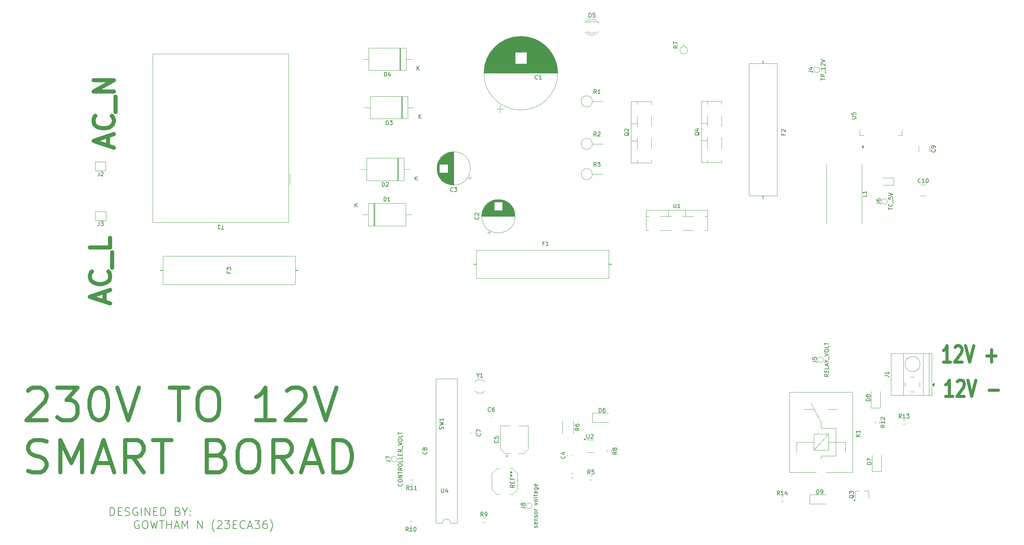
<source format=gbr>
%TF.GenerationSoftware,KiCad,Pcbnew,9.0.0*%
%TF.CreationDate,2026-02-12T20:53:49+05:30*%
%TF.ProjectId,pcb,7063622e-6b69-4636-9164-5f7063625858,rev?*%
%TF.SameCoordinates,Original*%
%TF.FileFunction,Legend,Top*%
%TF.FilePolarity,Positive*%
%FSLAX46Y46*%
G04 Gerber Fmt 4.6, Leading zero omitted, Abs format (unit mm)*
G04 Created by KiCad (PCBNEW 9.0.0) date 2026-02-12 20:53:49*
%MOMM*%
%LPD*%
G01*
G04 APERTURE LIST*
%ADD10C,1.000000*%
%ADD11C,0.750000*%
%ADD12C,0.150000*%
%ADD13C,0.120000*%
G04 APERTURE END LIST*
D10*
X47517803Y-91999725D02*
X47517803Y-89618772D01*
X48946375Y-92475915D02*
X43946375Y-90809248D01*
X43946375Y-90809248D02*
X48946375Y-89142582D01*
X48470184Y-84618772D02*
X48708280Y-84856868D01*
X48708280Y-84856868D02*
X48946375Y-85571153D01*
X48946375Y-85571153D02*
X48946375Y-86047344D01*
X48946375Y-86047344D02*
X48708280Y-86761630D01*
X48708280Y-86761630D02*
X48232089Y-87237820D01*
X48232089Y-87237820D02*
X47755899Y-87475915D01*
X47755899Y-87475915D02*
X46803518Y-87714011D01*
X46803518Y-87714011D02*
X46089232Y-87714011D01*
X46089232Y-87714011D02*
X45136851Y-87475915D01*
X45136851Y-87475915D02*
X44660660Y-87237820D01*
X44660660Y-87237820D02*
X44184470Y-86761630D01*
X44184470Y-86761630D02*
X43946375Y-86047344D01*
X43946375Y-86047344D02*
X43946375Y-85571153D01*
X43946375Y-85571153D02*
X44184470Y-84856868D01*
X44184470Y-84856868D02*
X44422565Y-84618772D01*
X49422565Y-83666392D02*
X49422565Y-79856868D01*
X48946375Y-76285439D02*
X48946375Y-78666391D01*
X48946375Y-78666391D02*
X43946375Y-78666391D01*
D11*
X256909135Y-115411476D02*
X255194849Y-115411476D01*
X256051992Y-115411476D02*
X256051992Y-111411476D01*
X256051992Y-111411476D02*
X255766278Y-111982904D01*
X255766278Y-111982904D02*
X255480563Y-112363857D01*
X255480563Y-112363857D02*
X255194849Y-112554333D01*
X258051992Y-111792428D02*
X258194849Y-111601952D01*
X258194849Y-111601952D02*
X258480564Y-111411476D01*
X258480564Y-111411476D02*
X259194849Y-111411476D01*
X259194849Y-111411476D02*
X259480564Y-111601952D01*
X259480564Y-111601952D02*
X259623421Y-111792428D01*
X259623421Y-111792428D02*
X259766278Y-112173380D01*
X259766278Y-112173380D02*
X259766278Y-112554333D01*
X259766278Y-112554333D02*
X259623421Y-113125761D01*
X259623421Y-113125761D02*
X257909135Y-115411476D01*
X257909135Y-115411476D02*
X259766278Y-115411476D01*
X260623421Y-111411476D02*
X261623421Y-115411476D01*
X261623421Y-115411476D02*
X262623421Y-111411476D01*
X265909135Y-113887666D02*
X268194850Y-113887666D01*
D12*
X48904874Y-144877550D02*
X48904874Y-142877550D01*
X48904874Y-142877550D02*
X49381064Y-142877550D01*
X49381064Y-142877550D02*
X49666779Y-142972788D01*
X49666779Y-142972788D02*
X49857255Y-143163264D01*
X49857255Y-143163264D02*
X49952493Y-143353740D01*
X49952493Y-143353740D02*
X50047731Y-143734692D01*
X50047731Y-143734692D02*
X50047731Y-144020407D01*
X50047731Y-144020407D02*
X49952493Y-144401359D01*
X49952493Y-144401359D02*
X49857255Y-144591835D01*
X49857255Y-144591835D02*
X49666779Y-144782312D01*
X49666779Y-144782312D02*
X49381064Y-144877550D01*
X49381064Y-144877550D02*
X48904874Y-144877550D01*
X50904874Y-143829931D02*
X51571541Y-143829931D01*
X51857255Y-144877550D02*
X50904874Y-144877550D01*
X50904874Y-144877550D02*
X50904874Y-142877550D01*
X50904874Y-142877550D02*
X51857255Y-142877550D01*
X52619160Y-144782312D02*
X52904874Y-144877550D01*
X52904874Y-144877550D02*
X53381065Y-144877550D01*
X53381065Y-144877550D02*
X53571541Y-144782312D01*
X53571541Y-144782312D02*
X53666779Y-144687073D01*
X53666779Y-144687073D02*
X53762017Y-144496597D01*
X53762017Y-144496597D02*
X53762017Y-144306121D01*
X53762017Y-144306121D02*
X53666779Y-144115645D01*
X53666779Y-144115645D02*
X53571541Y-144020407D01*
X53571541Y-144020407D02*
X53381065Y-143925169D01*
X53381065Y-143925169D02*
X53000112Y-143829931D01*
X53000112Y-143829931D02*
X52809636Y-143734692D01*
X52809636Y-143734692D02*
X52714398Y-143639454D01*
X52714398Y-143639454D02*
X52619160Y-143448978D01*
X52619160Y-143448978D02*
X52619160Y-143258502D01*
X52619160Y-143258502D02*
X52714398Y-143068026D01*
X52714398Y-143068026D02*
X52809636Y-142972788D01*
X52809636Y-142972788D02*
X53000112Y-142877550D01*
X53000112Y-142877550D02*
X53476303Y-142877550D01*
X53476303Y-142877550D02*
X53762017Y-142972788D01*
X55666779Y-142972788D02*
X55476303Y-142877550D01*
X55476303Y-142877550D02*
X55190589Y-142877550D01*
X55190589Y-142877550D02*
X54904874Y-142972788D01*
X54904874Y-142972788D02*
X54714398Y-143163264D01*
X54714398Y-143163264D02*
X54619160Y-143353740D01*
X54619160Y-143353740D02*
X54523922Y-143734692D01*
X54523922Y-143734692D02*
X54523922Y-144020407D01*
X54523922Y-144020407D02*
X54619160Y-144401359D01*
X54619160Y-144401359D02*
X54714398Y-144591835D01*
X54714398Y-144591835D02*
X54904874Y-144782312D01*
X54904874Y-144782312D02*
X55190589Y-144877550D01*
X55190589Y-144877550D02*
X55381065Y-144877550D01*
X55381065Y-144877550D02*
X55666779Y-144782312D01*
X55666779Y-144782312D02*
X55762017Y-144687073D01*
X55762017Y-144687073D02*
X55762017Y-144020407D01*
X55762017Y-144020407D02*
X55381065Y-144020407D01*
X56619160Y-144877550D02*
X56619160Y-142877550D01*
X57571541Y-144877550D02*
X57571541Y-142877550D01*
X57571541Y-142877550D02*
X58714398Y-144877550D01*
X58714398Y-144877550D02*
X58714398Y-142877550D01*
X59666779Y-143829931D02*
X60333446Y-143829931D01*
X60619160Y-144877550D02*
X59666779Y-144877550D01*
X59666779Y-144877550D02*
X59666779Y-142877550D01*
X59666779Y-142877550D02*
X60619160Y-142877550D01*
X61476303Y-144877550D02*
X61476303Y-142877550D01*
X61476303Y-142877550D02*
X61952493Y-142877550D01*
X61952493Y-142877550D02*
X62238208Y-142972788D01*
X62238208Y-142972788D02*
X62428684Y-143163264D01*
X62428684Y-143163264D02*
X62523922Y-143353740D01*
X62523922Y-143353740D02*
X62619160Y-143734692D01*
X62619160Y-143734692D02*
X62619160Y-144020407D01*
X62619160Y-144020407D02*
X62523922Y-144401359D01*
X62523922Y-144401359D02*
X62428684Y-144591835D01*
X62428684Y-144591835D02*
X62238208Y-144782312D01*
X62238208Y-144782312D02*
X61952493Y-144877550D01*
X61952493Y-144877550D02*
X61476303Y-144877550D01*
X65666780Y-143829931D02*
X65952494Y-143925169D01*
X65952494Y-143925169D02*
X66047732Y-144020407D01*
X66047732Y-144020407D02*
X66142970Y-144210883D01*
X66142970Y-144210883D02*
X66142970Y-144496597D01*
X66142970Y-144496597D02*
X66047732Y-144687073D01*
X66047732Y-144687073D02*
X65952494Y-144782312D01*
X65952494Y-144782312D02*
X65762018Y-144877550D01*
X65762018Y-144877550D02*
X65000113Y-144877550D01*
X65000113Y-144877550D02*
X65000113Y-142877550D01*
X65000113Y-142877550D02*
X65666780Y-142877550D01*
X65666780Y-142877550D02*
X65857256Y-142972788D01*
X65857256Y-142972788D02*
X65952494Y-143068026D01*
X65952494Y-143068026D02*
X66047732Y-143258502D01*
X66047732Y-143258502D02*
X66047732Y-143448978D01*
X66047732Y-143448978D02*
X65952494Y-143639454D01*
X65952494Y-143639454D02*
X65857256Y-143734692D01*
X65857256Y-143734692D02*
X65666780Y-143829931D01*
X65666780Y-143829931D02*
X65000113Y-143829931D01*
X67381065Y-143925169D02*
X67381065Y-144877550D01*
X66714399Y-142877550D02*
X67381065Y-143925169D01*
X67381065Y-143925169D02*
X68047732Y-142877550D01*
X68714399Y-144687073D02*
X68809637Y-144782312D01*
X68809637Y-144782312D02*
X68714399Y-144877550D01*
X68714399Y-144877550D02*
X68619161Y-144782312D01*
X68619161Y-144782312D02*
X68714399Y-144687073D01*
X68714399Y-144687073D02*
X68714399Y-144877550D01*
X68714399Y-143639454D02*
X68809637Y-143734692D01*
X68809637Y-143734692D02*
X68714399Y-143829931D01*
X68714399Y-143829931D02*
X68619161Y-143734692D01*
X68619161Y-143734692D02*
X68714399Y-143639454D01*
X68714399Y-143639454D02*
X68714399Y-143829931D01*
X56047733Y-146192676D02*
X55857257Y-146097438D01*
X55857257Y-146097438D02*
X55571543Y-146097438D01*
X55571543Y-146097438D02*
X55285828Y-146192676D01*
X55285828Y-146192676D02*
X55095352Y-146383152D01*
X55095352Y-146383152D02*
X55000114Y-146573628D01*
X55000114Y-146573628D02*
X54904876Y-146954580D01*
X54904876Y-146954580D02*
X54904876Y-147240295D01*
X54904876Y-147240295D02*
X55000114Y-147621247D01*
X55000114Y-147621247D02*
X55095352Y-147811723D01*
X55095352Y-147811723D02*
X55285828Y-148002200D01*
X55285828Y-148002200D02*
X55571543Y-148097438D01*
X55571543Y-148097438D02*
X55762019Y-148097438D01*
X55762019Y-148097438D02*
X56047733Y-148002200D01*
X56047733Y-148002200D02*
X56142971Y-147906961D01*
X56142971Y-147906961D02*
X56142971Y-147240295D01*
X56142971Y-147240295D02*
X55762019Y-147240295D01*
X57381066Y-146097438D02*
X57762019Y-146097438D01*
X57762019Y-146097438D02*
X57952495Y-146192676D01*
X57952495Y-146192676D02*
X58142971Y-146383152D01*
X58142971Y-146383152D02*
X58238209Y-146764104D01*
X58238209Y-146764104D02*
X58238209Y-147430771D01*
X58238209Y-147430771D02*
X58142971Y-147811723D01*
X58142971Y-147811723D02*
X57952495Y-148002200D01*
X57952495Y-148002200D02*
X57762019Y-148097438D01*
X57762019Y-148097438D02*
X57381066Y-148097438D01*
X57381066Y-148097438D02*
X57190590Y-148002200D01*
X57190590Y-148002200D02*
X57000114Y-147811723D01*
X57000114Y-147811723D02*
X56904876Y-147430771D01*
X56904876Y-147430771D02*
X56904876Y-146764104D01*
X56904876Y-146764104D02*
X57000114Y-146383152D01*
X57000114Y-146383152D02*
X57190590Y-146192676D01*
X57190590Y-146192676D02*
X57381066Y-146097438D01*
X58904876Y-146097438D02*
X59381066Y-148097438D01*
X59381066Y-148097438D02*
X59762019Y-146668866D01*
X59762019Y-146668866D02*
X60142971Y-148097438D01*
X60142971Y-148097438D02*
X60619162Y-146097438D01*
X61095352Y-146097438D02*
X62238209Y-146097438D01*
X61666780Y-148097438D02*
X61666780Y-146097438D01*
X62904876Y-148097438D02*
X62904876Y-146097438D01*
X62904876Y-147049819D02*
X64047733Y-147049819D01*
X64047733Y-148097438D02*
X64047733Y-146097438D01*
X64904876Y-147526009D02*
X65857257Y-147526009D01*
X64714400Y-148097438D02*
X65381066Y-146097438D01*
X65381066Y-146097438D02*
X66047733Y-148097438D01*
X66714400Y-148097438D02*
X66714400Y-146097438D01*
X66714400Y-146097438D02*
X67381067Y-147526009D01*
X67381067Y-147526009D02*
X68047733Y-146097438D01*
X68047733Y-146097438D02*
X68047733Y-148097438D01*
X70523924Y-148097438D02*
X70523924Y-146097438D01*
X70523924Y-146097438D02*
X71666781Y-148097438D01*
X71666781Y-148097438D02*
X71666781Y-146097438D01*
X74714401Y-148859342D02*
X74619162Y-148764104D01*
X74619162Y-148764104D02*
X74428686Y-148478390D01*
X74428686Y-148478390D02*
X74333448Y-148287914D01*
X74333448Y-148287914D02*
X74238210Y-148002200D01*
X74238210Y-148002200D02*
X74142972Y-147526009D01*
X74142972Y-147526009D02*
X74142972Y-147145057D01*
X74142972Y-147145057D02*
X74238210Y-146668866D01*
X74238210Y-146668866D02*
X74333448Y-146383152D01*
X74333448Y-146383152D02*
X74428686Y-146192676D01*
X74428686Y-146192676D02*
X74619162Y-145906961D01*
X74619162Y-145906961D02*
X74714401Y-145811723D01*
X75381067Y-146287914D02*
X75476305Y-146192676D01*
X75476305Y-146192676D02*
X75666781Y-146097438D01*
X75666781Y-146097438D02*
X76142972Y-146097438D01*
X76142972Y-146097438D02*
X76333448Y-146192676D01*
X76333448Y-146192676D02*
X76428686Y-146287914D01*
X76428686Y-146287914D02*
X76523924Y-146478390D01*
X76523924Y-146478390D02*
X76523924Y-146668866D01*
X76523924Y-146668866D02*
X76428686Y-146954580D01*
X76428686Y-146954580D02*
X75285829Y-148097438D01*
X75285829Y-148097438D02*
X76523924Y-148097438D01*
X77190591Y-146097438D02*
X78428686Y-146097438D01*
X78428686Y-146097438D02*
X77762019Y-146859342D01*
X77762019Y-146859342D02*
X78047734Y-146859342D01*
X78047734Y-146859342D02*
X78238210Y-146954580D01*
X78238210Y-146954580D02*
X78333448Y-147049819D01*
X78333448Y-147049819D02*
X78428686Y-147240295D01*
X78428686Y-147240295D02*
X78428686Y-147716485D01*
X78428686Y-147716485D02*
X78333448Y-147906961D01*
X78333448Y-147906961D02*
X78238210Y-148002200D01*
X78238210Y-148002200D02*
X78047734Y-148097438D01*
X78047734Y-148097438D02*
X77476305Y-148097438D01*
X77476305Y-148097438D02*
X77285829Y-148002200D01*
X77285829Y-148002200D02*
X77190591Y-147906961D01*
X79285829Y-147049819D02*
X79952496Y-147049819D01*
X80238210Y-148097438D02*
X79285829Y-148097438D01*
X79285829Y-148097438D02*
X79285829Y-146097438D01*
X79285829Y-146097438D02*
X80238210Y-146097438D01*
X82238210Y-147906961D02*
X82142972Y-148002200D01*
X82142972Y-148002200D02*
X81857258Y-148097438D01*
X81857258Y-148097438D02*
X81666782Y-148097438D01*
X81666782Y-148097438D02*
X81381067Y-148002200D01*
X81381067Y-148002200D02*
X81190591Y-147811723D01*
X81190591Y-147811723D02*
X81095353Y-147621247D01*
X81095353Y-147621247D02*
X81000115Y-147240295D01*
X81000115Y-147240295D02*
X81000115Y-146954580D01*
X81000115Y-146954580D02*
X81095353Y-146573628D01*
X81095353Y-146573628D02*
X81190591Y-146383152D01*
X81190591Y-146383152D02*
X81381067Y-146192676D01*
X81381067Y-146192676D02*
X81666782Y-146097438D01*
X81666782Y-146097438D02*
X81857258Y-146097438D01*
X81857258Y-146097438D02*
X82142972Y-146192676D01*
X82142972Y-146192676D02*
X82238210Y-146287914D01*
X83000115Y-147526009D02*
X83952496Y-147526009D01*
X82809639Y-148097438D02*
X83476305Y-146097438D01*
X83476305Y-146097438D02*
X84142972Y-148097438D01*
X84619163Y-146097438D02*
X85857258Y-146097438D01*
X85857258Y-146097438D02*
X85190591Y-146859342D01*
X85190591Y-146859342D02*
X85476306Y-146859342D01*
X85476306Y-146859342D02*
X85666782Y-146954580D01*
X85666782Y-146954580D02*
X85762020Y-147049819D01*
X85762020Y-147049819D02*
X85857258Y-147240295D01*
X85857258Y-147240295D02*
X85857258Y-147716485D01*
X85857258Y-147716485D02*
X85762020Y-147906961D01*
X85762020Y-147906961D02*
X85666782Y-148002200D01*
X85666782Y-148002200D02*
X85476306Y-148097438D01*
X85476306Y-148097438D02*
X84904877Y-148097438D01*
X84904877Y-148097438D02*
X84714401Y-148002200D01*
X84714401Y-148002200D02*
X84619163Y-147906961D01*
X87571544Y-146097438D02*
X87190591Y-146097438D01*
X87190591Y-146097438D02*
X87000115Y-146192676D01*
X87000115Y-146192676D02*
X86904877Y-146287914D01*
X86904877Y-146287914D02*
X86714401Y-146573628D01*
X86714401Y-146573628D02*
X86619163Y-146954580D01*
X86619163Y-146954580D02*
X86619163Y-147716485D01*
X86619163Y-147716485D02*
X86714401Y-147906961D01*
X86714401Y-147906961D02*
X86809639Y-148002200D01*
X86809639Y-148002200D02*
X87000115Y-148097438D01*
X87000115Y-148097438D02*
X87381068Y-148097438D01*
X87381068Y-148097438D02*
X87571544Y-148002200D01*
X87571544Y-148002200D02*
X87666782Y-147906961D01*
X87666782Y-147906961D02*
X87762020Y-147716485D01*
X87762020Y-147716485D02*
X87762020Y-147240295D01*
X87762020Y-147240295D02*
X87666782Y-147049819D01*
X87666782Y-147049819D02*
X87571544Y-146954580D01*
X87571544Y-146954580D02*
X87381068Y-146859342D01*
X87381068Y-146859342D02*
X87000115Y-146859342D01*
X87000115Y-146859342D02*
X86809639Y-146954580D01*
X86809639Y-146954580D02*
X86714401Y-147049819D01*
X86714401Y-147049819D02*
X86619163Y-147240295D01*
X88428687Y-148859342D02*
X88523925Y-148764104D01*
X88523925Y-148764104D02*
X88714401Y-148478390D01*
X88714401Y-148478390D02*
X88809639Y-148287914D01*
X88809639Y-148287914D02*
X88904877Y-148002200D01*
X88904877Y-148002200D02*
X89000115Y-147526009D01*
X89000115Y-147526009D02*
X89000115Y-147145057D01*
X89000115Y-147145057D02*
X88904877Y-146668866D01*
X88904877Y-146668866D02*
X88809639Y-146383152D01*
X88809639Y-146383152D02*
X88714401Y-146192676D01*
X88714401Y-146192676D02*
X88523925Y-145906961D01*
X88523925Y-145906961D02*
X88428687Y-145811723D01*
D11*
X256349135Y-106891476D02*
X254634849Y-106891476D01*
X255491992Y-106891476D02*
X255491992Y-102891476D01*
X255491992Y-102891476D02*
X255206278Y-103462904D01*
X255206278Y-103462904D02*
X254920563Y-103843857D01*
X254920563Y-103843857D02*
X254634849Y-104034333D01*
X257491992Y-103272428D02*
X257634849Y-103081952D01*
X257634849Y-103081952D02*
X257920564Y-102891476D01*
X257920564Y-102891476D02*
X258634849Y-102891476D01*
X258634849Y-102891476D02*
X258920564Y-103081952D01*
X258920564Y-103081952D02*
X259063421Y-103272428D01*
X259063421Y-103272428D02*
X259206278Y-103653380D01*
X259206278Y-103653380D02*
X259206278Y-104034333D01*
X259206278Y-104034333D02*
X259063421Y-104605761D01*
X259063421Y-104605761D02*
X257349135Y-106891476D01*
X257349135Y-106891476D02*
X259206278Y-106891476D01*
X260063421Y-102891476D02*
X261063421Y-106891476D01*
X261063421Y-106891476D02*
X262063421Y-102891476D01*
X265349135Y-105367666D02*
X267634850Y-105367666D01*
X266491992Y-106891476D02*
X266491992Y-103843857D01*
D10*
X48387523Y-53499725D02*
X48387523Y-51118772D01*
X49816095Y-53975915D02*
X44816095Y-52309248D01*
X44816095Y-52309248D02*
X49816095Y-50642582D01*
X49339904Y-46118772D02*
X49578000Y-46356868D01*
X49578000Y-46356868D02*
X49816095Y-47071153D01*
X49816095Y-47071153D02*
X49816095Y-47547344D01*
X49816095Y-47547344D02*
X49578000Y-48261630D01*
X49578000Y-48261630D02*
X49101809Y-48737820D01*
X49101809Y-48737820D02*
X48625619Y-48975915D01*
X48625619Y-48975915D02*
X47673238Y-49214011D01*
X47673238Y-49214011D02*
X46958952Y-49214011D01*
X46958952Y-49214011D02*
X46006571Y-48975915D01*
X46006571Y-48975915D02*
X45530380Y-48737820D01*
X45530380Y-48737820D02*
X45054190Y-48261630D01*
X45054190Y-48261630D02*
X44816095Y-47547344D01*
X44816095Y-47547344D02*
X44816095Y-47071153D01*
X44816095Y-47071153D02*
X45054190Y-46356868D01*
X45054190Y-46356868D02*
X45292285Y-46118772D01*
X50292285Y-45166392D02*
X50292285Y-41356868D01*
X49816095Y-40166391D02*
X44816095Y-40166391D01*
X44816095Y-40166391D02*
X49816095Y-37309248D01*
X49816095Y-37309248D02*
X44816095Y-37309248D01*
X28631703Y-114081305D02*
X29012655Y-113700352D01*
X29012655Y-113700352D02*
X29774560Y-113319400D01*
X29774560Y-113319400D02*
X31679322Y-113319400D01*
X31679322Y-113319400D02*
X32441227Y-113700352D01*
X32441227Y-113700352D02*
X32822179Y-114081305D01*
X32822179Y-114081305D02*
X33203132Y-114843209D01*
X33203132Y-114843209D02*
X33203132Y-115605114D01*
X33203132Y-115605114D02*
X32822179Y-116747971D01*
X32822179Y-116747971D02*
X28250751Y-121319400D01*
X28250751Y-121319400D02*
X33203132Y-121319400D01*
X35869799Y-113319400D02*
X40822180Y-113319400D01*
X40822180Y-113319400D02*
X38155513Y-116367019D01*
X38155513Y-116367019D02*
X39298370Y-116367019D01*
X39298370Y-116367019D02*
X40060275Y-116747971D01*
X40060275Y-116747971D02*
X40441227Y-117128924D01*
X40441227Y-117128924D02*
X40822180Y-117890828D01*
X40822180Y-117890828D02*
X40822180Y-119795590D01*
X40822180Y-119795590D02*
X40441227Y-120557495D01*
X40441227Y-120557495D02*
X40060275Y-120938448D01*
X40060275Y-120938448D02*
X39298370Y-121319400D01*
X39298370Y-121319400D02*
X37012656Y-121319400D01*
X37012656Y-121319400D02*
X36250751Y-120938448D01*
X36250751Y-120938448D02*
X35869799Y-120557495D01*
X45774561Y-113319400D02*
X46536466Y-113319400D01*
X46536466Y-113319400D02*
X47298370Y-113700352D01*
X47298370Y-113700352D02*
X47679323Y-114081305D01*
X47679323Y-114081305D02*
X48060275Y-114843209D01*
X48060275Y-114843209D02*
X48441228Y-116367019D01*
X48441228Y-116367019D02*
X48441228Y-118271781D01*
X48441228Y-118271781D02*
X48060275Y-119795590D01*
X48060275Y-119795590D02*
X47679323Y-120557495D01*
X47679323Y-120557495D02*
X47298370Y-120938448D01*
X47298370Y-120938448D02*
X46536466Y-121319400D01*
X46536466Y-121319400D02*
X45774561Y-121319400D01*
X45774561Y-121319400D02*
X45012656Y-120938448D01*
X45012656Y-120938448D02*
X44631704Y-120557495D01*
X44631704Y-120557495D02*
X44250751Y-119795590D01*
X44250751Y-119795590D02*
X43869799Y-118271781D01*
X43869799Y-118271781D02*
X43869799Y-116367019D01*
X43869799Y-116367019D02*
X44250751Y-114843209D01*
X44250751Y-114843209D02*
X44631704Y-114081305D01*
X44631704Y-114081305D02*
X45012656Y-113700352D01*
X45012656Y-113700352D02*
X45774561Y-113319400D01*
X50726942Y-113319400D02*
X53393609Y-121319400D01*
X53393609Y-121319400D02*
X56060276Y-113319400D01*
X63679323Y-113319400D02*
X68250752Y-113319400D01*
X65965038Y-121319400D02*
X65965038Y-113319400D01*
X72441228Y-113319400D02*
X73965037Y-113319400D01*
X73965037Y-113319400D02*
X74726942Y-113700352D01*
X74726942Y-113700352D02*
X75488847Y-114462257D01*
X75488847Y-114462257D02*
X75869799Y-115986067D01*
X75869799Y-115986067D02*
X75869799Y-118652733D01*
X75869799Y-118652733D02*
X75488847Y-120176543D01*
X75488847Y-120176543D02*
X74726942Y-120938448D01*
X74726942Y-120938448D02*
X73965037Y-121319400D01*
X73965037Y-121319400D02*
X72441228Y-121319400D01*
X72441228Y-121319400D02*
X71679323Y-120938448D01*
X71679323Y-120938448D02*
X70917418Y-120176543D01*
X70917418Y-120176543D02*
X70536466Y-118652733D01*
X70536466Y-118652733D02*
X70536466Y-115986067D01*
X70536466Y-115986067D02*
X70917418Y-114462257D01*
X70917418Y-114462257D02*
X71679323Y-113700352D01*
X71679323Y-113700352D02*
X72441228Y-113319400D01*
X89584085Y-121319400D02*
X85012656Y-121319400D01*
X87298370Y-121319400D02*
X87298370Y-113319400D01*
X87298370Y-113319400D02*
X86536466Y-114462257D01*
X86536466Y-114462257D02*
X85774561Y-115224162D01*
X85774561Y-115224162D02*
X85012656Y-115605114D01*
X92631704Y-114081305D02*
X93012656Y-113700352D01*
X93012656Y-113700352D02*
X93774561Y-113319400D01*
X93774561Y-113319400D02*
X95679323Y-113319400D01*
X95679323Y-113319400D02*
X96441228Y-113700352D01*
X96441228Y-113700352D02*
X96822180Y-114081305D01*
X96822180Y-114081305D02*
X97203133Y-114843209D01*
X97203133Y-114843209D02*
X97203133Y-115605114D01*
X97203133Y-115605114D02*
X96822180Y-116747971D01*
X96822180Y-116747971D02*
X92250752Y-121319400D01*
X92250752Y-121319400D02*
X97203133Y-121319400D01*
X99488847Y-113319400D02*
X102155514Y-121319400D01*
X102155514Y-121319400D02*
X104822181Y-113319400D01*
X28631703Y-133818000D02*
X29774560Y-134198952D01*
X29774560Y-134198952D02*
X31679322Y-134198952D01*
X31679322Y-134198952D02*
X32441227Y-133818000D01*
X32441227Y-133818000D02*
X32822179Y-133437047D01*
X32822179Y-133437047D02*
X33203132Y-132675142D01*
X33203132Y-132675142D02*
X33203132Y-131913238D01*
X33203132Y-131913238D02*
X32822179Y-131151333D01*
X32822179Y-131151333D02*
X32441227Y-130770380D01*
X32441227Y-130770380D02*
X31679322Y-130389428D01*
X31679322Y-130389428D02*
X30155513Y-130008476D01*
X30155513Y-130008476D02*
X29393608Y-129627523D01*
X29393608Y-129627523D02*
X29012655Y-129246571D01*
X29012655Y-129246571D02*
X28631703Y-128484666D01*
X28631703Y-128484666D02*
X28631703Y-127722761D01*
X28631703Y-127722761D02*
X29012655Y-126960857D01*
X29012655Y-126960857D02*
X29393608Y-126579904D01*
X29393608Y-126579904D02*
X30155513Y-126198952D01*
X30155513Y-126198952D02*
X32060274Y-126198952D01*
X32060274Y-126198952D02*
X33203132Y-126579904D01*
X36631703Y-134198952D02*
X36631703Y-126198952D01*
X36631703Y-126198952D02*
X39298370Y-131913238D01*
X39298370Y-131913238D02*
X41965037Y-126198952D01*
X41965037Y-126198952D02*
X41965037Y-134198952D01*
X45393608Y-131913238D02*
X49203132Y-131913238D01*
X44631703Y-134198952D02*
X47298370Y-126198952D01*
X47298370Y-126198952D02*
X49965037Y-134198952D01*
X57203132Y-134198952D02*
X54536465Y-130389428D01*
X52631703Y-134198952D02*
X52631703Y-126198952D01*
X52631703Y-126198952D02*
X55679322Y-126198952D01*
X55679322Y-126198952D02*
X56441227Y-126579904D01*
X56441227Y-126579904D02*
X56822180Y-126960857D01*
X56822180Y-126960857D02*
X57203132Y-127722761D01*
X57203132Y-127722761D02*
X57203132Y-128865619D01*
X57203132Y-128865619D02*
X56822180Y-129627523D01*
X56822180Y-129627523D02*
X56441227Y-130008476D01*
X56441227Y-130008476D02*
X55679322Y-130389428D01*
X55679322Y-130389428D02*
X52631703Y-130389428D01*
X59488846Y-126198952D02*
X64060275Y-126198952D01*
X61774561Y-134198952D02*
X61774561Y-126198952D01*
X75488846Y-130008476D02*
X76631703Y-130389428D01*
X76631703Y-130389428D02*
X77012656Y-130770380D01*
X77012656Y-130770380D02*
X77393608Y-131532285D01*
X77393608Y-131532285D02*
X77393608Y-132675142D01*
X77393608Y-132675142D02*
X77012656Y-133437047D01*
X77012656Y-133437047D02*
X76631703Y-133818000D01*
X76631703Y-133818000D02*
X75869798Y-134198952D01*
X75869798Y-134198952D02*
X72822179Y-134198952D01*
X72822179Y-134198952D02*
X72822179Y-126198952D01*
X72822179Y-126198952D02*
X75488846Y-126198952D01*
X75488846Y-126198952D02*
X76250751Y-126579904D01*
X76250751Y-126579904D02*
X76631703Y-126960857D01*
X76631703Y-126960857D02*
X77012656Y-127722761D01*
X77012656Y-127722761D02*
X77012656Y-128484666D01*
X77012656Y-128484666D02*
X76631703Y-129246571D01*
X76631703Y-129246571D02*
X76250751Y-129627523D01*
X76250751Y-129627523D02*
X75488846Y-130008476D01*
X75488846Y-130008476D02*
X72822179Y-130008476D01*
X82345989Y-126198952D02*
X83869798Y-126198952D01*
X83869798Y-126198952D02*
X84631703Y-126579904D01*
X84631703Y-126579904D02*
X85393608Y-127341809D01*
X85393608Y-127341809D02*
X85774560Y-128865619D01*
X85774560Y-128865619D02*
X85774560Y-131532285D01*
X85774560Y-131532285D02*
X85393608Y-133056095D01*
X85393608Y-133056095D02*
X84631703Y-133818000D01*
X84631703Y-133818000D02*
X83869798Y-134198952D01*
X83869798Y-134198952D02*
X82345989Y-134198952D01*
X82345989Y-134198952D02*
X81584084Y-133818000D01*
X81584084Y-133818000D02*
X80822179Y-133056095D01*
X80822179Y-133056095D02*
X80441227Y-131532285D01*
X80441227Y-131532285D02*
X80441227Y-128865619D01*
X80441227Y-128865619D02*
X80822179Y-127341809D01*
X80822179Y-127341809D02*
X81584084Y-126579904D01*
X81584084Y-126579904D02*
X82345989Y-126198952D01*
X93774560Y-134198952D02*
X91107893Y-130389428D01*
X89203131Y-134198952D02*
X89203131Y-126198952D01*
X89203131Y-126198952D02*
X92250750Y-126198952D01*
X92250750Y-126198952D02*
X93012655Y-126579904D01*
X93012655Y-126579904D02*
X93393608Y-126960857D01*
X93393608Y-126960857D02*
X93774560Y-127722761D01*
X93774560Y-127722761D02*
X93774560Y-128865619D01*
X93774560Y-128865619D02*
X93393608Y-129627523D01*
X93393608Y-129627523D02*
X93012655Y-130008476D01*
X93012655Y-130008476D02*
X92250750Y-130389428D01*
X92250750Y-130389428D02*
X89203131Y-130389428D01*
X96822179Y-131913238D02*
X100631703Y-131913238D01*
X96060274Y-134198952D02*
X98726941Y-126198952D01*
X98726941Y-126198952D02*
X101393608Y-134198952D01*
X104060274Y-134198952D02*
X104060274Y-126198952D01*
X104060274Y-126198952D02*
X105965036Y-126198952D01*
X105965036Y-126198952D02*
X107107893Y-126579904D01*
X107107893Y-126579904D02*
X107869798Y-127341809D01*
X107869798Y-127341809D02*
X108250751Y-128103714D01*
X108250751Y-128103714D02*
X108631703Y-129627523D01*
X108631703Y-129627523D02*
X108631703Y-130770380D01*
X108631703Y-130770380D02*
X108250751Y-132294190D01*
X108250751Y-132294190D02*
X107869798Y-133056095D01*
X107869798Y-133056095D02*
X107107893Y-133818000D01*
X107107893Y-133818000D02*
X105965036Y-134198952D01*
X105965036Y-134198952D02*
X104060274Y-134198952D01*
D12*
X164692319Y-123201666D02*
X164216128Y-123534999D01*
X164692319Y-123773094D02*
X163692319Y-123773094D01*
X163692319Y-123773094D02*
X163692319Y-123392142D01*
X163692319Y-123392142D02*
X163739938Y-123296904D01*
X163739938Y-123296904D02*
X163787557Y-123249285D01*
X163787557Y-123249285D02*
X163882795Y-123201666D01*
X163882795Y-123201666D02*
X164025652Y-123201666D01*
X164025652Y-123201666D02*
X164120890Y-123249285D01*
X164120890Y-123249285D02*
X164168509Y-123296904D01*
X164168509Y-123296904D02*
X164216128Y-123392142D01*
X164216128Y-123392142D02*
X164216128Y-123773094D01*
X163692319Y-122344523D02*
X163692319Y-122534999D01*
X163692319Y-122534999D02*
X163739938Y-122630237D01*
X163739938Y-122630237D02*
X163787557Y-122677856D01*
X163787557Y-122677856D02*
X163930414Y-122773094D01*
X163930414Y-122773094D02*
X164120890Y-122820713D01*
X164120890Y-122820713D02*
X164501842Y-122820713D01*
X164501842Y-122820713D02*
X164597080Y-122773094D01*
X164597080Y-122773094D02*
X164644700Y-122725475D01*
X164644700Y-122725475D02*
X164692319Y-122630237D01*
X164692319Y-122630237D02*
X164692319Y-122439761D01*
X164692319Y-122439761D02*
X164644700Y-122344523D01*
X164644700Y-122344523D02*
X164597080Y-122296904D01*
X164597080Y-122296904D02*
X164501842Y-122249285D01*
X164501842Y-122249285D02*
X164263747Y-122249285D01*
X164263747Y-122249285D02*
X164168509Y-122296904D01*
X164168509Y-122296904D02*
X164120890Y-122344523D01*
X164120890Y-122344523D02*
X164073271Y-122439761D01*
X164073271Y-122439761D02*
X164073271Y-122630237D01*
X164073271Y-122630237D02*
X164120890Y-122725475D01*
X164120890Y-122725475D02*
X164168509Y-122773094D01*
X164168509Y-122773094D02*
X164263747Y-122820713D01*
X236574819Y-116525594D02*
X235574819Y-116525594D01*
X235574819Y-116525594D02*
X235574819Y-116287499D01*
X235574819Y-116287499D02*
X235622438Y-116144642D01*
X235622438Y-116144642D02*
X235717676Y-116049404D01*
X235717676Y-116049404D02*
X235812914Y-116001785D01*
X235812914Y-116001785D02*
X236003390Y-115954166D01*
X236003390Y-115954166D02*
X236146247Y-115954166D01*
X236146247Y-115954166D02*
X236336723Y-116001785D01*
X236336723Y-116001785D02*
X236431961Y-116049404D01*
X236431961Y-116049404D02*
X236527200Y-116144642D01*
X236527200Y-116144642D02*
X236574819Y-116287499D01*
X236574819Y-116287499D02*
X236574819Y-116525594D01*
X236003390Y-115382737D02*
X235955771Y-115477975D01*
X235955771Y-115477975D02*
X235908152Y-115525594D01*
X235908152Y-115525594D02*
X235812914Y-115573213D01*
X235812914Y-115573213D02*
X235765295Y-115573213D01*
X235765295Y-115573213D02*
X235670057Y-115525594D01*
X235670057Y-115525594D02*
X235622438Y-115477975D01*
X235622438Y-115477975D02*
X235574819Y-115382737D01*
X235574819Y-115382737D02*
X235574819Y-115192261D01*
X235574819Y-115192261D02*
X235622438Y-115097023D01*
X235622438Y-115097023D02*
X235670057Y-115049404D01*
X235670057Y-115049404D02*
X235765295Y-115001785D01*
X235765295Y-115001785D02*
X235812914Y-115001785D01*
X235812914Y-115001785D02*
X235908152Y-115049404D01*
X235908152Y-115049404D02*
X235955771Y-115097023D01*
X235955771Y-115097023D02*
X236003390Y-115192261D01*
X236003390Y-115192261D02*
X236003390Y-115382737D01*
X236003390Y-115382737D02*
X236051009Y-115477975D01*
X236051009Y-115477975D02*
X236098628Y-115525594D01*
X236098628Y-115525594D02*
X236193866Y-115573213D01*
X236193866Y-115573213D02*
X236384342Y-115573213D01*
X236384342Y-115573213D02*
X236479580Y-115525594D01*
X236479580Y-115525594D02*
X236527200Y-115477975D01*
X236527200Y-115477975D02*
X236574819Y-115382737D01*
X236574819Y-115382737D02*
X236574819Y-115192261D01*
X236574819Y-115192261D02*
X236527200Y-115097023D01*
X236527200Y-115097023D02*
X236479580Y-115049404D01*
X236479580Y-115049404D02*
X236384342Y-115001785D01*
X236384342Y-115001785D02*
X236193866Y-115001785D01*
X236193866Y-115001785D02*
X236098628Y-115049404D01*
X236098628Y-115049404D02*
X236051009Y-115097023D01*
X236051009Y-115097023D02*
X236003390Y-115192261D01*
X215121009Y-50563333D02*
X215121009Y-50896666D01*
X215644819Y-50896666D02*
X214644819Y-50896666D01*
X214644819Y-50896666D02*
X214644819Y-50420476D01*
X214740057Y-50087142D02*
X214692438Y-50039523D01*
X214692438Y-50039523D02*
X214644819Y-49944285D01*
X214644819Y-49944285D02*
X214644819Y-49706190D01*
X214644819Y-49706190D02*
X214692438Y-49610952D01*
X214692438Y-49610952D02*
X214740057Y-49563333D01*
X214740057Y-49563333D02*
X214835295Y-49515714D01*
X214835295Y-49515714D02*
X214930533Y-49515714D01*
X214930533Y-49515714D02*
X215073390Y-49563333D01*
X215073390Y-49563333D02*
X215644819Y-50134761D01*
X215644819Y-50134761D02*
X215644819Y-49515714D01*
X154463333Y-37019580D02*
X154415714Y-37067200D01*
X154415714Y-37067200D02*
X154272857Y-37114819D01*
X154272857Y-37114819D02*
X154177619Y-37114819D01*
X154177619Y-37114819D02*
X154034762Y-37067200D01*
X154034762Y-37067200D02*
X153939524Y-36971961D01*
X153939524Y-36971961D02*
X153891905Y-36876723D01*
X153891905Y-36876723D02*
X153844286Y-36686247D01*
X153844286Y-36686247D02*
X153844286Y-36543390D01*
X153844286Y-36543390D02*
X153891905Y-36352914D01*
X153891905Y-36352914D02*
X153939524Y-36257676D01*
X153939524Y-36257676D02*
X154034762Y-36162438D01*
X154034762Y-36162438D02*
X154177619Y-36114819D01*
X154177619Y-36114819D02*
X154272857Y-36114819D01*
X154272857Y-36114819D02*
X154415714Y-36162438D01*
X154415714Y-36162438D02*
X154463333Y-36210057D01*
X155415714Y-37114819D02*
X154844286Y-37114819D01*
X155130000Y-37114819D02*
X155130000Y-36114819D01*
X155130000Y-36114819D02*
X155034762Y-36257676D01*
X155034762Y-36257676D02*
X154939524Y-36352914D01*
X154939524Y-36352914D02*
X154844286Y-36400533D01*
X194410057Y-50195238D02*
X194362438Y-50290476D01*
X194362438Y-50290476D02*
X194267200Y-50385714D01*
X194267200Y-50385714D02*
X194124342Y-50528571D01*
X194124342Y-50528571D02*
X194076723Y-50623809D01*
X194076723Y-50623809D02*
X194076723Y-50719047D01*
X194314819Y-50671428D02*
X194267200Y-50766666D01*
X194267200Y-50766666D02*
X194171961Y-50861904D01*
X194171961Y-50861904D02*
X193981485Y-50909523D01*
X193981485Y-50909523D02*
X193648152Y-50909523D01*
X193648152Y-50909523D02*
X193457676Y-50861904D01*
X193457676Y-50861904D02*
X193362438Y-50766666D01*
X193362438Y-50766666D02*
X193314819Y-50671428D01*
X193314819Y-50671428D02*
X193314819Y-50480952D01*
X193314819Y-50480952D02*
X193362438Y-50385714D01*
X193362438Y-50385714D02*
X193457676Y-50290476D01*
X193457676Y-50290476D02*
X193648152Y-50242857D01*
X193648152Y-50242857D02*
X193981485Y-50242857D01*
X193981485Y-50242857D02*
X194171961Y-50290476D01*
X194171961Y-50290476D02*
X194267200Y-50385714D01*
X194267200Y-50385714D02*
X194314819Y-50480952D01*
X194314819Y-50480952D02*
X194314819Y-50671428D01*
X193648152Y-49385714D02*
X194314819Y-49385714D01*
X193267200Y-49623809D02*
X193981485Y-49861904D01*
X193981485Y-49861904D02*
X193981485Y-49242857D01*
X168968333Y-51144819D02*
X168635000Y-50668628D01*
X168396905Y-51144819D02*
X168396905Y-50144819D01*
X168396905Y-50144819D02*
X168777857Y-50144819D01*
X168777857Y-50144819D02*
X168873095Y-50192438D01*
X168873095Y-50192438D02*
X168920714Y-50240057D01*
X168920714Y-50240057D02*
X168968333Y-50335295D01*
X168968333Y-50335295D02*
X168968333Y-50478152D01*
X168968333Y-50478152D02*
X168920714Y-50573390D01*
X168920714Y-50573390D02*
X168873095Y-50621009D01*
X168873095Y-50621009D02*
X168777857Y-50668628D01*
X168777857Y-50668628D02*
X168396905Y-50668628D01*
X169349286Y-50240057D02*
X169396905Y-50192438D01*
X169396905Y-50192438D02*
X169492143Y-50144819D01*
X169492143Y-50144819D02*
X169730238Y-50144819D01*
X169730238Y-50144819D02*
X169825476Y-50192438D01*
X169825476Y-50192438D02*
X169873095Y-50240057D01*
X169873095Y-50240057D02*
X169920714Y-50335295D01*
X169920714Y-50335295D02*
X169920714Y-50430533D01*
X169920714Y-50430533D02*
X169873095Y-50573390D01*
X169873095Y-50573390D02*
X169301667Y-51144819D01*
X169301667Y-51144819D02*
X169920714Y-51144819D01*
X223364405Y-139484819D02*
X223364405Y-138484819D01*
X223364405Y-138484819D02*
X223602500Y-138484819D01*
X223602500Y-138484819D02*
X223745357Y-138532438D01*
X223745357Y-138532438D02*
X223840595Y-138627676D01*
X223840595Y-138627676D02*
X223888214Y-138722914D01*
X223888214Y-138722914D02*
X223935833Y-138913390D01*
X223935833Y-138913390D02*
X223935833Y-139056247D01*
X223935833Y-139056247D02*
X223888214Y-139246723D01*
X223888214Y-139246723D02*
X223840595Y-139341961D01*
X223840595Y-139341961D02*
X223745357Y-139437200D01*
X223745357Y-139437200D02*
X223602500Y-139484819D01*
X223602500Y-139484819D02*
X223364405Y-139484819D01*
X224412024Y-139484819D02*
X224602500Y-139484819D01*
X224602500Y-139484819D02*
X224697738Y-139437200D01*
X224697738Y-139437200D02*
X224745357Y-139389580D01*
X224745357Y-139389580D02*
X224840595Y-139246723D01*
X224840595Y-139246723D02*
X224888214Y-139056247D01*
X224888214Y-139056247D02*
X224888214Y-138675295D01*
X224888214Y-138675295D02*
X224840595Y-138580057D01*
X224840595Y-138580057D02*
X224792976Y-138532438D01*
X224792976Y-138532438D02*
X224697738Y-138484819D01*
X224697738Y-138484819D02*
X224507262Y-138484819D01*
X224507262Y-138484819D02*
X224412024Y-138532438D01*
X224412024Y-138532438D02*
X224364405Y-138580057D01*
X224364405Y-138580057D02*
X224316786Y-138675295D01*
X224316786Y-138675295D02*
X224316786Y-138913390D01*
X224316786Y-138913390D02*
X224364405Y-139008628D01*
X224364405Y-139008628D02*
X224412024Y-139056247D01*
X224412024Y-139056247D02*
X224507262Y-139103866D01*
X224507262Y-139103866D02*
X224697738Y-139103866D01*
X224697738Y-139103866D02*
X224792976Y-139056247D01*
X224792976Y-139056247D02*
X224840595Y-139008628D01*
X224840595Y-139008628D02*
X224888214Y-138913390D01*
X130730595Y-138189819D02*
X130730595Y-138999342D01*
X130730595Y-138999342D02*
X130778214Y-139094580D01*
X130778214Y-139094580D02*
X130825833Y-139142200D01*
X130825833Y-139142200D02*
X130921071Y-139189819D01*
X130921071Y-139189819D02*
X131111547Y-139189819D01*
X131111547Y-139189819D02*
X131206785Y-139142200D01*
X131206785Y-139142200D02*
X131254404Y-139094580D01*
X131254404Y-139094580D02*
X131302023Y-138999342D01*
X131302023Y-138999342D02*
X131302023Y-138189819D01*
X132206785Y-138523152D02*
X132206785Y-139189819D01*
X131968690Y-138142200D02*
X131730595Y-138856485D01*
X131730595Y-138856485D02*
X132349642Y-138856485D01*
X76931904Y-74175180D02*
X76360476Y-74175180D01*
X76646190Y-73175180D02*
X76646190Y-74175180D01*
X75503333Y-73175180D02*
X76074761Y-73175180D01*
X75789047Y-73175180D02*
X75789047Y-74175180D01*
X75789047Y-74175180D02*
X75884285Y-74032323D01*
X75884285Y-74032323D02*
X75979523Y-73937085D01*
X75979523Y-73937085D02*
X76074761Y-73889466D01*
X122559642Y-148719819D02*
X122226309Y-148243628D01*
X121988214Y-148719819D02*
X121988214Y-147719819D01*
X121988214Y-147719819D02*
X122369166Y-147719819D01*
X122369166Y-147719819D02*
X122464404Y-147767438D01*
X122464404Y-147767438D02*
X122512023Y-147815057D01*
X122512023Y-147815057D02*
X122559642Y-147910295D01*
X122559642Y-147910295D02*
X122559642Y-148053152D01*
X122559642Y-148053152D02*
X122512023Y-148148390D01*
X122512023Y-148148390D02*
X122464404Y-148196009D01*
X122464404Y-148196009D02*
X122369166Y-148243628D01*
X122369166Y-148243628D02*
X121988214Y-148243628D01*
X123512023Y-148719819D02*
X122940595Y-148719819D01*
X123226309Y-148719819D02*
X123226309Y-147719819D01*
X123226309Y-147719819D02*
X123131071Y-147862676D01*
X123131071Y-147862676D02*
X123035833Y-147957914D01*
X123035833Y-147957914D02*
X122940595Y-148005533D01*
X124131071Y-147719819D02*
X124226309Y-147719819D01*
X124226309Y-147719819D02*
X124321547Y-147767438D01*
X124321547Y-147767438D02*
X124369166Y-147815057D01*
X124369166Y-147815057D02*
X124416785Y-147910295D01*
X124416785Y-147910295D02*
X124464404Y-148100771D01*
X124464404Y-148100771D02*
X124464404Y-148338866D01*
X124464404Y-148338866D02*
X124416785Y-148529342D01*
X124416785Y-148529342D02*
X124369166Y-148624580D01*
X124369166Y-148624580D02*
X124321547Y-148672200D01*
X124321547Y-148672200D02*
X124226309Y-148719819D01*
X124226309Y-148719819D02*
X124131071Y-148719819D01*
X124131071Y-148719819D02*
X124035833Y-148672200D01*
X124035833Y-148672200D02*
X123988214Y-148624580D01*
X123988214Y-148624580D02*
X123940595Y-148529342D01*
X123940595Y-148529342D02*
X123892976Y-148338866D01*
X123892976Y-148338866D02*
X123892976Y-148100771D01*
X123892976Y-148100771D02*
X123940595Y-147910295D01*
X123940595Y-147910295D02*
X123988214Y-147815057D01*
X123988214Y-147815057D02*
X124035833Y-147767438D01*
X124035833Y-147767438D02*
X124131071Y-147719819D01*
X168968333Y-58614819D02*
X168635000Y-58138628D01*
X168396905Y-58614819D02*
X168396905Y-57614819D01*
X168396905Y-57614819D02*
X168777857Y-57614819D01*
X168777857Y-57614819D02*
X168873095Y-57662438D01*
X168873095Y-57662438D02*
X168920714Y-57710057D01*
X168920714Y-57710057D02*
X168968333Y-57805295D01*
X168968333Y-57805295D02*
X168968333Y-57948152D01*
X168968333Y-57948152D02*
X168920714Y-58043390D01*
X168920714Y-58043390D02*
X168873095Y-58091009D01*
X168873095Y-58091009D02*
X168777857Y-58138628D01*
X168777857Y-58138628D02*
X168396905Y-58138628D01*
X169301667Y-57614819D02*
X169920714Y-57614819D01*
X169920714Y-57614819D02*
X169587381Y-57995771D01*
X169587381Y-57995771D02*
X169730238Y-57995771D01*
X169730238Y-57995771D02*
X169825476Y-58043390D01*
X169825476Y-58043390D02*
X169873095Y-58091009D01*
X169873095Y-58091009D02*
X169920714Y-58186247D01*
X169920714Y-58186247D02*
X169920714Y-58424342D01*
X169920714Y-58424342D02*
X169873095Y-58519580D01*
X169873095Y-58519580D02*
X169825476Y-58567200D01*
X169825476Y-58567200D02*
X169730238Y-58614819D01*
X169730238Y-58614819D02*
X169444524Y-58614819D01*
X169444524Y-58614819D02*
X169349286Y-58567200D01*
X169349286Y-58567200D02*
X169301667Y-58519580D01*
X78221009Y-84633333D02*
X78221009Y-84966666D01*
X78744819Y-84966666D02*
X77744819Y-84966666D01*
X77744819Y-84966666D02*
X77744819Y-84490476D01*
X77744819Y-84204761D02*
X77744819Y-83585714D01*
X77744819Y-83585714D02*
X78125771Y-83919047D01*
X78125771Y-83919047D02*
X78125771Y-83776190D01*
X78125771Y-83776190D02*
X78173390Y-83680952D01*
X78173390Y-83680952D02*
X78221009Y-83633333D01*
X78221009Y-83633333D02*
X78316247Y-83585714D01*
X78316247Y-83585714D02*
X78554342Y-83585714D01*
X78554342Y-83585714D02*
X78649580Y-83633333D01*
X78649580Y-83633333D02*
X78697200Y-83680952D01*
X78697200Y-83680952D02*
X78744819Y-83776190D01*
X78744819Y-83776190D02*
X78744819Y-84061904D01*
X78744819Y-84061904D02*
X78697200Y-84157142D01*
X78697200Y-84157142D02*
X78649580Y-84204761D01*
X232034819Y-46891904D02*
X232844342Y-46891904D01*
X232844342Y-46891904D02*
X232939580Y-46844285D01*
X232939580Y-46844285D02*
X232987200Y-46796666D01*
X232987200Y-46796666D02*
X233034819Y-46701428D01*
X233034819Y-46701428D02*
X233034819Y-46510952D01*
X233034819Y-46510952D02*
X232987200Y-46415714D01*
X232987200Y-46415714D02*
X232939580Y-46368095D01*
X232939580Y-46368095D02*
X232844342Y-46320476D01*
X232844342Y-46320476D02*
X232034819Y-46320476D01*
X232034819Y-45368095D02*
X232034819Y-45844285D01*
X232034819Y-45844285D02*
X232511009Y-45891904D01*
X232511009Y-45891904D02*
X232463390Y-45844285D01*
X232463390Y-45844285D02*
X232415771Y-45749047D01*
X232415771Y-45749047D02*
X232415771Y-45510952D01*
X232415771Y-45510952D02*
X232463390Y-45415714D01*
X232463390Y-45415714D02*
X232511009Y-45368095D01*
X232511009Y-45368095D02*
X232606247Y-45320476D01*
X232606247Y-45320476D02*
X232844342Y-45320476D01*
X232844342Y-45320476D02*
X232939580Y-45368095D01*
X232939580Y-45368095D02*
X232987200Y-45415714D01*
X232987200Y-45415714D02*
X233034819Y-45510952D01*
X233034819Y-45510952D02*
X233034819Y-45749047D01*
X233034819Y-45749047D02*
X232987200Y-45844285D01*
X232987200Y-45844285D02*
X232939580Y-45891904D01*
X133555933Y-64729580D02*
X133508314Y-64777200D01*
X133508314Y-64777200D02*
X133365457Y-64824819D01*
X133365457Y-64824819D02*
X133270219Y-64824819D01*
X133270219Y-64824819D02*
X133127362Y-64777200D01*
X133127362Y-64777200D02*
X133032124Y-64681961D01*
X133032124Y-64681961D02*
X132984505Y-64586723D01*
X132984505Y-64586723D02*
X132936886Y-64396247D01*
X132936886Y-64396247D02*
X132936886Y-64253390D01*
X132936886Y-64253390D02*
X132984505Y-64062914D01*
X132984505Y-64062914D02*
X133032124Y-63967676D01*
X133032124Y-63967676D02*
X133127362Y-63872438D01*
X133127362Y-63872438D02*
X133270219Y-63824819D01*
X133270219Y-63824819D02*
X133365457Y-63824819D01*
X133365457Y-63824819D02*
X133508314Y-63872438D01*
X133508314Y-63872438D02*
X133555933Y-63920057D01*
X133889267Y-63824819D02*
X134508314Y-63824819D01*
X134508314Y-63824819D02*
X134174981Y-64205771D01*
X134174981Y-64205771D02*
X134317838Y-64205771D01*
X134317838Y-64205771D02*
X134413076Y-64253390D01*
X134413076Y-64253390D02*
X134460695Y-64301009D01*
X134460695Y-64301009D02*
X134508314Y-64396247D01*
X134508314Y-64396247D02*
X134508314Y-64634342D01*
X134508314Y-64634342D02*
X134460695Y-64729580D01*
X134460695Y-64729580D02*
X134413076Y-64777200D01*
X134413076Y-64777200D02*
X134317838Y-64824819D01*
X134317838Y-64824819D02*
X134032124Y-64824819D01*
X134032124Y-64824819D02*
X133936886Y-64777200D01*
X133936886Y-64777200D02*
X133889267Y-64729580D01*
X249002142Y-62534580D02*
X248954523Y-62582200D01*
X248954523Y-62582200D02*
X248811666Y-62629819D01*
X248811666Y-62629819D02*
X248716428Y-62629819D01*
X248716428Y-62629819D02*
X248573571Y-62582200D01*
X248573571Y-62582200D02*
X248478333Y-62486961D01*
X248478333Y-62486961D02*
X248430714Y-62391723D01*
X248430714Y-62391723D02*
X248383095Y-62201247D01*
X248383095Y-62201247D02*
X248383095Y-62058390D01*
X248383095Y-62058390D02*
X248430714Y-61867914D01*
X248430714Y-61867914D02*
X248478333Y-61772676D01*
X248478333Y-61772676D02*
X248573571Y-61677438D01*
X248573571Y-61677438D02*
X248716428Y-61629819D01*
X248716428Y-61629819D02*
X248811666Y-61629819D01*
X248811666Y-61629819D02*
X248954523Y-61677438D01*
X248954523Y-61677438D02*
X249002142Y-61725057D01*
X249954523Y-62629819D02*
X249383095Y-62629819D01*
X249668809Y-62629819D02*
X249668809Y-61629819D01*
X249668809Y-61629819D02*
X249573571Y-61772676D01*
X249573571Y-61772676D02*
X249478333Y-61867914D01*
X249478333Y-61867914D02*
X249383095Y-61915533D01*
X250573571Y-61629819D02*
X250668809Y-61629819D01*
X250668809Y-61629819D02*
X250764047Y-61677438D01*
X250764047Y-61677438D02*
X250811666Y-61725057D01*
X250811666Y-61725057D02*
X250859285Y-61820295D01*
X250859285Y-61820295D02*
X250906904Y-62010771D01*
X250906904Y-62010771D02*
X250906904Y-62248866D01*
X250906904Y-62248866D02*
X250859285Y-62439342D01*
X250859285Y-62439342D02*
X250811666Y-62534580D01*
X250811666Y-62534580D02*
X250764047Y-62582200D01*
X250764047Y-62582200D02*
X250668809Y-62629819D01*
X250668809Y-62629819D02*
X250573571Y-62629819D01*
X250573571Y-62629819D02*
X250478333Y-62582200D01*
X250478333Y-62582200D02*
X250430714Y-62534580D01*
X250430714Y-62534580D02*
X250383095Y-62439342D01*
X250383095Y-62439342D02*
X250335476Y-62248866D01*
X250335476Y-62248866D02*
X250335476Y-62010771D01*
X250335476Y-62010771D02*
X250383095Y-61820295D01*
X250383095Y-61820295D02*
X250430714Y-61725057D01*
X250430714Y-61725057D02*
X250478333Y-61677438D01*
X250478333Y-61677438D02*
X250573571Y-61629819D01*
X234054819Y-125388094D02*
X233054819Y-125388094D01*
X234054819Y-124816666D02*
X233483390Y-125245237D01*
X233054819Y-124816666D02*
X233626247Y-125388094D01*
X234054819Y-123864285D02*
X234054819Y-124435713D01*
X234054819Y-124149999D02*
X233054819Y-124149999D01*
X233054819Y-124149999D02*
X233197676Y-124245237D01*
X233197676Y-124245237D02*
X233292914Y-124340475D01*
X233292914Y-124340475D02*
X233340533Y-124435713D01*
X240204819Y-122492857D02*
X239728628Y-122826190D01*
X240204819Y-123064285D02*
X239204819Y-123064285D01*
X239204819Y-123064285D02*
X239204819Y-122683333D01*
X239204819Y-122683333D02*
X239252438Y-122588095D01*
X239252438Y-122588095D02*
X239300057Y-122540476D01*
X239300057Y-122540476D02*
X239395295Y-122492857D01*
X239395295Y-122492857D02*
X239538152Y-122492857D01*
X239538152Y-122492857D02*
X239633390Y-122540476D01*
X239633390Y-122540476D02*
X239681009Y-122588095D01*
X239681009Y-122588095D02*
X239728628Y-122683333D01*
X239728628Y-122683333D02*
X239728628Y-123064285D01*
X240204819Y-121540476D02*
X240204819Y-122111904D01*
X240204819Y-121826190D02*
X239204819Y-121826190D01*
X239204819Y-121826190D02*
X239347676Y-121921428D01*
X239347676Y-121921428D02*
X239442914Y-122016666D01*
X239442914Y-122016666D02*
X239490533Y-122111904D01*
X239300057Y-121159523D02*
X239252438Y-121111904D01*
X239252438Y-121111904D02*
X239204819Y-121016666D01*
X239204819Y-121016666D02*
X239204819Y-120778571D01*
X239204819Y-120778571D02*
X239252438Y-120683333D01*
X239252438Y-120683333D02*
X239300057Y-120635714D01*
X239300057Y-120635714D02*
X239395295Y-120588095D01*
X239395295Y-120588095D02*
X239490533Y-120588095D01*
X239490533Y-120588095D02*
X239633390Y-120635714D01*
X239633390Y-120635714D02*
X240204819Y-121207142D01*
X240204819Y-121207142D02*
X240204819Y-120588095D01*
X235719819Y-65591666D02*
X235719819Y-66067856D01*
X235719819Y-66067856D02*
X234719819Y-66067856D01*
X235719819Y-64734523D02*
X235719819Y-65305951D01*
X235719819Y-65020237D02*
X234719819Y-65020237D01*
X234719819Y-65020237D02*
X234862676Y-65115475D01*
X234862676Y-65115475D02*
X234957914Y-65210713D01*
X234957914Y-65210713D02*
X235005533Y-65305951D01*
X116611905Y-36354819D02*
X116611905Y-35354819D01*
X116611905Y-35354819D02*
X116850000Y-35354819D01*
X116850000Y-35354819D02*
X116992857Y-35402438D01*
X116992857Y-35402438D02*
X117088095Y-35497676D01*
X117088095Y-35497676D02*
X117135714Y-35592914D01*
X117135714Y-35592914D02*
X117183333Y-35783390D01*
X117183333Y-35783390D02*
X117183333Y-35926247D01*
X117183333Y-35926247D02*
X117135714Y-36116723D01*
X117135714Y-36116723D02*
X117088095Y-36211961D01*
X117088095Y-36211961D02*
X116992857Y-36307200D01*
X116992857Y-36307200D02*
X116850000Y-36354819D01*
X116850000Y-36354819D02*
X116611905Y-36354819D01*
X118040476Y-35688152D02*
X118040476Y-36354819D01*
X117802381Y-35307200D02*
X117564286Y-36021485D01*
X117564286Y-36021485D02*
X118183333Y-36021485D01*
X124708095Y-34884819D02*
X124708095Y-33884819D01*
X125279523Y-34884819D02*
X124850952Y-34313390D01*
X125279523Y-33884819D02*
X124708095Y-34456247D01*
X142845833Y-119084580D02*
X142798214Y-119132200D01*
X142798214Y-119132200D02*
X142655357Y-119179819D01*
X142655357Y-119179819D02*
X142560119Y-119179819D01*
X142560119Y-119179819D02*
X142417262Y-119132200D01*
X142417262Y-119132200D02*
X142322024Y-119036961D01*
X142322024Y-119036961D02*
X142274405Y-118941723D01*
X142274405Y-118941723D02*
X142226786Y-118751247D01*
X142226786Y-118751247D02*
X142226786Y-118608390D01*
X142226786Y-118608390D02*
X142274405Y-118417914D01*
X142274405Y-118417914D02*
X142322024Y-118322676D01*
X142322024Y-118322676D02*
X142417262Y-118227438D01*
X142417262Y-118227438D02*
X142560119Y-118179819D01*
X142560119Y-118179819D02*
X142655357Y-118179819D01*
X142655357Y-118179819D02*
X142798214Y-118227438D01*
X142798214Y-118227438D02*
X142845833Y-118275057D01*
X143702976Y-118179819D02*
X143512500Y-118179819D01*
X143512500Y-118179819D02*
X143417262Y-118227438D01*
X143417262Y-118227438D02*
X143369643Y-118275057D01*
X143369643Y-118275057D02*
X143274405Y-118417914D01*
X143274405Y-118417914D02*
X143226786Y-118608390D01*
X143226786Y-118608390D02*
X143226786Y-118989342D01*
X143226786Y-118989342D02*
X143274405Y-119084580D01*
X143274405Y-119084580D02*
X143322024Y-119132200D01*
X143322024Y-119132200D02*
X143417262Y-119179819D01*
X143417262Y-119179819D02*
X143607738Y-119179819D01*
X143607738Y-119179819D02*
X143702976Y-119132200D01*
X143702976Y-119132200D02*
X143750595Y-119084580D01*
X143750595Y-119084580D02*
X143798214Y-118989342D01*
X143798214Y-118989342D02*
X143798214Y-118751247D01*
X143798214Y-118751247D02*
X143750595Y-118656009D01*
X143750595Y-118656009D02*
X143702976Y-118608390D01*
X143702976Y-118608390D02*
X143607738Y-118560771D01*
X143607738Y-118560771D02*
X143417262Y-118560771D01*
X143417262Y-118560771D02*
X143322024Y-118608390D01*
X143322024Y-118608390D02*
X143274405Y-118656009D01*
X143274405Y-118656009D02*
X143226786Y-118751247D01*
X46236666Y-72244819D02*
X46236666Y-72959104D01*
X46236666Y-72959104D02*
X46189047Y-73101961D01*
X46189047Y-73101961D02*
X46093809Y-73197200D01*
X46093809Y-73197200D02*
X45950952Y-73244819D01*
X45950952Y-73244819D02*
X45855714Y-73244819D01*
X46617619Y-72244819D02*
X47236666Y-72244819D01*
X47236666Y-72244819D02*
X46903333Y-72625771D01*
X46903333Y-72625771D02*
X47046190Y-72625771D01*
X47046190Y-72625771D02*
X47141428Y-72673390D01*
X47141428Y-72673390D02*
X47189047Y-72721009D01*
X47189047Y-72721009D02*
X47236666Y-72816247D01*
X47236666Y-72816247D02*
X47236666Y-73054342D01*
X47236666Y-73054342D02*
X47189047Y-73149580D01*
X47189047Y-73149580D02*
X47141428Y-73197200D01*
X47141428Y-73197200D02*
X47046190Y-73244819D01*
X47046190Y-73244819D02*
X46760476Y-73244819D01*
X46760476Y-73244819D02*
X46665238Y-73197200D01*
X46665238Y-73197200D02*
X46617619Y-73149580D01*
X232560057Y-139785238D02*
X232512438Y-139880476D01*
X232512438Y-139880476D02*
X232417200Y-139975714D01*
X232417200Y-139975714D02*
X232274342Y-140118571D01*
X232274342Y-140118571D02*
X232226723Y-140213809D01*
X232226723Y-140213809D02*
X232226723Y-140309047D01*
X232464819Y-140261428D02*
X232417200Y-140356666D01*
X232417200Y-140356666D02*
X232321961Y-140451904D01*
X232321961Y-140451904D02*
X232131485Y-140499523D01*
X232131485Y-140499523D02*
X231798152Y-140499523D01*
X231798152Y-140499523D02*
X231607676Y-140451904D01*
X231607676Y-140451904D02*
X231512438Y-140356666D01*
X231512438Y-140356666D02*
X231464819Y-140261428D01*
X231464819Y-140261428D02*
X231464819Y-140070952D01*
X231464819Y-140070952D02*
X231512438Y-139975714D01*
X231512438Y-139975714D02*
X231607676Y-139880476D01*
X231607676Y-139880476D02*
X231798152Y-139832857D01*
X231798152Y-139832857D02*
X232131485Y-139832857D01*
X232131485Y-139832857D02*
X232321961Y-139880476D01*
X232321961Y-139880476D02*
X232417200Y-139975714D01*
X232417200Y-139975714D02*
X232464819Y-140070952D01*
X232464819Y-140070952D02*
X232464819Y-140261428D01*
X231464819Y-139499523D02*
X231464819Y-138880476D01*
X231464819Y-138880476D02*
X231845771Y-139213809D01*
X231845771Y-139213809D02*
X231845771Y-139070952D01*
X231845771Y-139070952D02*
X231893390Y-138975714D01*
X231893390Y-138975714D02*
X231941009Y-138928095D01*
X231941009Y-138928095D02*
X232036247Y-138880476D01*
X232036247Y-138880476D02*
X232274342Y-138880476D01*
X232274342Y-138880476D02*
X232369580Y-138928095D01*
X232369580Y-138928095D02*
X232417200Y-138975714D01*
X232417200Y-138975714D02*
X232464819Y-139070952D01*
X232464819Y-139070952D02*
X232464819Y-139356666D01*
X232464819Y-139356666D02*
X232417200Y-139451904D01*
X232417200Y-139451904D02*
X232369580Y-139499523D01*
X221406819Y-35113333D02*
X222121104Y-35113333D01*
X222121104Y-35113333D02*
X222263961Y-35160952D01*
X222263961Y-35160952D02*
X222359200Y-35256190D01*
X222359200Y-35256190D02*
X222406819Y-35399047D01*
X222406819Y-35399047D02*
X222406819Y-35494285D01*
X221740152Y-34208571D02*
X222406819Y-34208571D01*
X221359200Y-34446666D02*
X222073485Y-34684761D01*
X222073485Y-34684761D02*
X222073485Y-34065714D01*
X224404819Y-37327618D02*
X224404819Y-36756190D01*
X225404819Y-37041904D02*
X224404819Y-37041904D01*
X225404819Y-36422856D02*
X224404819Y-36422856D01*
X224404819Y-36422856D02*
X224404819Y-36041904D01*
X224404819Y-36041904D02*
X224452438Y-35946666D01*
X224452438Y-35946666D02*
X224500057Y-35899047D01*
X224500057Y-35899047D02*
X224595295Y-35851428D01*
X224595295Y-35851428D02*
X224738152Y-35851428D01*
X224738152Y-35851428D02*
X224833390Y-35899047D01*
X224833390Y-35899047D02*
X224881009Y-35946666D01*
X224881009Y-35946666D02*
X224928628Y-36041904D01*
X224928628Y-36041904D02*
X224928628Y-36422856D01*
X225500057Y-35660952D02*
X225500057Y-34899047D01*
X225404819Y-34137142D02*
X225404819Y-34708570D01*
X225404819Y-34422856D02*
X224404819Y-34422856D01*
X224404819Y-34422856D02*
X224547676Y-34518094D01*
X224547676Y-34518094D02*
X224642914Y-34613332D01*
X224642914Y-34613332D02*
X224690533Y-34708570D01*
X224500057Y-33756189D02*
X224452438Y-33708570D01*
X224452438Y-33708570D02*
X224404819Y-33613332D01*
X224404819Y-33613332D02*
X224404819Y-33375237D01*
X224404819Y-33375237D02*
X224452438Y-33279999D01*
X224452438Y-33279999D02*
X224500057Y-33232380D01*
X224500057Y-33232380D02*
X224595295Y-33184761D01*
X224595295Y-33184761D02*
X224690533Y-33184761D01*
X224690533Y-33184761D02*
X224833390Y-33232380D01*
X224833390Y-33232380D02*
X225404819Y-33803808D01*
X225404819Y-33803808D02*
X225404819Y-33184761D01*
X224404819Y-32899046D02*
X225404819Y-32565713D01*
X225404819Y-32565713D02*
X224404819Y-32232380D01*
X46206666Y-59994819D02*
X46206666Y-60709104D01*
X46206666Y-60709104D02*
X46159047Y-60851961D01*
X46159047Y-60851961D02*
X46063809Y-60947200D01*
X46063809Y-60947200D02*
X45920952Y-60994819D01*
X45920952Y-60994819D02*
X45825714Y-60994819D01*
X46635238Y-60090057D02*
X46682857Y-60042438D01*
X46682857Y-60042438D02*
X46778095Y-59994819D01*
X46778095Y-59994819D02*
X47016190Y-59994819D01*
X47016190Y-59994819D02*
X47111428Y-60042438D01*
X47111428Y-60042438D02*
X47159047Y-60090057D01*
X47159047Y-60090057D02*
X47206666Y-60185295D01*
X47206666Y-60185295D02*
X47206666Y-60280533D01*
X47206666Y-60280533D02*
X47159047Y-60423390D01*
X47159047Y-60423390D02*
X46587619Y-60994819D01*
X46587619Y-60994819D02*
X47206666Y-60994819D01*
X122719642Y-138479819D02*
X122386309Y-138003628D01*
X122148214Y-138479819D02*
X122148214Y-137479819D01*
X122148214Y-137479819D02*
X122529166Y-137479819D01*
X122529166Y-137479819D02*
X122624404Y-137527438D01*
X122624404Y-137527438D02*
X122672023Y-137575057D01*
X122672023Y-137575057D02*
X122719642Y-137670295D01*
X122719642Y-137670295D02*
X122719642Y-137813152D01*
X122719642Y-137813152D02*
X122672023Y-137908390D01*
X122672023Y-137908390D02*
X122624404Y-137956009D01*
X122624404Y-137956009D02*
X122529166Y-138003628D01*
X122529166Y-138003628D02*
X122148214Y-138003628D01*
X123672023Y-138479819D02*
X123100595Y-138479819D01*
X123386309Y-138479819D02*
X123386309Y-137479819D01*
X123386309Y-137479819D02*
X123291071Y-137622676D01*
X123291071Y-137622676D02*
X123195833Y-137717914D01*
X123195833Y-137717914D02*
X123100595Y-137765533D01*
X124624404Y-138479819D02*
X124052976Y-138479819D01*
X124338690Y-138479819D02*
X124338690Y-137479819D01*
X124338690Y-137479819D02*
X124243452Y-137622676D01*
X124243452Y-137622676D02*
X124148214Y-137717914D01*
X124148214Y-137717914D02*
X124052976Y-137765533D01*
X161167080Y-130171666D02*
X161214700Y-130219285D01*
X161214700Y-130219285D02*
X161262319Y-130362142D01*
X161262319Y-130362142D02*
X161262319Y-130457380D01*
X161262319Y-130457380D02*
X161214700Y-130600237D01*
X161214700Y-130600237D02*
X161119461Y-130695475D01*
X161119461Y-130695475D02*
X161024223Y-130743094D01*
X161024223Y-130743094D02*
X160833747Y-130790713D01*
X160833747Y-130790713D02*
X160690890Y-130790713D01*
X160690890Y-130790713D02*
X160500414Y-130743094D01*
X160500414Y-130743094D02*
X160405176Y-130695475D01*
X160405176Y-130695475D02*
X160309938Y-130600237D01*
X160309938Y-130600237D02*
X160262319Y-130457380D01*
X160262319Y-130457380D02*
X160262319Y-130362142D01*
X160262319Y-130362142D02*
X160309938Y-130219285D01*
X160309938Y-130219285D02*
X160357557Y-130171666D01*
X160595652Y-129314523D02*
X161262319Y-129314523D01*
X160214700Y-129552618D02*
X160928985Y-129790713D01*
X160928985Y-129790713D02*
X160928985Y-129171666D01*
X244257142Y-120784819D02*
X243923809Y-120308628D01*
X243685714Y-120784819D02*
X243685714Y-119784819D01*
X243685714Y-119784819D02*
X244066666Y-119784819D01*
X244066666Y-119784819D02*
X244161904Y-119832438D01*
X244161904Y-119832438D02*
X244209523Y-119880057D01*
X244209523Y-119880057D02*
X244257142Y-119975295D01*
X244257142Y-119975295D02*
X244257142Y-120118152D01*
X244257142Y-120118152D02*
X244209523Y-120213390D01*
X244209523Y-120213390D02*
X244161904Y-120261009D01*
X244161904Y-120261009D02*
X244066666Y-120308628D01*
X244066666Y-120308628D02*
X243685714Y-120308628D01*
X245209523Y-120784819D02*
X244638095Y-120784819D01*
X244923809Y-120784819D02*
X244923809Y-119784819D01*
X244923809Y-119784819D02*
X244828571Y-119927676D01*
X244828571Y-119927676D02*
X244733333Y-120022914D01*
X244733333Y-120022914D02*
X244638095Y-120070533D01*
X245542857Y-119784819D02*
X246161904Y-119784819D01*
X246161904Y-119784819D02*
X245828571Y-120165771D01*
X245828571Y-120165771D02*
X245971428Y-120165771D01*
X245971428Y-120165771D02*
X246066666Y-120213390D01*
X246066666Y-120213390D02*
X246114285Y-120261009D01*
X246114285Y-120261009D02*
X246161904Y-120356247D01*
X246161904Y-120356247D02*
X246161904Y-120594342D01*
X246161904Y-120594342D02*
X246114285Y-120689580D01*
X246114285Y-120689580D02*
X246066666Y-120737200D01*
X246066666Y-120737200D02*
X245971428Y-120784819D01*
X245971428Y-120784819D02*
X245685714Y-120784819D01*
X245685714Y-120784819D02*
X245590476Y-120737200D01*
X245590476Y-120737200D02*
X245542857Y-120689580D01*
X116091905Y-63554819D02*
X116091905Y-62554819D01*
X116091905Y-62554819D02*
X116330000Y-62554819D01*
X116330000Y-62554819D02*
X116472857Y-62602438D01*
X116472857Y-62602438D02*
X116568095Y-62697676D01*
X116568095Y-62697676D02*
X116615714Y-62792914D01*
X116615714Y-62792914D02*
X116663333Y-62983390D01*
X116663333Y-62983390D02*
X116663333Y-63126247D01*
X116663333Y-63126247D02*
X116615714Y-63316723D01*
X116615714Y-63316723D02*
X116568095Y-63411961D01*
X116568095Y-63411961D02*
X116472857Y-63507200D01*
X116472857Y-63507200D02*
X116330000Y-63554819D01*
X116330000Y-63554819D02*
X116091905Y-63554819D01*
X117044286Y-62650057D02*
X117091905Y-62602438D01*
X117091905Y-62602438D02*
X117187143Y-62554819D01*
X117187143Y-62554819D02*
X117425238Y-62554819D01*
X117425238Y-62554819D02*
X117520476Y-62602438D01*
X117520476Y-62602438D02*
X117568095Y-62650057D01*
X117568095Y-62650057D02*
X117615714Y-62745295D01*
X117615714Y-62745295D02*
X117615714Y-62840533D01*
X117615714Y-62840533D02*
X117568095Y-62983390D01*
X117568095Y-62983390D02*
X116996667Y-63554819D01*
X116996667Y-63554819D02*
X117615714Y-63554819D01*
X124188095Y-62084819D02*
X124188095Y-61084819D01*
X124759523Y-62084819D02*
X124330952Y-61513390D01*
X124759523Y-61084819D02*
X124188095Y-61656247D01*
X141025833Y-145029819D02*
X140692500Y-144553628D01*
X140454405Y-145029819D02*
X140454405Y-144029819D01*
X140454405Y-144029819D02*
X140835357Y-144029819D01*
X140835357Y-144029819D02*
X140930595Y-144077438D01*
X140930595Y-144077438D02*
X140978214Y-144125057D01*
X140978214Y-144125057D02*
X141025833Y-144220295D01*
X141025833Y-144220295D02*
X141025833Y-144363152D01*
X141025833Y-144363152D02*
X140978214Y-144458390D01*
X140978214Y-144458390D02*
X140930595Y-144506009D01*
X140930595Y-144506009D02*
X140835357Y-144553628D01*
X140835357Y-144553628D02*
X140454405Y-144553628D01*
X141502024Y-145029819D02*
X141692500Y-145029819D01*
X141692500Y-145029819D02*
X141787738Y-144982200D01*
X141787738Y-144982200D02*
X141835357Y-144934580D01*
X141835357Y-144934580D02*
X141930595Y-144791723D01*
X141930595Y-144791723D02*
X141978214Y-144601247D01*
X141978214Y-144601247D02*
X141978214Y-144220295D01*
X141978214Y-144220295D02*
X141930595Y-144125057D01*
X141930595Y-144125057D02*
X141882976Y-144077438D01*
X141882976Y-144077438D02*
X141787738Y-144029819D01*
X141787738Y-144029819D02*
X141597262Y-144029819D01*
X141597262Y-144029819D02*
X141502024Y-144077438D01*
X141502024Y-144077438D02*
X141454405Y-144125057D01*
X141454405Y-144125057D02*
X141406786Y-144220295D01*
X141406786Y-144220295D02*
X141406786Y-144458390D01*
X141406786Y-144458390D02*
X141454405Y-144553628D01*
X141454405Y-144553628D02*
X141502024Y-144601247D01*
X141502024Y-144601247D02*
X141597262Y-144648866D01*
X141597262Y-144648866D02*
X141787738Y-144648866D01*
X141787738Y-144648866D02*
X141882976Y-144601247D01*
X141882976Y-144601247D02*
X141930595Y-144553628D01*
X141930595Y-144553628D02*
X141978214Y-144458390D01*
X117036819Y-131283333D02*
X117751104Y-131283333D01*
X117751104Y-131283333D02*
X117893961Y-131330952D01*
X117893961Y-131330952D02*
X117989200Y-131426190D01*
X117989200Y-131426190D02*
X118036819Y-131569047D01*
X118036819Y-131569047D02*
X118036819Y-131664285D01*
X117036819Y-130902380D02*
X117036819Y-130235714D01*
X117036819Y-130235714D02*
X118036819Y-130664285D01*
X120939580Y-136973810D02*
X120987200Y-137021429D01*
X120987200Y-137021429D02*
X121034819Y-137164286D01*
X121034819Y-137164286D02*
X121034819Y-137259524D01*
X121034819Y-137259524D02*
X120987200Y-137402381D01*
X120987200Y-137402381D02*
X120891961Y-137497619D01*
X120891961Y-137497619D02*
X120796723Y-137545238D01*
X120796723Y-137545238D02*
X120606247Y-137592857D01*
X120606247Y-137592857D02*
X120463390Y-137592857D01*
X120463390Y-137592857D02*
X120272914Y-137545238D01*
X120272914Y-137545238D02*
X120177676Y-137497619D01*
X120177676Y-137497619D02*
X120082438Y-137402381D01*
X120082438Y-137402381D02*
X120034819Y-137259524D01*
X120034819Y-137259524D02*
X120034819Y-137164286D01*
X120034819Y-137164286D02*
X120082438Y-137021429D01*
X120082438Y-137021429D02*
X120130057Y-136973810D01*
X120034819Y-136354762D02*
X120034819Y-136164286D01*
X120034819Y-136164286D02*
X120082438Y-136069048D01*
X120082438Y-136069048D02*
X120177676Y-135973810D01*
X120177676Y-135973810D02*
X120368152Y-135926191D01*
X120368152Y-135926191D02*
X120701485Y-135926191D01*
X120701485Y-135926191D02*
X120891961Y-135973810D01*
X120891961Y-135973810D02*
X120987200Y-136069048D01*
X120987200Y-136069048D02*
X121034819Y-136164286D01*
X121034819Y-136164286D02*
X121034819Y-136354762D01*
X121034819Y-136354762D02*
X120987200Y-136450000D01*
X120987200Y-136450000D02*
X120891961Y-136545238D01*
X120891961Y-136545238D02*
X120701485Y-136592857D01*
X120701485Y-136592857D02*
X120368152Y-136592857D01*
X120368152Y-136592857D02*
X120177676Y-136545238D01*
X120177676Y-136545238D02*
X120082438Y-136450000D01*
X120082438Y-136450000D02*
X120034819Y-136354762D01*
X121034819Y-135497619D02*
X120034819Y-135497619D01*
X120034819Y-135497619D02*
X121034819Y-134926191D01*
X121034819Y-134926191D02*
X120034819Y-134926191D01*
X120034819Y-134592857D02*
X120034819Y-134021429D01*
X121034819Y-134307143D02*
X120034819Y-134307143D01*
X121034819Y-133116667D02*
X120558628Y-133450000D01*
X121034819Y-133688095D02*
X120034819Y-133688095D01*
X120034819Y-133688095D02*
X120034819Y-133307143D01*
X120034819Y-133307143D02*
X120082438Y-133211905D01*
X120082438Y-133211905D02*
X120130057Y-133164286D01*
X120130057Y-133164286D02*
X120225295Y-133116667D01*
X120225295Y-133116667D02*
X120368152Y-133116667D01*
X120368152Y-133116667D02*
X120463390Y-133164286D01*
X120463390Y-133164286D02*
X120511009Y-133211905D01*
X120511009Y-133211905D02*
X120558628Y-133307143D01*
X120558628Y-133307143D02*
X120558628Y-133688095D01*
X120034819Y-132497619D02*
X120034819Y-132307143D01*
X120034819Y-132307143D02*
X120082438Y-132211905D01*
X120082438Y-132211905D02*
X120177676Y-132116667D01*
X120177676Y-132116667D02*
X120368152Y-132069048D01*
X120368152Y-132069048D02*
X120701485Y-132069048D01*
X120701485Y-132069048D02*
X120891961Y-132116667D01*
X120891961Y-132116667D02*
X120987200Y-132211905D01*
X120987200Y-132211905D02*
X121034819Y-132307143D01*
X121034819Y-132307143D02*
X121034819Y-132497619D01*
X121034819Y-132497619D02*
X120987200Y-132592857D01*
X120987200Y-132592857D02*
X120891961Y-132688095D01*
X120891961Y-132688095D02*
X120701485Y-132735714D01*
X120701485Y-132735714D02*
X120368152Y-132735714D01*
X120368152Y-132735714D02*
X120177676Y-132688095D01*
X120177676Y-132688095D02*
X120082438Y-132592857D01*
X120082438Y-132592857D02*
X120034819Y-132497619D01*
X121034819Y-131164286D02*
X121034819Y-131640476D01*
X121034819Y-131640476D02*
X120034819Y-131640476D01*
X121034819Y-130354762D02*
X121034819Y-130830952D01*
X121034819Y-130830952D02*
X120034819Y-130830952D01*
X120511009Y-130021428D02*
X120511009Y-129688095D01*
X121034819Y-129545238D02*
X121034819Y-130021428D01*
X121034819Y-130021428D02*
X120034819Y-130021428D01*
X120034819Y-130021428D02*
X120034819Y-129545238D01*
X121034819Y-128545238D02*
X120558628Y-128878571D01*
X121034819Y-129116666D02*
X120034819Y-129116666D01*
X120034819Y-129116666D02*
X120034819Y-128735714D01*
X120034819Y-128735714D02*
X120082438Y-128640476D01*
X120082438Y-128640476D02*
X120130057Y-128592857D01*
X120130057Y-128592857D02*
X120225295Y-128545238D01*
X120225295Y-128545238D02*
X120368152Y-128545238D01*
X120368152Y-128545238D02*
X120463390Y-128592857D01*
X120463390Y-128592857D02*
X120511009Y-128640476D01*
X120511009Y-128640476D02*
X120558628Y-128735714D01*
X120558628Y-128735714D02*
X120558628Y-129116666D01*
X121130057Y-128354762D02*
X121130057Y-127592857D01*
X120034819Y-127497618D02*
X121034819Y-127164285D01*
X121034819Y-127164285D02*
X120034819Y-126830952D01*
X120034819Y-126307142D02*
X120034819Y-126116666D01*
X120034819Y-126116666D02*
X120082438Y-126021428D01*
X120082438Y-126021428D02*
X120177676Y-125926190D01*
X120177676Y-125926190D02*
X120368152Y-125878571D01*
X120368152Y-125878571D02*
X120701485Y-125878571D01*
X120701485Y-125878571D02*
X120891961Y-125926190D01*
X120891961Y-125926190D02*
X120987200Y-126021428D01*
X120987200Y-126021428D02*
X121034819Y-126116666D01*
X121034819Y-126116666D02*
X121034819Y-126307142D01*
X121034819Y-126307142D02*
X120987200Y-126402380D01*
X120987200Y-126402380D02*
X120891961Y-126497618D01*
X120891961Y-126497618D02*
X120701485Y-126545237D01*
X120701485Y-126545237D02*
X120368152Y-126545237D01*
X120368152Y-126545237D02*
X120177676Y-126497618D01*
X120177676Y-126497618D02*
X120082438Y-126402380D01*
X120082438Y-126402380D02*
X120034819Y-126307142D01*
X121034819Y-124973809D02*
X121034819Y-125449999D01*
X121034819Y-125449999D02*
X120034819Y-125449999D01*
X120034819Y-124783332D02*
X120034819Y-124211904D01*
X121034819Y-124497618D02*
X120034819Y-124497618D01*
X168978333Y-40634819D02*
X168645000Y-40158628D01*
X168406905Y-40634819D02*
X168406905Y-39634819D01*
X168406905Y-39634819D02*
X168787857Y-39634819D01*
X168787857Y-39634819D02*
X168883095Y-39682438D01*
X168883095Y-39682438D02*
X168930714Y-39730057D01*
X168930714Y-39730057D02*
X168978333Y-39825295D01*
X168978333Y-39825295D02*
X168978333Y-39968152D01*
X168978333Y-39968152D02*
X168930714Y-40063390D01*
X168930714Y-40063390D02*
X168883095Y-40111009D01*
X168883095Y-40111009D02*
X168787857Y-40158628D01*
X168787857Y-40158628D02*
X168406905Y-40158628D01*
X169930714Y-40634819D02*
X169359286Y-40634819D01*
X169645000Y-40634819D02*
X169645000Y-39634819D01*
X169645000Y-39634819D02*
X169549762Y-39777676D01*
X169549762Y-39777676D02*
X169454524Y-39872914D01*
X169454524Y-39872914D02*
X169359286Y-39920533D01*
X174012319Y-129111666D02*
X173536128Y-129444999D01*
X174012319Y-129683094D02*
X173012319Y-129683094D01*
X173012319Y-129683094D02*
X173012319Y-129302142D01*
X173012319Y-129302142D02*
X173059938Y-129206904D01*
X173059938Y-129206904D02*
X173107557Y-129159285D01*
X173107557Y-129159285D02*
X173202795Y-129111666D01*
X173202795Y-129111666D02*
X173345652Y-129111666D01*
X173345652Y-129111666D02*
X173440890Y-129159285D01*
X173440890Y-129159285D02*
X173488509Y-129206904D01*
X173488509Y-129206904D02*
X173536128Y-129302142D01*
X173536128Y-129302142D02*
X173536128Y-129683094D01*
X173440890Y-128540237D02*
X173393271Y-128635475D01*
X173393271Y-128635475D02*
X173345652Y-128683094D01*
X173345652Y-128683094D02*
X173250414Y-128730713D01*
X173250414Y-128730713D02*
X173202795Y-128730713D01*
X173202795Y-128730713D02*
X173107557Y-128683094D01*
X173107557Y-128683094D02*
X173059938Y-128635475D01*
X173059938Y-128635475D02*
X173012319Y-128540237D01*
X173012319Y-128540237D02*
X173012319Y-128349761D01*
X173012319Y-128349761D02*
X173059938Y-128254523D01*
X173059938Y-128254523D02*
X173107557Y-128206904D01*
X173107557Y-128206904D02*
X173202795Y-128159285D01*
X173202795Y-128159285D02*
X173250414Y-128159285D01*
X173250414Y-128159285D02*
X173345652Y-128206904D01*
X173345652Y-128206904D02*
X173393271Y-128254523D01*
X173393271Y-128254523D02*
X173440890Y-128349761D01*
X173440890Y-128349761D02*
X173440890Y-128540237D01*
X173440890Y-128540237D02*
X173488509Y-128635475D01*
X173488509Y-128635475D02*
X173536128Y-128683094D01*
X173536128Y-128683094D02*
X173631366Y-128730713D01*
X173631366Y-128730713D02*
X173821842Y-128730713D01*
X173821842Y-128730713D02*
X173917080Y-128683094D01*
X173917080Y-128683094D02*
X173964700Y-128635475D01*
X173964700Y-128635475D02*
X174012319Y-128540237D01*
X174012319Y-128540237D02*
X174012319Y-128349761D01*
X174012319Y-128349761D02*
X173964700Y-128254523D01*
X173964700Y-128254523D02*
X173917080Y-128206904D01*
X173917080Y-128206904D02*
X173821842Y-128159285D01*
X173821842Y-128159285D02*
X173631366Y-128159285D01*
X173631366Y-128159285D02*
X173536128Y-128206904D01*
X173536128Y-128206904D02*
X173488509Y-128254523D01*
X173488509Y-128254523D02*
X173440890Y-128349761D01*
X240164819Y-110313333D02*
X240879104Y-110313333D01*
X240879104Y-110313333D02*
X241021961Y-110360952D01*
X241021961Y-110360952D02*
X241117200Y-110456190D01*
X241117200Y-110456190D02*
X241164819Y-110599047D01*
X241164819Y-110599047D02*
X241164819Y-110694285D01*
X241164819Y-109313333D02*
X241164819Y-109884761D01*
X241164819Y-109599047D02*
X240164819Y-109599047D01*
X240164819Y-109599047D02*
X240307676Y-109694285D01*
X240307676Y-109694285D02*
X240402914Y-109789523D01*
X240402914Y-109789523D02*
X240450533Y-109884761D01*
X189054819Y-28816666D02*
X188578628Y-29149999D01*
X189054819Y-29388094D02*
X188054819Y-29388094D01*
X188054819Y-29388094D02*
X188054819Y-29007142D01*
X188054819Y-29007142D02*
X188102438Y-28911904D01*
X188102438Y-28911904D02*
X188150057Y-28864285D01*
X188150057Y-28864285D02*
X188245295Y-28816666D01*
X188245295Y-28816666D02*
X188388152Y-28816666D01*
X188388152Y-28816666D02*
X188483390Y-28864285D01*
X188483390Y-28864285D02*
X188531009Y-28911904D01*
X188531009Y-28911904D02*
X188578628Y-29007142D01*
X188578628Y-29007142D02*
X188578628Y-29388094D01*
X188054819Y-28483332D02*
X188054819Y-27816666D01*
X188054819Y-27816666D02*
X189054819Y-28245237D01*
X252564580Y-54451666D02*
X252612200Y-54499285D01*
X252612200Y-54499285D02*
X252659819Y-54642142D01*
X252659819Y-54642142D02*
X252659819Y-54737380D01*
X252659819Y-54737380D02*
X252612200Y-54880237D01*
X252612200Y-54880237D02*
X252516961Y-54975475D01*
X252516961Y-54975475D02*
X252421723Y-55023094D01*
X252421723Y-55023094D02*
X252231247Y-55070713D01*
X252231247Y-55070713D02*
X252088390Y-55070713D01*
X252088390Y-55070713D02*
X251897914Y-55023094D01*
X251897914Y-55023094D02*
X251802676Y-54975475D01*
X251802676Y-54975475D02*
X251707438Y-54880237D01*
X251707438Y-54880237D02*
X251659819Y-54737380D01*
X251659819Y-54737380D02*
X251659819Y-54642142D01*
X251659819Y-54642142D02*
X251707438Y-54499285D01*
X251707438Y-54499285D02*
X251755057Y-54451666D01*
X252659819Y-53975475D02*
X252659819Y-53784999D01*
X252659819Y-53784999D02*
X252612200Y-53689761D01*
X252612200Y-53689761D02*
X252564580Y-53642142D01*
X252564580Y-53642142D02*
X252421723Y-53546904D01*
X252421723Y-53546904D02*
X252231247Y-53499285D01*
X252231247Y-53499285D02*
X251850295Y-53499285D01*
X251850295Y-53499285D02*
X251755057Y-53546904D01*
X251755057Y-53546904D02*
X251707438Y-53594523D01*
X251707438Y-53594523D02*
X251659819Y-53689761D01*
X251659819Y-53689761D02*
X251659819Y-53880237D01*
X251659819Y-53880237D02*
X251707438Y-53975475D01*
X251707438Y-53975475D02*
X251755057Y-54023094D01*
X251755057Y-54023094D02*
X251850295Y-54070713D01*
X251850295Y-54070713D02*
X252088390Y-54070713D01*
X252088390Y-54070713D02*
X252183628Y-54023094D01*
X252183628Y-54023094D02*
X252231247Y-53975475D01*
X252231247Y-53975475D02*
X252278866Y-53880237D01*
X252278866Y-53880237D02*
X252278866Y-53689761D01*
X252278866Y-53689761D02*
X252231247Y-53594523D01*
X252231247Y-53594523D02*
X252183628Y-53546904D01*
X252183628Y-53546904D02*
X252088390Y-53499285D01*
X167131905Y-21774819D02*
X167131905Y-20774819D01*
X167131905Y-20774819D02*
X167370000Y-20774819D01*
X167370000Y-20774819D02*
X167512857Y-20822438D01*
X167512857Y-20822438D02*
X167608095Y-20917676D01*
X167608095Y-20917676D02*
X167655714Y-21012914D01*
X167655714Y-21012914D02*
X167703333Y-21203390D01*
X167703333Y-21203390D02*
X167703333Y-21346247D01*
X167703333Y-21346247D02*
X167655714Y-21536723D01*
X167655714Y-21536723D02*
X167608095Y-21631961D01*
X167608095Y-21631961D02*
X167512857Y-21727200D01*
X167512857Y-21727200D02*
X167370000Y-21774819D01*
X167370000Y-21774819D02*
X167131905Y-21774819D01*
X168608095Y-20774819D02*
X168131905Y-20774819D01*
X168131905Y-20774819D02*
X168084286Y-21251009D01*
X168084286Y-21251009D02*
X168131905Y-21203390D01*
X168131905Y-21203390D02*
X168227143Y-21155771D01*
X168227143Y-21155771D02*
X168465238Y-21155771D01*
X168465238Y-21155771D02*
X168560476Y-21203390D01*
X168560476Y-21203390D02*
X168608095Y-21251009D01*
X168608095Y-21251009D02*
X168655714Y-21346247D01*
X168655714Y-21346247D02*
X168655714Y-21584342D01*
X168655714Y-21584342D02*
X168608095Y-21679580D01*
X168608095Y-21679580D02*
X168560476Y-21727200D01*
X168560476Y-21727200D02*
X168465238Y-21774819D01*
X168465238Y-21774819D02*
X168227143Y-21774819D01*
X168227143Y-21774819D02*
X168131905Y-21727200D01*
X168131905Y-21727200D02*
X168084286Y-21679580D01*
X150376819Y-142793333D02*
X151091104Y-142793333D01*
X151091104Y-142793333D02*
X151233961Y-142840952D01*
X151233961Y-142840952D02*
X151329200Y-142936190D01*
X151329200Y-142936190D02*
X151376819Y-143079047D01*
X151376819Y-143079047D02*
X151376819Y-143174285D01*
X150805390Y-142174285D02*
X150757771Y-142269523D01*
X150757771Y-142269523D02*
X150710152Y-142317142D01*
X150710152Y-142317142D02*
X150614914Y-142364761D01*
X150614914Y-142364761D02*
X150567295Y-142364761D01*
X150567295Y-142364761D02*
X150472057Y-142317142D01*
X150472057Y-142317142D02*
X150424438Y-142269523D01*
X150424438Y-142269523D02*
X150376819Y-142174285D01*
X150376819Y-142174285D02*
X150376819Y-141983809D01*
X150376819Y-141983809D02*
X150424438Y-141888571D01*
X150424438Y-141888571D02*
X150472057Y-141840952D01*
X150472057Y-141840952D02*
X150567295Y-141793333D01*
X150567295Y-141793333D02*
X150614914Y-141793333D01*
X150614914Y-141793333D02*
X150710152Y-141840952D01*
X150710152Y-141840952D02*
X150757771Y-141888571D01*
X150757771Y-141888571D02*
X150805390Y-141983809D01*
X150805390Y-141983809D02*
X150805390Y-142174285D01*
X150805390Y-142174285D02*
X150853009Y-142269523D01*
X150853009Y-142269523D02*
X150900628Y-142317142D01*
X150900628Y-142317142D02*
X150995866Y-142364761D01*
X150995866Y-142364761D02*
X151186342Y-142364761D01*
X151186342Y-142364761D02*
X151281580Y-142317142D01*
X151281580Y-142317142D02*
X151329200Y-142269523D01*
X151329200Y-142269523D02*
X151376819Y-142174285D01*
X151376819Y-142174285D02*
X151376819Y-141983809D01*
X151376819Y-141983809D02*
X151329200Y-141888571D01*
X151329200Y-141888571D02*
X151281580Y-141840952D01*
X151281580Y-141840952D02*
X151186342Y-141793333D01*
X151186342Y-141793333D02*
X150995866Y-141793333D01*
X150995866Y-141793333D02*
X150900628Y-141840952D01*
X150900628Y-141840952D02*
X150853009Y-141888571D01*
X150853009Y-141888571D02*
X150805390Y-141983809D01*
X154327200Y-147817143D02*
X154374819Y-147721905D01*
X154374819Y-147721905D02*
X154374819Y-147531429D01*
X154374819Y-147531429D02*
X154327200Y-147436191D01*
X154327200Y-147436191D02*
X154231961Y-147388572D01*
X154231961Y-147388572D02*
X154184342Y-147388572D01*
X154184342Y-147388572D02*
X154089104Y-147436191D01*
X154089104Y-147436191D02*
X154041485Y-147531429D01*
X154041485Y-147531429D02*
X154041485Y-147674286D01*
X154041485Y-147674286D02*
X153993866Y-147769524D01*
X153993866Y-147769524D02*
X153898628Y-147817143D01*
X153898628Y-147817143D02*
X153851009Y-147817143D01*
X153851009Y-147817143D02*
X153755771Y-147769524D01*
X153755771Y-147769524D02*
X153708152Y-147674286D01*
X153708152Y-147674286D02*
X153708152Y-147531429D01*
X153708152Y-147531429D02*
X153755771Y-147436191D01*
X154327200Y-146579048D02*
X154374819Y-146674286D01*
X154374819Y-146674286D02*
X154374819Y-146864762D01*
X154374819Y-146864762D02*
X154327200Y-146960000D01*
X154327200Y-146960000D02*
X154231961Y-147007619D01*
X154231961Y-147007619D02*
X153851009Y-147007619D01*
X153851009Y-147007619D02*
X153755771Y-146960000D01*
X153755771Y-146960000D02*
X153708152Y-146864762D01*
X153708152Y-146864762D02*
X153708152Y-146674286D01*
X153708152Y-146674286D02*
X153755771Y-146579048D01*
X153755771Y-146579048D02*
X153851009Y-146531429D01*
X153851009Y-146531429D02*
X153946247Y-146531429D01*
X153946247Y-146531429D02*
X154041485Y-147007619D01*
X153708152Y-146102857D02*
X154374819Y-146102857D01*
X153803390Y-146102857D02*
X153755771Y-146055238D01*
X153755771Y-146055238D02*
X153708152Y-145960000D01*
X153708152Y-145960000D02*
X153708152Y-145817143D01*
X153708152Y-145817143D02*
X153755771Y-145721905D01*
X153755771Y-145721905D02*
X153851009Y-145674286D01*
X153851009Y-145674286D02*
X154374819Y-145674286D01*
X154327200Y-145245714D02*
X154374819Y-145150476D01*
X154374819Y-145150476D02*
X154374819Y-144960000D01*
X154374819Y-144960000D02*
X154327200Y-144864762D01*
X154327200Y-144864762D02*
X154231961Y-144817143D01*
X154231961Y-144817143D02*
X154184342Y-144817143D01*
X154184342Y-144817143D02*
X154089104Y-144864762D01*
X154089104Y-144864762D02*
X154041485Y-144960000D01*
X154041485Y-144960000D02*
X154041485Y-145102857D01*
X154041485Y-145102857D02*
X153993866Y-145198095D01*
X153993866Y-145198095D02*
X153898628Y-145245714D01*
X153898628Y-145245714D02*
X153851009Y-145245714D01*
X153851009Y-145245714D02*
X153755771Y-145198095D01*
X153755771Y-145198095D02*
X153708152Y-145102857D01*
X153708152Y-145102857D02*
X153708152Y-144960000D01*
X153708152Y-144960000D02*
X153755771Y-144864762D01*
X154374819Y-144245714D02*
X154327200Y-144340952D01*
X154327200Y-144340952D02*
X154279580Y-144388571D01*
X154279580Y-144388571D02*
X154184342Y-144436190D01*
X154184342Y-144436190D02*
X153898628Y-144436190D01*
X153898628Y-144436190D02*
X153803390Y-144388571D01*
X153803390Y-144388571D02*
X153755771Y-144340952D01*
X153755771Y-144340952D02*
X153708152Y-144245714D01*
X153708152Y-144245714D02*
X153708152Y-144102857D01*
X153708152Y-144102857D02*
X153755771Y-144007619D01*
X153755771Y-144007619D02*
X153803390Y-143960000D01*
X153803390Y-143960000D02*
X153898628Y-143912381D01*
X153898628Y-143912381D02*
X154184342Y-143912381D01*
X154184342Y-143912381D02*
X154279580Y-143960000D01*
X154279580Y-143960000D02*
X154327200Y-144007619D01*
X154327200Y-144007619D02*
X154374819Y-144102857D01*
X154374819Y-144102857D02*
X154374819Y-144245714D01*
X154374819Y-143483809D02*
X153708152Y-143483809D01*
X153898628Y-143483809D02*
X153803390Y-143436190D01*
X153803390Y-143436190D02*
X153755771Y-143388571D01*
X153755771Y-143388571D02*
X153708152Y-143293333D01*
X153708152Y-143293333D02*
X153708152Y-143198095D01*
X153708152Y-142198094D02*
X154374819Y-141959999D01*
X154374819Y-141959999D02*
X153708152Y-141721904D01*
X154374819Y-141198094D02*
X154327200Y-141293332D01*
X154327200Y-141293332D02*
X154279580Y-141340951D01*
X154279580Y-141340951D02*
X154184342Y-141388570D01*
X154184342Y-141388570D02*
X153898628Y-141388570D01*
X153898628Y-141388570D02*
X153803390Y-141340951D01*
X153803390Y-141340951D02*
X153755771Y-141293332D01*
X153755771Y-141293332D02*
X153708152Y-141198094D01*
X153708152Y-141198094D02*
X153708152Y-141055237D01*
X153708152Y-141055237D02*
X153755771Y-140959999D01*
X153755771Y-140959999D02*
X153803390Y-140912380D01*
X153803390Y-140912380D02*
X153898628Y-140864761D01*
X153898628Y-140864761D02*
X154184342Y-140864761D01*
X154184342Y-140864761D02*
X154279580Y-140912380D01*
X154279580Y-140912380D02*
X154327200Y-140959999D01*
X154327200Y-140959999D02*
X154374819Y-141055237D01*
X154374819Y-141055237D02*
X154374819Y-141198094D01*
X154374819Y-140293332D02*
X154327200Y-140388570D01*
X154327200Y-140388570D02*
X154231961Y-140436189D01*
X154231961Y-140436189D02*
X153374819Y-140436189D01*
X153708152Y-140055236D02*
X153708152Y-139674284D01*
X153374819Y-139912379D02*
X154231961Y-139912379D01*
X154231961Y-139912379D02*
X154327200Y-139864760D01*
X154327200Y-139864760D02*
X154374819Y-139769522D01*
X154374819Y-139769522D02*
X154374819Y-139674284D01*
X154374819Y-138912379D02*
X153851009Y-138912379D01*
X153851009Y-138912379D02*
X153755771Y-138959998D01*
X153755771Y-138959998D02*
X153708152Y-139055236D01*
X153708152Y-139055236D02*
X153708152Y-139245712D01*
X153708152Y-139245712D02*
X153755771Y-139340950D01*
X154327200Y-138912379D02*
X154374819Y-139007617D01*
X154374819Y-139007617D02*
X154374819Y-139245712D01*
X154374819Y-139245712D02*
X154327200Y-139340950D01*
X154327200Y-139340950D02*
X154231961Y-139388569D01*
X154231961Y-139388569D02*
X154136723Y-139388569D01*
X154136723Y-139388569D02*
X154041485Y-139340950D01*
X154041485Y-139340950D02*
X153993866Y-139245712D01*
X153993866Y-139245712D02*
X153993866Y-139007617D01*
X153993866Y-139007617D02*
X153946247Y-138912379D01*
X153708152Y-138007617D02*
X154517676Y-138007617D01*
X154517676Y-138007617D02*
X154612914Y-138055236D01*
X154612914Y-138055236D02*
X154660533Y-138102855D01*
X154660533Y-138102855D02*
X154708152Y-138198093D01*
X154708152Y-138198093D02*
X154708152Y-138340950D01*
X154708152Y-138340950D02*
X154660533Y-138436188D01*
X154327200Y-138007617D02*
X154374819Y-138102855D01*
X154374819Y-138102855D02*
X154374819Y-138293331D01*
X154374819Y-138293331D02*
X154327200Y-138388569D01*
X154327200Y-138388569D02*
X154279580Y-138436188D01*
X154279580Y-138436188D02*
X154184342Y-138483807D01*
X154184342Y-138483807D02*
X153898628Y-138483807D01*
X153898628Y-138483807D02*
X153803390Y-138436188D01*
X153803390Y-138436188D02*
X153755771Y-138388569D01*
X153755771Y-138388569D02*
X153708152Y-138293331D01*
X153708152Y-138293331D02*
X153708152Y-138102855D01*
X153708152Y-138102855D02*
X153755771Y-138007617D01*
X154327200Y-137150474D02*
X154374819Y-137245712D01*
X154374819Y-137245712D02*
X154374819Y-137436188D01*
X154374819Y-137436188D02*
X154327200Y-137531426D01*
X154327200Y-137531426D02*
X154231961Y-137579045D01*
X154231961Y-137579045D02*
X153851009Y-137579045D01*
X153851009Y-137579045D02*
X153755771Y-137531426D01*
X153755771Y-137531426D02*
X153708152Y-137436188D01*
X153708152Y-137436188D02*
X153708152Y-137245712D01*
X153708152Y-137245712D02*
X153755771Y-137150474D01*
X153755771Y-137150474D02*
X153851009Y-137102855D01*
X153851009Y-137102855D02*
X153946247Y-137102855D01*
X153946247Y-137102855D02*
X154041485Y-137579045D01*
X139869580Y-71079046D02*
X139917200Y-71126665D01*
X139917200Y-71126665D02*
X139964819Y-71269522D01*
X139964819Y-71269522D02*
X139964819Y-71364760D01*
X139964819Y-71364760D02*
X139917200Y-71507617D01*
X139917200Y-71507617D02*
X139821961Y-71602855D01*
X139821961Y-71602855D02*
X139726723Y-71650474D01*
X139726723Y-71650474D02*
X139536247Y-71698093D01*
X139536247Y-71698093D02*
X139393390Y-71698093D01*
X139393390Y-71698093D02*
X139202914Y-71650474D01*
X139202914Y-71650474D02*
X139107676Y-71602855D01*
X139107676Y-71602855D02*
X139012438Y-71507617D01*
X139012438Y-71507617D02*
X138964819Y-71364760D01*
X138964819Y-71364760D02*
X138964819Y-71269522D01*
X138964819Y-71269522D02*
X139012438Y-71126665D01*
X139012438Y-71126665D02*
X139060057Y-71079046D01*
X139060057Y-70698093D02*
X139012438Y-70650474D01*
X139012438Y-70650474D02*
X138964819Y-70555236D01*
X138964819Y-70555236D02*
X138964819Y-70317141D01*
X138964819Y-70317141D02*
X139012438Y-70221903D01*
X139012438Y-70221903D02*
X139060057Y-70174284D01*
X139060057Y-70174284D02*
X139155295Y-70126665D01*
X139155295Y-70126665D02*
X139250533Y-70126665D01*
X139250533Y-70126665D02*
X139393390Y-70174284D01*
X139393390Y-70174284D02*
X139964819Y-70745712D01*
X139964819Y-70745712D02*
X139964819Y-70126665D01*
X169631905Y-119339819D02*
X169631905Y-118339819D01*
X169631905Y-118339819D02*
X169870000Y-118339819D01*
X169870000Y-118339819D02*
X170012857Y-118387438D01*
X170012857Y-118387438D02*
X170108095Y-118482676D01*
X170108095Y-118482676D02*
X170155714Y-118577914D01*
X170155714Y-118577914D02*
X170203333Y-118768390D01*
X170203333Y-118768390D02*
X170203333Y-118911247D01*
X170203333Y-118911247D02*
X170155714Y-119101723D01*
X170155714Y-119101723D02*
X170108095Y-119196961D01*
X170108095Y-119196961D02*
X170012857Y-119292200D01*
X170012857Y-119292200D02*
X169870000Y-119339819D01*
X169870000Y-119339819D02*
X169631905Y-119339819D01*
X171060476Y-118339819D02*
X170870000Y-118339819D01*
X170870000Y-118339819D02*
X170774762Y-118387438D01*
X170774762Y-118387438D02*
X170727143Y-118435057D01*
X170727143Y-118435057D02*
X170631905Y-118577914D01*
X170631905Y-118577914D02*
X170584286Y-118768390D01*
X170584286Y-118768390D02*
X170584286Y-119149342D01*
X170584286Y-119149342D02*
X170631905Y-119244580D01*
X170631905Y-119244580D02*
X170679524Y-119292200D01*
X170679524Y-119292200D02*
X170774762Y-119339819D01*
X170774762Y-119339819D02*
X170965238Y-119339819D01*
X170965238Y-119339819D02*
X171060476Y-119292200D01*
X171060476Y-119292200D02*
X171108095Y-119244580D01*
X171108095Y-119244580D02*
X171155714Y-119149342D01*
X171155714Y-119149342D02*
X171155714Y-118911247D01*
X171155714Y-118911247D02*
X171108095Y-118816009D01*
X171108095Y-118816009D02*
X171060476Y-118768390D01*
X171060476Y-118768390D02*
X170965238Y-118720771D01*
X170965238Y-118720771D02*
X170774762Y-118720771D01*
X170774762Y-118720771D02*
X170679524Y-118768390D01*
X170679524Y-118768390D02*
X170631905Y-118816009D01*
X170631905Y-118816009D02*
X170584286Y-118911247D01*
X117061905Y-48304819D02*
X117061905Y-47304819D01*
X117061905Y-47304819D02*
X117300000Y-47304819D01*
X117300000Y-47304819D02*
X117442857Y-47352438D01*
X117442857Y-47352438D02*
X117538095Y-47447676D01*
X117538095Y-47447676D02*
X117585714Y-47542914D01*
X117585714Y-47542914D02*
X117633333Y-47733390D01*
X117633333Y-47733390D02*
X117633333Y-47876247D01*
X117633333Y-47876247D02*
X117585714Y-48066723D01*
X117585714Y-48066723D02*
X117538095Y-48161961D01*
X117538095Y-48161961D02*
X117442857Y-48257200D01*
X117442857Y-48257200D02*
X117300000Y-48304819D01*
X117300000Y-48304819D02*
X117061905Y-48304819D01*
X117966667Y-47304819D02*
X118585714Y-47304819D01*
X118585714Y-47304819D02*
X118252381Y-47685771D01*
X118252381Y-47685771D02*
X118395238Y-47685771D01*
X118395238Y-47685771D02*
X118490476Y-47733390D01*
X118490476Y-47733390D02*
X118538095Y-47781009D01*
X118538095Y-47781009D02*
X118585714Y-47876247D01*
X118585714Y-47876247D02*
X118585714Y-48114342D01*
X118585714Y-48114342D02*
X118538095Y-48209580D01*
X118538095Y-48209580D02*
X118490476Y-48257200D01*
X118490476Y-48257200D02*
X118395238Y-48304819D01*
X118395238Y-48304819D02*
X118109524Y-48304819D01*
X118109524Y-48304819D02*
X118014286Y-48257200D01*
X118014286Y-48257200D02*
X117966667Y-48209580D01*
X125158095Y-46834819D02*
X125158095Y-45834819D01*
X125729523Y-46834819D02*
X125300952Y-46263390D01*
X125729523Y-45834819D02*
X125158095Y-46406247D01*
X214207142Y-139784819D02*
X213873809Y-139308628D01*
X213635714Y-139784819D02*
X213635714Y-138784819D01*
X213635714Y-138784819D02*
X214016666Y-138784819D01*
X214016666Y-138784819D02*
X214111904Y-138832438D01*
X214111904Y-138832438D02*
X214159523Y-138880057D01*
X214159523Y-138880057D02*
X214207142Y-138975295D01*
X214207142Y-138975295D02*
X214207142Y-139118152D01*
X214207142Y-139118152D02*
X214159523Y-139213390D01*
X214159523Y-139213390D02*
X214111904Y-139261009D01*
X214111904Y-139261009D02*
X214016666Y-139308628D01*
X214016666Y-139308628D02*
X213635714Y-139308628D01*
X215159523Y-139784819D02*
X214588095Y-139784819D01*
X214873809Y-139784819D02*
X214873809Y-138784819D01*
X214873809Y-138784819D02*
X214778571Y-138927676D01*
X214778571Y-138927676D02*
X214683333Y-139022914D01*
X214683333Y-139022914D02*
X214588095Y-139070533D01*
X216016666Y-139118152D02*
X216016666Y-139784819D01*
X215778571Y-138737200D02*
X215540476Y-139451485D01*
X215540476Y-139451485D02*
X216159523Y-139451485D01*
X144682080Y-126281666D02*
X144729700Y-126329285D01*
X144729700Y-126329285D02*
X144777319Y-126472142D01*
X144777319Y-126472142D02*
X144777319Y-126567380D01*
X144777319Y-126567380D02*
X144729700Y-126710237D01*
X144729700Y-126710237D02*
X144634461Y-126805475D01*
X144634461Y-126805475D02*
X144539223Y-126853094D01*
X144539223Y-126853094D02*
X144348747Y-126900713D01*
X144348747Y-126900713D02*
X144205890Y-126900713D01*
X144205890Y-126900713D02*
X144015414Y-126853094D01*
X144015414Y-126853094D02*
X143920176Y-126805475D01*
X143920176Y-126805475D02*
X143824938Y-126710237D01*
X143824938Y-126710237D02*
X143777319Y-126567380D01*
X143777319Y-126567380D02*
X143777319Y-126472142D01*
X143777319Y-126472142D02*
X143824938Y-126329285D01*
X143824938Y-126329285D02*
X143872557Y-126281666D01*
X143777319Y-125376904D02*
X143777319Y-125853094D01*
X143777319Y-125853094D02*
X144253509Y-125900713D01*
X144253509Y-125900713D02*
X144205890Y-125853094D01*
X144205890Y-125853094D02*
X144158271Y-125757856D01*
X144158271Y-125757856D02*
X144158271Y-125519761D01*
X144158271Y-125519761D02*
X144205890Y-125424523D01*
X144205890Y-125424523D02*
X144253509Y-125376904D01*
X144253509Y-125376904D02*
X144348747Y-125329285D01*
X144348747Y-125329285D02*
X144586842Y-125329285D01*
X144586842Y-125329285D02*
X144682080Y-125376904D01*
X144682080Y-125376904D02*
X144729700Y-125424523D01*
X144729700Y-125424523D02*
X144777319Y-125519761D01*
X144777319Y-125519761D02*
X144777319Y-125757856D01*
X144777319Y-125757856D02*
X144729700Y-125853094D01*
X144729700Y-125853094D02*
X144682080Y-125900713D01*
X166633095Y-124804819D02*
X166633095Y-125614342D01*
X166633095Y-125614342D02*
X166680714Y-125709580D01*
X166680714Y-125709580D02*
X166728333Y-125757200D01*
X166728333Y-125757200D02*
X166823571Y-125804819D01*
X166823571Y-125804819D02*
X167014047Y-125804819D01*
X167014047Y-125804819D02*
X167109285Y-125757200D01*
X167109285Y-125757200D02*
X167156904Y-125709580D01*
X167156904Y-125709580D02*
X167204523Y-125614342D01*
X167204523Y-125614342D02*
X167204523Y-124804819D01*
X167633095Y-124900057D02*
X167680714Y-124852438D01*
X167680714Y-124852438D02*
X167775952Y-124804819D01*
X167775952Y-124804819D02*
X168014047Y-124804819D01*
X168014047Y-124804819D02*
X168109285Y-124852438D01*
X168109285Y-124852438D02*
X168156904Y-124900057D01*
X168156904Y-124900057D02*
X168204523Y-124995295D01*
X168204523Y-124995295D02*
X168204523Y-125090533D01*
X168204523Y-125090533D02*
X168156904Y-125233390D01*
X168156904Y-125233390D02*
X167585476Y-125804819D01*
X167585476Y-125804819D02*
X168204523Y-125804819D01*
X167460833Y-134577319D02*
X167127500Y-134101128D01*
X166889405Y-134577319D02*
X166889405Y-133577319D01*
X166889405Y-133577319D02*
X167270357Y-133577319D01*
X167270357Y-133577319D02*
X167365595Y-133624938D01*
X167365595Y-133624938D02*
X167413214Y-133672557D01*
X167413214Y-133672557D02*
X167460833Y-133767795D01*
X167460833Y-133767795D02*
X167460833Y-133910652D01*
X167460833Y-133910652D02*
X167413214Y-134005890D01*
X167413214Y-134005890D02*
X167365595Y-134053509D01*
X167365595Y-134053509D02*
X167270357Y-134101128D01*
X167270357Y-134101128D02*
X166889405Y-134101128D01*
X168365595Y-133577319D02*
X167889405Y-133577319D01*
X167889405Y-133577319D02*
X167841786Y-134053509D01*
X167841786Y-134053509D02*
X167889405Y-134005890D01*
X167889405Y-134005890D02*
X167984643Y-133958271D01*
X167984643Y-133958271D02*
X168222738Y-133958271D01*
X168222738Y-133958271D02*
X168317976Y-134005890D01*
X168317976Y-134005890D02*
X168365595Y-134053509D01*
X168365595Y-134053509D02*
X168413214Y-134148747D01*
X168413214Y-134148747D02*
X168413214Y-134386842D01*
X168413214Y-134386842D02*
X168365595Y-134482080D01*
X168365595Y-134482080D02*
X168317976Y-134529700D01*
X168317976Y-134529700D02*
X168222738Y-134577319D01*
X168222738Y-134577319D02*
X167984643Y-134577319D01*
X167984643Y-134577319D02*
X167889405Y-134529700D01*
X167889405Y-134529700D02*
X167841786Y-134482080D01*
X131169700Y-123518332D02*
X131217319Y-123375475D01*
X131217319Y-123375475D02*
X131217319Y-123137380D01*
X131217319Y-123137380D02*
X131169700Y-123042142D01*
X131169700Y-123042142D02*
X131122080Y-122994523D01*
X131122080Y-122994523D02*
X131026842Y-122946904D01*
X131026842Y-122946904D02*
X130931604Y-122946904D01*
X130931604Y-122946904D02*
X130836366Y-122994523D01*
X130836366Y-122994523D02*
X130788747Y-123042142D01*
X130788747Y-123042142D02*
X130741128Y-123137380D01*
X130741128Y-123137380D02*
X130693509Y-123327856D01*
X130693509Y-123327856D02*
X130645890Y-123423094D01*
X130645890Y-123423094D02*
X130598271Y-123470713D01*
X130598271Y-123470713D02*
X130503033Y-123518332D01*
X130503033Y-123518332D02*
X130407795Y-123518332D01*
X130407795Y-123518332D02*
X130312557Y-123470713D01*
X130312557Y-123470713D02*
X130264938Y-123423094D01*
X130264938Y-123423094D02*
X130217319Y-123327856D01*
X130217319Y-123327856D02*
X130217319Y-123089761D01*
X130217319Y-123089761D02*
X130264938Y-122946904D01*
X130217319Y-122613570D02*
X131217319Y-122375475D01*
X131217319Y-122375475D02*
X130503033Y-122184999D01*
X130503033Y-122184999D02*
X131217319Y-121994523D01*
X131217319Y-121994523D02*
X130217319Y-121756428D01*
X131217319Y-120851666D02*
X131217319Y-121423094D01*
X131217319Y-121137380D02*
X130217319Y-121137380D01*
X130217319Y-121137380D02*
X130360176Y-121232618D01*
X130360176Y-121232618D02*
X130455414Y-121327856D01*
X130455414Y-121327856D02*
X130503033Y-121423094D01*
X148687319Y-137308333D02*
X148211128Y-137641666D01*
X148687319Y-137879761D02*
X147687319Y-137879761D01*
X147687319Y-137879761D02*
X147687319Y-137498809D01*
X147687319Y-137498809D02*
X147734938Y-137403571D01*
X147734938Y-137403571D02*
X147782557Y-137355952D01*
X147782557Y-137355952D02*
X147877795Y-137308333D01*
X147877795Y-137308333D02*
X148020652Y-137308333D01*
X148020652Y-137308333D02*
X148115890Y-137355952D01*
X148115890Y-137355952D02*
X148163509Y-137403571D01*
X148163509Y-137403571D02*
X148211128Y-137498809D01*
X148211128Y-137498809D02*
X148211128Y-137879761D01*
X148163509Y-136879761D02*
X148163509Y-136546428D01*
X148687319Y-136403571D02*
X148687319Y-136879761D01*
X148687319Y-136879761D02*
X147687319Y-136879761D01*
X147687319Y-136879761D02*
X147687319Y-136403571D01*
X148163509Y-135641666D02*
X148163509Y-135974999D01*
X148687319Y-135974999D02*
X147687319Y-135974999D01*
X147687319Y-135974999D02*
X147687319Y-135498809D01*
X147687319Y-134974999D02*
X147925414Y-134974999D01*
X147830176Y-135213094D02*
X147925414Y-134974999D01*
X147925414Y-134974999D02*
X147830176Y-134736904D01*
X148115890Y-135117856D02*
X147925414Y-134974999D01*
X147925414Y-134974999D02*
X148115890Y-134832142D01*
X147687319Y-134213094D02*
X147925414Y-134213094D01*
X147830176Y-134451189D02*
X147925414Y-134213094D01*
X147925414Y-134213094D02*
X147830176Y-133974999D01*
X148115890Y-134355951D02*
X147925414Y-134213094D01*
X147925414Y-134213094D02*
X148115890Y-134070237D01*
X236824819Y-132255594D02*
X235824819Y-132255594D01*
X235824819Y-132255594D02*
X235824819Y-132017499D01*
X235824819Y-132017499D02*
X235872438Y-131874642D01*
X235872438Y-131874642D02*
X235967676Y-131779404D01*
X235967676Y-131779404D02*
X236062914Y-131731785D01*
X236062914Y-131731785D02*
X236253390Y-131684166D01*
X236253390Y-131684166D02*
X236396247Y-131684166D01*
X236396247Y-131684166D02*
X236586723Y-131731785D01*
X236586723Y-131731785D02*
X236681961Y-131779404D01*
X236681961Y-131779404D02*
X236777200Y-131874642D01*
X236777200Y-131874642D02*
X236824819Y-132017499D01*
X236824819Y-132017499D02*
X236824819Y-132255594D01*
X235824819Y-131350832D02*
X235824819Y-130684166D01*
X235824819Y-130684166D02*
X236824819Y-131112737D01*
X116531905Y-67224819D02*
X116531905Y-66224819D01*
X116531905Y-66224819D02*
X116770000Y-66224819D01*
X116770000Y-66224819D02*
X116912857Y-66272438D01*
X116912857Y-66272438D02*
X117008095Y-66367676D01*
X117008095Y-66367676D02*
X117055714Y-66462914D01*
X117055714Y-66462914D02*
X117103333Y-66653390D01*
X117103333Y-66653390D02*
X117103333Y-66796247D01*
X117103333Y-66796247D02*
X117055714Y-66986723D01*
X117055714Y-66986723D02*
X117008095Y-67081961D01*
X117008095Y-67081961D02*
X116912857Y-67177200D01*
X116912857Y-67177200D02*
X116770000Y-67224819D01*
X116770000Y-67224819D02*
X116531905Y-67224819D01*
X118055714Y-67224819D02*
X117484286Y-67224819D01*
X117770000Y-67224819D02*
X117770000Y-66224819D01*
X117770000Y-66224819D02*
X117674762Y-66367676D01*
X117674762Y-66367676D02*
X117579524Y-66462914D01*
X117579524Y-66462914D02*
X117484286Y-66510533D01*
X109388095Y-68694819D02*
X109388095Y-67694819D01*
X109959523Y-68694819D02*
X109530952Y-68123390D01*
X109959523Y-67694819D02*
X109388095Y-68266247D01*
X156076666Y-77651009D02*
X155743333Y-77651009D01*
X155743333Y-78174819D02*
X155743333Y-77174819D01*
X155743333Y-77174819D02*
X156219523Y-77174819D01*
X157124285Y-78174819D02*
X156552857Y-78174819D01*
X156838571Y-78174819D02*
X156838571Y-77174819D01*
X156838571Y-77174819D02*
X156743333Y-77317676D01*
X156743333Y-77317676D02*
X156648095Y-77412914D01*
X156648095Y-77412914D02*
X156552857Y-77460533D01*
X188063095Y-67864819D02*
X188063095Y-68674342D01*
X188063095Y-68674342D02*
X188110714Y-68769580D01*
X188110714Y-68769580D02*
X188158333Y-68817200D01*
X188158333Y-68817200D02*
X188253571Y-68864819D01*
X188253571Y-68864819D02*
X188444047Y-68864819D01*
X188444047Y-68864819D02*
X188539285Y-68817200D01*
X188539285Y-68817200D02*
X188586904Y-68769580D01*
X188586904Y-68769580D02*
X188634523Y-68674342D01*
X188634523Y-68674342D02*
X188634523Y-67864819D01*
X189634523Y-68864819D02*
X189063095Y-68864819D01*
X189348809Y-68864819D02*
X189348809Y-67864819D01*
X189348809Y-67864819D02*
X189253571Y-68007676D01*
X189253571Y-68007676D02*
X189158333Y-68102914D01*
X189158333Y-68102914D02*
X189063095Y-68150533D01*
X238096819Y-67613333D02*
X238811104Y-67613333D01*
X238811104Y-67613333D02*
X238953961Y-67660952D01*
X238953961Y-67660952D02*
X239049200Y-67756190D01*
X239049200Y-67756190D02*
X239096819Y-67899047D01*
X239096819Y-67899047D02*
X239096819Y-67994285D01*
X238096819Y-66708571D02*
X238096819Y-66899047D01*
X238096819Y-66899047D02*
X238144438Y-66994285D01*
X238144438Y-66994285D02*
X238192057Y-67041904D01*
X238192057Y-67041904D02*
X238334914Y-67137142D01*
X238334914Y-67137142D02*
X238525390Y-67184761D01*
X238525390Y-67184761D02*
X238906342Y-67184761D01*
X238906342Y-67184761D02*
X239001580Y-67137142D01*
X239001580Y-67137142D02*
X239049200Y-67089523D01*
X239049200Y-67089523D02*
X239096819Y-66994285D01*
X239096819Y-66994285D02*
X239096819Y-66803809D01*
X239096819Y-66803809D02*
X239049200Y-66708571D01*
X239049200Y-66708571D02*
X239001580Y-66660952D01*
X239001580Y-66660952D02*
X238906342Y-66613333D01*
X238906342Y-66613333D02*
X238668247Y-66613333D01*
X238668247Y-66613333D02*
X238573009Y-66660952D01*
X238573009Y-66660952D02*
X238525390Y-66708571D01*
X238525390Y-66708571D02*
X238477771Y-66803809D01*
X238477771Y-66803809D02*
X238477771Y-66994285D01*
X238477771Y-66994285D02*
X238525390Y-67089523D01*
X238525390Y-67089523D02*
X238573009Y-67137142D01*
X238573009Y-67137142D02*
X238668247Y-67184761D01*
X241094819Y-69351428D02*
X241094819Y-68780000D01*
X242094819Y-69065714D02*
X241094819Y-69065714D01*
X241999580Y-67875238D02*
X242047200Y-67922857D01*
X242047200Y-67922857D02*
X242094819Y-68065714D01*
X242094819Y-68065714D02*
X242094819Y-68160952D01*
X242094819Y-68160952D02*
X242047200Y-68303809D01*
X242047200Y-68303809D02*
X241951961Y-68399047D01*
X241951961Y-68399047D02*
X241856723Y-68446666D01*
X241856723Y-68446666D02*
X241666247Y-68494285D01*
X241666247Y-68494285D02*
X241523390Y-68494285D01*
X241523390Y-68494285D02*
X241332914Y-68446666D01*
X241332914Y-68446666D02*
X241237676Y-68399047D01*
X241237676Y-68399047D02*
X241142438Y-68303809D01*
X241142438Y-68303809D02*
X241094819Y-68160952D01*
X241094819Y-68160952D02*
X241094819Y-68065714D01*
X241094819Y-68065714D02*
X241142438Y-67922857D01*
X241142438Y-67922857D02*
X241190057Y-67875238D01*
X242190057Y-67684762D02*
X242190057Y-66922857D01*
X241094819Y-66208571D02*
X241094819Y-66684761D01*
X241094819Y-66684761D02*
X241571009Y-66732380D01*
X241571009Y-66732380D02*
X241523390Y-66684761D01*
X241523390Y-66684761D02*
X241475771Y-66589523D01*
X241475771Y-66589523D02*
X241475771Y-66351428D01*
X241475771Y-66351428D02*
X241523390Y-66256190D01*
X241523390Y-66256190D02*
X241571009Y-66208571D01*
X241571009Y-66208571D02*
X241666247Y-66160952D01*
X241666247Y-66160952D02*
X241904342Y-66160952D01*
X241904342Y-66160952D02*
X241999580Y-66208571D01*
X241999580Y-66208571D02*
X242047200Y-66256190D01*
X242047200Y-66256190D02*
X242094819Y-66351428D01*
X242094819Y-66351428D02*
X242094819Y-66589523D01*
X242094819Y-66589523D02*
X242047200Y-66684761D01*
X242047200Y-66684761D02*
X241999580Y-66732380D01*
X241094819Y-65875237D02*
X242094819Y-65541904D01*
X242094819Y-65541904D02*
X241094819Y-65208571D01*
X222316819Y-106733333D02*
X223031104Y-106733333D01*
X223031104Y-106733333D02*
X223173961Y-106780952D01*
X223173961Y-106780952D02*
X223269200Y-106876190D01*
X223269200Y-106876190D02*
X223316819Y-107019047D01*
X223316819Y-107019047D02*
X223316819Y-107114285D01*
X222316819Y-105780952D02*
X222316819Y-106257142D01*
X222316819Y-106257142D02*
X222793009Y-106304761D01*
X222793009Y-106304761D02*
X222745390Y-106257142D01*
X222745390Y-106257142D02*
X222697771Y-106161904D01*
X222697771Y-106161904D02*
X222697771Y-105923809D01*
X222697771Y-105923809D02*
X222745390Y-105828571D01*
X222745390Y-105828571D02*
X222793009Y-105780952D01*
X222793009Y-105780952D02*
X222888247Y-105733333D01*
X222888247Y-105733333D02*
X223126342Y-105733333D01*
X223126342Y-105733333D02*
X223221580Y-105780952D01*
X223221580Y-105780952D02*
X223269200Y-105828571D01*
X223269200Y-105828571D02*
X223316819Y-105923809D01*
X223316819Y-105923809D02*
X223316819Y-106161904D01*
X223316819Y-106161904D02*
X223269200Y-106257142D01*
X223269200Y-106257142D02*
X223221580Y-106304761D01*
X226314819Y-109923810D02*
X225838628Y-110257143D01*
X226314819Y-110495238D02*
X225314819Y-110495238D01*
X225314819Y-110495238D02*
X225314819Y-110114286D01*
X225314819Y-110114286D02*
X225362438Y-110019048D01*
X225362438Y-110019048D02*
X225410057Y-109971429D01*
X225410057Y-109971429D02*
X225505295Y-109923810D01*
X225505295Y-109923810D02*
X225648152Y-109923810D01*
X225648152Y-109923810D02*
X225743390Y-109971429D01*
X225743390Y-109971429D02*
X225791009Y-110019048D01*
X225791009Y-110019048D02*
X225838628Y-110114286D01*
X225838628Y-110114286D02*
X225838628Y-110495238D01*
X225791009Y-109495238D02*
X225791009Y-109161905D01*
X226314819Y-109019048D02*
X226314819Y-109495238D01*
X226314819Y-109495238D02*
X225314819Y-109495238D01*
X225314819Y-109495238D02*
X225314819Y-109019048D01*
X226314819Y-108114286D02*
X226314819Y-108590476D01*
X226314819Y-108590476D02*
X225314819Y-108590476D01*
X226029104Y-107828571D02*
X226029104Y-107352381D01*
X226314819Y-107923809D02*
X225314819Y-107590476D01*
X225314819Y-107590476D02*
X226314819Y-107257143D01*
X225838628Y-106733333D02*
X226314819Y-106733333D01*
X225314819Y-107066666D02*
X225838628Y-106733333D01*
X225838628Y-106733333D02*
X225314819Y-106400000D01*
X226410057Y-106304762D02*
X226410057Y-105542857D01*
X225314819Y-105447618D02*
X226314819Y-105114285D01*
X226314819Y-105114285D02*
X225314819Y-104780952D01*
X225314819Y-104257142D02*
X225314819Y-104066666D01*
X225314819Y-104066666D02*
X225362438Y-103971428D01*
X225362438Y-103971428D02*
X225457676Y-103876190D01*
X225457676Y-103876190D02*
X225648152Y-103828571D01*
X225648152Y-103828571D02*
X225981485Y-103828571D01*
X225981485Y-103828571D02*
X226171961Y-103876190D01*
X226171961Y-103876190D02*
X226267200Y-103971428D01*
X226267200Y-103971428D02*
X226314819Y-104066666D01*
X226314819Y-104066666D02*
X226314819Y-104257142D01*
X226314819Y-104257142D02*
X226267200Y-104352380D01*
X226267200Y-104352380D02*
X226171961Y-104447618D01*
X226171961Y-104447618D02*
X225981485Y-104495237D01*
X225981485Y-104495237D02*
X225648152Y-104495237D01*
X225648152Y-104495237D02*
X225457676Y-104447618D01*
X225457676Y-104447618D02*
X225362438Y-104352380D01*
X225362438Y-104352380D02*
X225314819Y-104257142D01*
X226314819Y-102923809D02*
X226314819Y-103399999D01*
X226314819Y-103399999D02*
X225314819Y-103399999D01*
X225314819Y-102733332D02*
X225314819Y-102161904D01*
X226314819Y-102447618D02*
X225314819Y-102447618D01*
X177040057Y-50275238D02*
X176992438Y-50370476D01*
X176992438Y-50370476D02*
X176897200Y-50465714D01*
X176897200Y-50465714D02*
X176754342Y-50608571D01*
X176754342Y-50608571D02*
X176706723Y-50703809D01*
X176706723Y-50703809D02*
X176706723Y-50799047D01*
X176944819Y-50751428D02*
X176897200Y-50846666D01*
X176897200Y-50846666D02*
X176801961Y-50941904D01*
X176801961Y-50941904D02*
X176611485Y-50989523D01*
X176611485Y-50989523D02*
X176278152Y-50989523D01*
X176278152Y-50989523D02*
X176087676Y-50941904D01*
X176087676Y-50941904D02*
X175992438Y-50846666D01*
X175992438Y-50846666D02*
X175944819Y-50751428D01*
X175944819Y-50751428D02*
X175944819Y-50560952D01*
X175944819Y-50560952D02*
X175992438Y-50465714D01*
X175992438Y-50465714D02*
X176087676Y-50370476D01*
X176087676Y-50370476D02*
X176278152Y-50322857D01*
X176278152Y-50322857D02*
X176611485Y-50322857D01*
X176611485Y-50322857D02*
X176801961Y-50370476D01*
X176801961Y-50370476D02*
X176897200Y-50465714D01*
X176897200Y-50465714D02*
X176944819Y-50560952D01*
X176944819Y-50560952D02*
X176944819Y-50751428D01*
X176040057Y-49941904D02*
X175992438Y-49894285D01*
X175992438Y-49894285D02*
X175944819Y-49799047D01*
X175944819Y-49799047D02*
X175944819Y-49560952D01*
X175944819Y-49560952D02*
X175992438Y-49465714D01*
X175992438Y-49465714D02*
X176040057Y-49418095D01*
X176040057Y-49418095D02*
X176135295Y-49370476D01*
X176135295Y-49370476D02*
X176230533Y-49370476D01*
X176230533Y-49370476D02*
X176373390Y-49418095D01*
X176373390Y-49418095D02*
X176944819Y-49989523D01*
X176944819Y-49989523D02*
X176944819Y-49370476D01*
X139736309Y-110253628D02*
X139736309Y-110729819D01*
X139402976Y-109729819D02*
X139736309Y-110253628D01*
X139736309Y-110253628D02*
X140069642Y-109729819D01*
X140926785Y-110729819D02*
X140355357Y-110729819D01*
X140641071Y-110729819D02*
X140641071Y-109729819D01*
X140641071Y-109729819D02*
X140545833Y-109872676D01*
X140545833Y-109872676D02*
X140450595Y-109967914D01*
X140450595Y-109967914D02*
X140355357Y-110015533D01*
X127042080Y-129081666D02*
X127089700Y-129129285D01*
X127089700Y-129129285D02*
X127137319Y-129272142D01*
X127137319Y-129272142D02*
X127137319Y-129367380D01*
X127137319Y-129367380D02*
X127089700Y-129510237D01*
X127089700Y-129510237D02*
X126994461Y-129605475D01*
X126994461Y-129605475D02*
X126899223Y-129653094D01*
X126899223Y-129653094D02*
X126708747Y-129700713D01*
X126708747Y-129700713D02*
X126565890Y-129700713D01*
X126565890Y-129700713D02*
X126375414Y-129653094D01*
X126375414Y-129653094D02*
X126280176Y-129605475D01*
X126280176Y-129605475D02*
X126184938Y-129510237D01*
X126184938Y-129510237D02*
X126137319Y-129367380D01*
X126137319Y-129367380D02*
X126137319Y-129272142D01*
X126137319Y-129272142D02*
X126184938Y-129129285D01*
X126184938Y-129129285D02*
X126232557Y-129081666D01*
X126565890Y-128510237D02*
X126518271Y-128605475D01*
X126518271Y-128605475D02*
X126470652Y-128653094D01*
X126470652Y-128653094D02*
X126375414Y-128700713D01*
X126375414Y-128700713D02*
X126327795Y-128700713D01*
X126327795Y-128700713D02*
X126232557Y-128653094D01*
X126232557Y-128653094D02*
X126184938Y-128605475D01*
X126184938Y-128605475D02*
X126137319Y-128510237D01*
X126137319Y-128510237D02*
X126137319Y-128319761D01*
X126137319Y-128319761D02*
X126184938Y-128224523D01*
X126184938Y-128224523D02*
X126232557Y-128176904D01*
X126232557Y-128176904D02*
X126327795Y-128129285D01*
X126327795Y-128129285D02*
X126375414Y-128129285D01*
X126375414Y-128129285D02*
X126470652Y-128176904D01*
X126470652Y-128176904D02*
X126518271Y-128224523D01*
X126518271Y-128224523D02*
X126565890Y-128319761D01*
X126565890Y-128319761D02*
X126565890Y-128510237D01*
X126565890Y-128510237D02*
X126613509Y-128605475D01*
X126613509Y-128605475D02*
X126661128Y-128653094D01*
X126661128Y-128653094D02*
X126756366Y-128700713D01*
X126756366Y-128700713D02*
X126946842Y-128700713D01*
X126946842Y-128700713D02*
X127042080Y-128653094D01*
X127042080Y-128653094D02*
X127089700Y-128605475D01*
X127089700Y-128605475D02*
X127137319Y-128510237D01*
X127137319Y-128510237D02*
X127137319Y-128319761D01*
X127137319Y-128319761D02*
X127089700Y-128224523D01*
X127089700Y-128224523D02*
X127042080Y-128176904D01*
X127042080Y-128176904D02*
X126946842Y-128129285D01*
X126946842Y-128129285D02*
X126756366Y-128129285D01*
X126756366Y-128129285D02*
X126661128Y-128176904D01*
X126661128Y-128176904D02*
X126613509Y-128224523D01*
X126613509Y-128224523D02*
X126565890Y-128319761D01*
X140302080Y-124611666D02*
X140349700Y-124659285D01*
X140349700Y-124659285D02*
X140397319Y-124802142D01*
X140397319Y-124802142D02*
X140397319Y-124897380D01*
X140397319Y-124897380D02*
X140349700Y-125040237D01*
X140349700Y-125040237D02*
X140254461Y-125135475D01*
X140254461Y-125135475D02*
X140159223Y-125183094D01*
X140159223Y-125183094D02*
X139968747Y-125230713D01*
X139968747Y-125230713D02*
X139825890Y-125230713D01*
X139825890Y-125230713D02*
X139635414Y-125183094D01*
X139635414Y-125183094D02*
X139540176Y-125135475D01*
X139540176Y-125135475D02*
X139444938Y-125040237D01*
X139444938Y-125040237D02*
X139397319Y-124897380D01*
X139397319Y-124897380D02*
X139397319Y-124802142D01*
X139397319Y-124802142D02*
X139444938Y-124659285D01*
X139444938Y-124659285D02*
X139492557Y-124611666D01*
X139397319Y-124278332D02*
X139397319Y-123611666D01*
X139397319Y-123611666D02*
X140397319Y-124040237D01*
D13*
%TO.C,R6*%
X160597500Y-121507936D02*
X160597500Y-124562064D01*
X163317500Y-121507936D02*
X163317500Y-124562064D01*
%TO.C,D8*%
X236805000Y-114187500D02*
X236805000Y-118247500D01*
X236805000Y-118247500D02*
X239075000Y-118247500D01*
X239075000Y-118247500D02*
X239075000Y-114187500D01*
%TO.C,F2*%
X206610000Y-65830000D02*
X206610000Y-33190000D01*
X206610000Y-65830000D02*
X213610000Y-65830000D01*
D12*
X210110000Y-33190000D02*
X210110000Y-32510000D01*
X210110000Y-66610000D02*
X210110000Y-65830000D01*
D13*
X213610000Y-33190000D02*
X206610000Y-33190000D01*
X213610000Y-65830000D02*
X213610000Y-33190000D01*
%TO.C,C1*%
X141219000Y-35590000D02*
X159381000Y-35590000D01*
X141220000Y-35470000D02*
X159380000Y-35470000D01*
X141220000Y-35510000D02*
X159380000Y-35510000D01*
X141220000Y-35550000D02*
X159380000Y-35550000D01*
X141221000Y-35430000D02*
X159379000Y-35430000D01*
X141222000Y-35390000D02*
X159378000Y-35390000D01*
X141223000Y-35350000D02*
X159377000Y-35350000D01*
X141224000Y-35310000D02*
X159376000Y-35310000D01*
X141225000Y-35270000D02*
X159375000Y-35270000D01*
X141227000Y-35230000D02*
X159373000Y-35230000D01*
X141228000Y-35190000D02*
X159372000Y-35190000D01*
X141230000Y-35150000D02*
X159370000Y-35150000D01*
X141232000Y-35110000D02*
X159368000Y-35110000D01*
X141234000Y-35070000D02*
X159366000Y-35070000D01*
X141237000Y-35030000D02*
X159363000Y-35030000D01*
X141239000Y-34990000D02*
X159361000Y-34990000D01*
X141242000Y-34950000D02*
X159358000Y-34950000D01*
X141245000Y-34910000D02*
X159355000Y-34910000D01*
X141248000Y-34869000D02*
X159352000Y-34869000D01*
X141251000Y-34829000D02*
X159349000Y-34829000D01*
X141255000Y-34789000D02*
X159345000Y-34789000D01*
X141258000Y-34749000D02*
X159342000Y-34749000D01*
X141262000Y-34709000D02*
X159338000Y-34709000D01*
X141266000Y-34669000D02*
X159334000Y-34669000D01*
X141270000Y-34629000D02*
X159330000Y-34629000D01*
X141274000Y-34589000D02*
X159326000Y-34589000D01*
X141279000Y-34549000D02*
X159321000Y-34549000D01*
X141284000Y-34509000D02*
X159316000Y-34509000D01*
X141289000Y-34469000D02*
X159311000Y-34469000D01*
X141294000Y-34429000D02*
X159306000Y-34429000D01*
X141299000Y-34389000D02*
X159301000Y-34389000D01*
X141304000Y-34349000D02*
X159296000Y-34349000D01*
X141310000Y-34309000D02*
X159290000Y-34309000D01*
X141316000Y-34269000D02*
X159284000Y-34269000D01*
X141321000Y-34229000D02*
X159279000Y-34229000D01*
X141328000Y-34189000D02*
X159272000Y-34189000D01*
X141334000Y-34149000D02*
X159266000Y-34149000D01*
X141340000Y-34109000D02*
X159260000Y-34109000D01*
X141347000Y-34069000D02*
X159253000Y-34069000D01*
X141354000Y-34029000D02*
X159246000Y-34029000D01*
X141361000Y-33989000D02*
X159239000Y-33989000D01*
X141368000Y-33949000D02*
X159232000Y-33949000D01*
X141376000Y-33909000D02*
X159224000Y-33909000D01*
X141383000Y-33869000D02*
X159217000Y-33869000D01*
X141391000Y-33829000D02*
X159209000Y-33829000D01*
X141399000Y-33789000D02*
X159201000Y-33789000D01*
X141407000Y-33749000D02*
X159193000Y-33749000D01*
X141415000Y-33709000D02*
X159185000Y-33709000D01*
X141424000Y-33669000D02*
X159176000Y-33669000D01*
X141433000Y-33629000D02*
X159167000Y-33629000D01*
X141442000Y-33589000D02*
X159158000Y-33589000D01*
X141451000Y-33549000D02*
X159149000Y-33549000D01*
X141460000Y-33509000D02*
X159140000Y-33509000D01*
X141469000Y-33469000D02*
X159131000Y-33469000D01*
X141479000Y-33429000D02*
X159121000Y-33429000D01*
X141489000Y-33389000D02*
X159111000Y-33389000D01*
X141499000Y-33349000D02*
X159101000Y-33349000D01*
X141509000Y-33309000D02*
X159091000Y-33309000D01*
X141520000Y-33269000D02*
X148860000Y-33269000D01*
X141530000Y-33229000D02*
X148860000Y-33229000D01*
X141541000Y-33189000D02*
X148860000Y-33189000D01*
X141552000Y-33149000D02*
X148860000Y-33149000D01*
X141563000Y-33109000D02*
X148860000Y-33109000D01*
X141575000Y-33069000D02*
X148860000Y-33069000D01*
X141586000Y-33029000D02*
X148860000Y-33029000D01*
X141598000Y-32989000D02*
X148860000Y-32989000D01*
X141610000Y-32949000D02*
X148860000Y-32949000D01*
X141622000Y-32909000D02*
X148860000Y-32909000D01*
X141635000Y-32869000D02*
X148860000Y-32869000D01*
X141647000Y-32829000D02*
X148860000Y-32829000D01*
X141660000Y-32789000D02*
X148860000Y-32789000D01*
X141673000Y-32749000D02*
X148860000Y-32749000D01*
X141686000Y-32709000D02*
X148860000Y-32709000D01*
X141700000Y-32669000D02*
X148860000Y-32669000D01*
X141713000Y-32629000D02*
X148860000Y-32629000D01*
X141727000Y-32589000D02*
X148860000Y-32589000D01*
X141741000Y-32549000D02*
X148860000Y-32549000D01*
X141755000Y-32509000D02*
X148860000Y-32509000D01*
X141770000Y-32469000D02*
X148860000Y-32469000D01*
X141784000Y-32429000D02*
X148860000Y-32429000D01*
X141799000Y-32389000D02*
X148860000Y-32389000D01*
X141814000Y-32349000D02*
X148860000Y-32349000D01*
X141830000Y-32309000D02*
X148860000Y-32309000D01*
X141845000Y-32269000D02*
X148860000Y-32269000D01*
X141861000Y-32229000D02*
X148860000Y-32229000D01*
X141877000Y-32189000D02*
X148860000Y-32189000D01*
X141893000Y-32149000D02*
X148860000Y-32149000D01*
X141910000Y-32109000D02*
X148860000Y-32109000D01*
X141926000Y-32069000D02*
X148860000Y-32069000D01*
X141943000Y-32029000D02*
X148860000Y-32029000D01*
X141960000Y-31989000D02*
X148860000Y-31989000D01*
X141977000Y-31949000D02*
X148860000Y-31949000D01*
X141995000Y-31909000D02*
X148860000Y-31909000D01*
X142013000Y-31869000D02*
X148860000Y-31869000D01*
X142031000Y-31829000D02*
X148860000Y-31829000D01*
X142049000Y-31789000D02*
X148860000Y-31789000D01*
X142067000Y-31749000D02*
X148860000Y-31749000D01*
X142086000Y-31709000D02*
X148860000Y-31709000D01*
X142105000Y-31669000D02*
X148860000Y-31669000D01*
X142124000Y-31629000D02*
X148860000Y-31629000D01*
X142144000Y-31589000D02*
X148860000Y-31589000D01*
X142163000Y-31549000D02*
X148860000Y-31549000D01*
X142183000Y-31509000D02*
X148860000Y-31509000D01*
X142203000Y-31469000D02*
X148860000Y-31469000D01*
X142224000Y-31429000D02*
X148860000Y-31429000D01*
X142244000Y-31389000D02*
X148860000Y-31389000D01*
X142265000Y-31349000D02*
X148860000Y-31349000D01*
X142286000Y-31309000D02*
X148860000Y-31309000D01*
X142308000Y-31269000D02*
X148860000Y-31269000D01*
X142329000Y-31229000D02*
X148860000Y-31229000D01*
X142351000Y-31189000D02*
X148860000Y-31189000D01*
X142373000Y-31149000D02*
X148860000Y-31149000D01*
X142396000Y-31109000D02*
X148860000Y-31109000D01*
X142418000Y-31069000D02*
X148860000Y-31069000D01*
X142441000Y-31029000D02*
X148860000Y-31029000D01*
X142465000Y-30989000D02*
X148860000Y-30989000D01*
X142488000Y-30949000D02*
X148860000Y-30949000D01*
X142512000Y-30909000D02*
X148860000Y-30909000D01*
X142536000Y-30869000D02*
X148860000Y-30869000D01*
X142560000Y-30829000D02*
X148860000Y-30829000D01*
X142585000Y-30789000D02*
X148860000Y-30789000D01*
X142610000Y-30749000D02*
X148860000Y-30749000D01*
X142635000Y-30709000D02*
X148860000Y-30709000D01*
X142660000Y-30669000D02*
X148860000Y-30669000D01*
X142686000Y-30629000D02*
X148860000Y-30629000D01*
X142712000Y-30589000D02*
X148860000Y-30589000D01*
X142739000Y-30549000D02*
X148860000Y-30549000D01*
X142765000Y-30509000D02*
X148860000Y-30509000D01*
X142792000Y-30469000D02*
X148860000Y-30469000D01*
X142820000Y-30429000D02*
X148860000Y-30429000D01*
X142847000Y-30389000D02*
X157753000Y-30389000D01*
X142875000Y-30349000D02*
X157725000Y-30349000D01*
X142903000Y-30309000D02*
X157697000Y-30309000D01*
X142932000Y-30269000D02*
X157668000Y-30269000D01*
X142961000Y-30229000D02*
X157639000Y-30229000D01*
X142990000Y-30189000D02*
X157610000Y-30189000D01*
X143020000Y-30149000D02*
X157580000Y-30149000D01*
X143050000Y-30109000D02*
X157550000Y-30109000D01*
X143080000Y-30069000D02*
X157520000Y-30069000D01*
X143110000Y-30029000D02*
X157490000Y-30029000D01*
X143141000Y-29989000D02*
X157459000Y-29989000D01*
X143173000Y-29949000D02*
X157427000Y-29949000D01*
X143204000Y-29909000D02*
X157396000Y-29909000D01*
X143236000Y-29869000D02*
X157364000Y-29869000D01*
X143269000Y-29829000D02*
X157331000Y-29829000D01*
X143301000Y-29789000D02*
X157299000Y-29789000D01*
X143335000Y-29749000D02*
X157265000Y-29749000D01*
X143368000Y-29709000D02*
X157232000Y-29709000D01*
X143402000Y-29669000D02*
X157198000Y-29669000D01*
X143436000Y-29629000D02*
X157164000Y-29629000D01*
X143471000Y-29589000D02*
X157129000Y-29589000D01*
X143506000Y-29549000D02*
X157094000Y-29549000D01*
X143542000Y-29509000D02*
X157058000Y-29509000D01*
X143578000Y-29469000D02*
X157022000Y-29469000D01*
X143614000Y-29429000D02*
X156986000Y-29429000D01*
X143651000Y-29389000D02*
X156949000Y-29389000D01*
X143688000Y-29349000D02*
X156912000Y-29349000D01*
X143726000Y-29309000D02*
X156874000Y-29309000D01*
X143764000Y-29269000D02*
X156836000Y-29269000D01*
X143803000Y-29229000D02*
X156797000Y-29229000D01*
X143842000Y-29189000D02*
X156758000Y-29189000D01*
X143882000Y-29149000D02*
X156718000Y-29149000D01*
X143922000Y-29109000D02*
X156678000Y-29109000D01*
X143963000Y-29069000D02*
X156637000Y-29069000D01*
X144004000Y-29029000D02*
X156596000Y-29029000D01*
X144046000Y-28989000D02*
X156554000Y-28989000D01*
X144088000Y-28949000D02*
X156512000Y-28949000D01*
X144130000Y-28909000D02*
X156470000Y-28909000D01*
X144174000Y-28869000D02*
X156426000Y-28869000D01*
X144218000Y-28829000D02*
X156382000Y-28829000D01*
X144262000Y-28789000D02*
X156338000Y-28789000D01*
X144285000Y-44449440D02*
X146085000Y-44449440D01*
X144307000Y-28749000D02*
X156293000Y-28749000D01*
X144353000Y-28709000D02*
X156247000Y-28709000D01*
X144399000Y-28669000D02*
X156201000Y-28669000D01*
X144446000Y-28629000D02*
X156154000Y-28629000D01*
X144494000Y-28589000D02*
X156106000Y-28589000D01*
X144542000Y-28549000D02*
X156058000Y-28549000D01*
X144591000Y-28509000D02*
X156009000Y-28509000D01*
X144640000Y-28469000D02*
X155960000Y-28469000D01*
X144691000Y-28429000D02*
X155909000Y-28429000D01*
X144742000Y-28389000D02*
X155858000Y-28389000D01*
X144794000Y-28349000D02*
X155806000Y-28349000D01*
X144846000Y-28309000D02*
X155754000Y-28309000D01*
X144900000Y-28269000D02*
X155700000Y-28269000D01*
X144954000Y-28229000D02*
X155646000Y-28229000D01*
X145009000Y-28189000D02*
X155591000Y-28189000D01*
X145065000Y-28149000D02*
X155535000Y-28149000D01*
X145122000Y-28109000D02*
X155478000Y-28109000D01*
X145180000Y-28069000D02*
X155420000Y-28069000D01*
X145185000Y-45349440D02*
X145185000Y-43549440D01*
X145238000Y-28029000D02*
X155362000Y-28029000D01*
X145298000Y-27989000D02*
X155302000Y-27989000D01*
X145359000Y-27949000D02*
X155241000Y-27949000D01*
X145421000Y-27909000D02*
X155179000Y-27909000D01*
X145484000Y-27869000D02*
X155116000Y-27869000D01*
X145548000Y-27829000D02*
X155052000Y-27829000D01*
X145614000Y-27789000D02*
X154986000Y-27789000D01*
X145680000Y-27749000D02*
X154920000Y-27749000D01*
X145748000Y-27709000D02*
X154852000Y-27709000D01*
X145818000Y-27669000D02*
X154782000Y-27669000D01*
X145888000Y-27629000D02*
X154712000Y-27629000D01*
X145961000Y-27589000D02*
X154639000Y-27589000D01*
X146035000Y-27549000D02*
X154565000Y-27549000D01*
X146110000Y-27509000D02*
X154490000Y-27509000D01*
X146187000Y-27469000D02*
X154413000Y-27469000D01*
X146267000Y-27429000D02*
X154333000Y-27429000D01*
X146348000Y-27390000D02*
X154252000Y-27390000D01*
X146431000Y-27350000D02*
X154169000Y-27350000D01*
X146516000Y-27310000D02*
X154084000Y-27310000D01*
X146604000Y-27270000D02*
X153996000Y-27270000D01*
X146695000Y-27230000D02*
X153905000Y-27230000D01*
X146788000Y-27190000D02*
X153812000Y-27190000D01*
X146884000Y-27150000D02*
X153716000Y-27150000D01*
X146983000Y-27110000D02*
X153617000Y-27110000D01*
X147086000Y-27070000D02*
X153514000Y-27070000D01*
X147193000Y-27030000D02*
X153407000Y-27030000D01*
X147304000Y-26990000D02*
X153296000Y-26990000D01*
X147420000Y-26950000D02*
X153180000Y-26950000D01*
X147541000Y-26910000D02*
X153059000Y-26910000D01*
X147668000Y-26870000D02*
X152932000Y-26870000D01*
X147802000Y-26830000D02*
X152798000Y-26830000D01*
X147945000Y-26790000D02*
X152655000Y-26790000D01*
X148097000Y-26750000D02*
X152503000Y-26750000D01*
X148261000Y-26710000D02*
X152339000Y-26710000D01*
X148440000Y-26670000D02*
X152160000Y-26670000D01*
X148639000Y-26630000D02*
X151961000Y-26630000D01*
X148865000Y-26590000D02*
X151735000Y-26590000D01*
X149134000Y-26550000D02*
X151466000Y-26550000D01*
X149486000Y-26510000D02*
X151114000Y-26510000D01*
X150260000Y-26470000D02*
X150340000Y-26470000D01*
X151740000Y-30429000D02*
X157780000Y-30429000D01*
X151740000Y-30469000D02*
X157808000Y-30469000D01*
X151740000Y-30509000D02*
X157835000Y-30509000D01*
X151740000Y-30549000D02*
X157861000Y-30549000D01*
X151740000Y-30589000D02*
X157888000Y-30589000D01*
X151740000Y-30629000D02*
X157914000Y-30629000D01*
X151740000Y-30669000D02*
X157940000Y-30669000D01*
X151740000Y-30709000D02*
X157965000Y-30709000D01*
X151740000Y-30749000D02*
X157990000Y-30749000D01*
X151740000Y-30789000D02*
X158015000Y-30789000D01*
X151740000Y-30829000D02*
X158040000Y-30829000D01*
X151740000Y-30869000D02*
X158064000Y-30869000D01*
X151740000Y-30909000D02*
X158088000Y-30909000D01*
X151740000Y-30949000D02*
X158112000Y-30949000D01*
X151740000Y-30989000D02*
X158135000Y-30989000D01*
X151740000Y-31029000D02*
X158159000Y-31029000D01*
X151740000Y-31069000D02*
X158182000Y-31069000D01*
X151740000Y-31109000D02*
X158204000Y-31109000D01*
X151740000Y-31149000D02*
X158227000Y-31149000D01*
X151740000Y-31189000D02*
X158249000Y-31189000D01*
X151740000Y-31229000D02*
X158271000Y-31229000D01*
X151740000Y-31269000D02*
X158292000Y-31269000D01*
X151740000Y-31309000D02*
X158314000Y-31309000D01*
X151740000Y-31349000D02*
X158335000Y-31349000D01*
X151740000Y-31389000D02*
X158356000Y-31389000D01*
X151740000Y-31429000D02*
X158376000Y-31429000D01*
X151740000Y-31469000D02*
X158397000Y-31469000D01*
X151740000Y-31509000D02*
X158417000Y-31509000D01*
X151740000Y-31549000D02*
X158437000Y-31549000D01*
X151740000Y-31589000D02*
X158456000Y-31589000D01*
X151740000Y-31629000D02*
X158476000Y-31629000D01*
X151740000Y-31669000D02*
X158495000Y-31669000D01*
X151740000Y-31709000D02*
X158514000Y-31709000D01*
X151740000Y-31749000D02*
X158533000Y-31749000D01*
X151740000Y-31789000D02*
X158551000Y-31789000D01*
X151740000Y-31829000D02*
X158569000Y-31829000D01*
X151740000Y-31869000D02*
X158587000Y-31869000D01*
X151740000Y-31909000D02*
X158605000Y-31909000D01*
X151740000Y-31949000D02*
X158623000Y-31949000D01*
X151740000Y-31989000D02*
X158640000Y-31989000D01*
X151740000Y-32029000D02*
X158657000Y-32029000D01*
X151740000Y-32069000D02*
X158674000Y-32069000D01*
X151740000Y-32109000D02*
X158690000Y-32109000D01*
X151740000Y-32149000D02*
X158707000Y-32149000D01*
X151740000Y-32189000D02*
X158723000Y-32189000D01*
X151740000Y-32229000D02*
X158739000Y-32229000D01*
X151740000Y-32269000D02*
X158755000Y-32269000D01*
X151740000Y-32309000D02*
X158770000Y-32309000D01*
X151740000Y-32349000D02*
X158786000Y-32349000D01*
X151740000Y-32389000D02*
X158801000Y-32389000D01*
X151740000Y-32429000D02*
X158816000Y-32429000D01*
X151740000Y-32469000D02*
X158830000Y-32469000D01*
X151740000Y-32509000D02*
X158845000Y-32509000D01*
X151740000Y-32549000D02*
X158859000Y-32549000D01*
X151740000Y-32589000D02*
X158873000Y-32589000D01*
X151740000Y-32629000D02*
X158887000Y-32629000D01*
X151740000Y-32669000D02*
X158900000Y-32669000D01*
X151740000Y-32709000D02*
X158914000Y-32709000D01*
X151740000Y-32749000D02*
X158927000Y-32749000D01*
X151740000Y-32789000D02*
X158940000Y-32789000D01*
X151740000Y-32829000D02*
X158953000Y-32829000D01*
X151740000Y-32869000D02*
X158965000Y-32869000D01*
X151740000Y-32909000D02*
X158978000Y-32909000D01*
X151740000Y-32949000D02*
X158990000Y-32949000D01*
X151740000Y-32989000D02*
X159002000Y-32989000D01*
X151740000Y-33029000D02*
X159014000Y-33029000D01*
X151740000Y-33069000D02*
X159025000Y-33069000D01*
X151740000Y-33109000D02*
X159037000Y-33109000D01*
X151740000Y-33149000D02*
X159048000Y-33149000D01*
X151740000Y-33189000D02*
X159059000Y-33189000D01*
X151740000Y-33229000D02*
X159070000Y-33229000D01*
X151740000Y-33269000D02*
X159080000Y-33269000D01*
X159420000Y-35590000D02*
G75*
G02*
X141180000Y-35590000I-9120000J0D01*
G01*
X141180000Y-35590000D02*
G75*
G02*
X159420000Y-35590000I9120000J0D01*
G01*
%TO.C,Q4*%
X194860000Y-42510000D02*
X199900000Y-42510000D01*
X194860000Y-47985000D02*
X196370000Y-47985000D01*
X194860000Y-52215000D02*
X196370000Y-52215000D01*
X194860000Y-57690000D02*
X194860000Y-42510000D01*
X194860000Y-57690000D02*
X199900000Y-57690000D01*
X196370000Y-43225000D02*
X196370000Y-42510000D01*
X196370000Y-48700000D02*
X196370000Y-46025000D01*
X196370000Y-54175000D02*
X196370000Y-51500000D01*
X196370000Y-57690000D02*
X196370000Y-56975000D01*
X199900000Y-43225000D02*
X199900000Y-42510000D01*
X199900000Y-48700000D02*
X199900000Y-46025000D01*
X199900000Y-54175000D02*
X199900000Y-51500000D01*
X199900000Y-57690000D02*
X199900000Y-56975000D01*
%TO.C,R2*%
X167965000Y-53060000D02*
X170575000Y-53060000D01*
X167965000Y-53060000D02*
G75*
G02*
X165225000Y-53060000I-1370000J0D01*
G01*
X165225000Y-53060000D02*
G75*
G02*
X167965000Y-53060000I1370000J0D01*
G01*
%TO.C,D9*%
X221642500Y-139715000D02*
X221642500Y-141985000D01*
X221642500Y-141985000D02*
X225702500Y-141985000D01*
X225702500Y-139715000D02*
X221642500Y-139715000D01*
%TO.C,U4*%
X129322500Y-111045000D02*
X129322500Y-146725000D01*
X129322500Y-146725000D02*
X130972500Y-146725000D01*
X132972500Y-146725000D02*
X134622500Y-146725000D01*
X134622500Y-111045000D02*
X129322500Y-111045000D01*
X134622500Y-146725000D02*
X134622500Y-111045000D01*
X130972500Y-146725000D02*
G75*
G02*
X132972500Y-146725000I1000000J0D01*
G01*
%TO.C,T1*%
X93315000Y-63060000D02*
X93315000Y-60520000D01*
X92970000Y-72430000D02*
X59370000Y-72430000D01*
X59370000Y-30830000D01*
X92970000Y-30830000D01*
X92970000Y-72430000D01*
%TO.C,R10*%
X123457224Y-146312500D02*
X122947776Y-146312500D01*
X123457224Y-147357500D02*
X122947776Y-147357500D01*
%TO.C,R3*%
X167965000Y-60530000D02*
X170575000Y-60530000D01*
X167965000Y-60530000D02*
G75*
G02*
X165225000Y-60530000I-1370000J0D01*
G01*
X165225000Y-60530000D02*
G75*
G02*
X167965000Y-60530000I1370000J0D01*
G01*
%TO.C,F3*%
X61970000Y-80800000D02*
X61970000Y-87800000D01*
D12*
X61970000Y-84300000D02*
X61290000Y-84300000D01*
D13*
X94610000Y-80800000D02*
X61970000Y-80800000D01*
X94610000Y-87800000D02*
X61970000Y-87800000D01*
X94610000Y-87800000D02*
X94610000Y-80800000D01*
D12*
X95390000Y-84300000D02*
X94610000Y-84300000D01*
D13*
%TO.C,U5*%
X234030000Y-49590000D02*
X234030000Y-50955000D01*
X234030000Y-50955000D02*
X234980000Y-50955000D01*
X244430000Y-49590000D02*
X244430000Y-50955000D01*
X244430000Y-50955000D02*
X243480000Y-50955000D01*
X235020000Y-53780000D02*
X234550000Y-54120000D01*
X234550000Y-53440000D01*
X235020000Y-53780000D01*
G36*
X235020000Y-53780000D02*
G01*
X234550000Y-54120000D01*
X234550000Y-53440000D01*
X235020000Y-53780000D01*
G37*
%TO.C,C3*%
X129641600Y-59653000D02*
X129641600Y-58587000D01*
X129681600Y-59888000D02*
X129681600Y-58352000D01*
X129721600Y-60068000D02*
X129721600Y-58172000D01*
X129761600Y-60218000D02*
X129761600Y-58022000D01*
X129801600Y-60349000D02*
X129801600Y-57891000D01*
X129841600Y-60466000D02*
X129841600Y-57774000D01*
X129881600Y-60573000D02*
X129881600Y-57667000D01*
X129921600Y-60672000D02*
X129921600Y-57568000D01*
X129961600Y-60765000D02*
X129961600Y-57475000D01*
X130001600Y-60851000D02*
X130001600Y-57389000D01*
X130041600Y-60933000D02*
X130041600Y-57307000D01*
X130081600Y-61010000D02*
X130081600Y-57230000D01*
X130121600Y-61084000D02*
X130121600Y-57156000D01*
X130161600Y-61154000D02*
X130161600Y-57086000D01*
X130201600Y-58080000D02*
X130201600Y-57018000D01*
X130201600Y-61222000D02*
X130201600Y-60160000D01*
X130241600Y-58080000D02*
X130241600Y-56954000D01*
X130241600Y-61286000D02*
X130241600Y-60160000D01*
X130281600Y-58080000D02*
X130281600Y-56892000D01*
X130281600Y-61348000D02*
X130281600Y-60160000D01*
X130321600Y-58080000D02*
X130321600Y-56833000D01*
X130321600Y-61407000D02*
X130321600Y-60160000D01*
X130361600Y-58080000D02*
X130361600Y-56775000D01*
X130361600Y-61465000D02*
X130361600Y-60160000D01*
X130401600Y-58080000D02*
X130401600Y-56720000D01*
X130401600Y-61520000D02*
X130401600Y-60160000D01*
X130441600Y-58080000D02*
X130441600Y-56666000D01*
X130441600Y-61574000D02*
X130441600Y-60160000D01*
X130481600Y-58080000D02*
X130481600Y-56615000D01*
X130481600Y-61625000D02*
X130481600Y-60160000D01*
X130521600Y-58080000D02*
X130521600Y-56564000D01*
X130521600Y-61676000D02*
X130521600Y-60160000D01*
X130561600Y-58080000D02*
X130561600Y-56516000D01*
X130561600Y-61724000D02*
X130561600Y-60160000D01*
X130601600Y-58080000D02*
X130601600Y-56469000D01*
X130601600Y-61771000D02*
X130601600Y-60160000D01*
X130641600Y-58080000D02*
X130641600Y-56423000D01*
X130641600Y-61817000D02*
X130641600Y-60160000D01*
X130681600Y-58080000D02*
X130681600Y-56379000D01*
X130681600Y-61861000D02*
X130681600Y-60160000D01*
X130721600Y-58080000D02*
X130721600Y-56336000D01*
X130721600Y-61904000D02*
X130721600Y-60160000D01*
X130761600Y-58080000D02*
X130761600Y-56294000D01*
X130761600Y-61946000D02*
X130761600Y-60160000D01*
X130801600Y-58080000D02*
X130801600Y-56253000D01*
X130801600Y-61987000D02*
X130801600Y-60160000D01*
X130841600Y-58080000D02*
X130841600Y-56213000D01*
X130841600Y-62027000D02*
X130841600Y-60160000D01*
X130881600Y-58080000D02*
X130881600Y-56175000D01*
X130881600Y-62065000D02*
X130881600Y-60160000D01*
X130921600Y-58080000D02*
X130921600Y-56137000D01*
X130921600Y-62103000D02*
X130921600Y-60160000D01*
X130961600Y-58080000D02*
X130961600Y-56101000D01*
X130961600Y-62139000D02*
X130961600Y-60160000D01*
X131001600Y-58080000D02*
X131001600Y-56065000D01*
X131001600Y-62175000D02*
X131001600Y-60160000D01*
X131041600Y-58080000D02*
X131041600Y-56030000D01*
X131041600Y-62210000D02*
X131041600Y-60160000D01*
X131081600Y-58080000D02*
X131081600Y-55996000D01*
X131081600Y-62244000D02*
X131081600Y-60160000D01*
X131121600Y-58080000D02*
X131121600Y-55964000D01*
X131121600Y-62276000D02*
X131121600Y-60160000D01*
X131161600Y-58080000D02*
X131161600Y-55931000D01*
X131161600Y-62309000D02*
X131161600Y-60160000D01*
X131201600Y-58080000D02*
X131201600Y-55900000D01*
X131201600Y-62340000D02*
X131201600Y-60160000D01*
X131241600Y-58080000D02*
X131241600Y-55870000D01*
X131241600Y-62370000D02*
X131241600Y-60160000D01*
X131281600Y-58080000D02*
X131281600Y-55840000D01*
X131281600Y-62400000D02*
X131281600Y-60160000D01*
X131321600Y-58080000D02*
X131321600Y-55811000D01*
X131321600Y-62429000D02*
X131321600Y-60160000D01*
X131361600Y-58080000D02*
X131361600Y-55782000D01*
X131361600Y-62458000D02*
X131361600Y-60160000D01*
X131401600Y-58080000D02*
X131401600Y-55755000D01*
X131401600Y-62485000D02*
X131401600Y-60160000D01*
X131441600Y-58080000D02*
X131441600Y-55728000D01*
X131441600Y-62512000D02*
X131441600Y-60160000D01*
X131481600Y-58080000D02*
X131481600Y-55702000D01*
X131481600Y-62538000D02*
X131481600Y-60160000D01*
X131521600Y-58080000D02*
X131521600Y-55676000D01*
X131521600Y-62564000D02*
X131521600Y-60160000D01*
X131561600Y-58080000D02*
X131561600Y-55651000D01*
X131561600Y-62589000D02*
X131561600Y-60160000D01*
X131601600Y-58080000D02*
X131601600Y-55627000D01*
X131601600Y-62613000D02*
X131601600Y-60160000D01*
X131641600Y-58080000D02*
X131641600Y-55603000D01*
X131641600Y-62637000D02*
X131641600Y-60160000D01*
X131681600Y-58080000D02*
X131681600Y-55580000D01*
X131681600Y-62660000D02*
X131681600Y-60160000D01*
X131721600Y-58080000D02*
X131721600Y-55558000D01*
X131721600Y-62682000D02*
X131721600Y-60160000D01*
X131761600Y-58080000D02*
X131761600Y-55536000D01*
X131761600Y-62704000D02*
X131761600Y-60160000D01*
X131801600Y-58080000D02*
X131801600Y-55514000D01*
X131801600Y-62726000D02*
X131801600Y-60160000D01*
X131841600Y-58080000D02*
X131841600Y-55493000D01*
X131841600Y-62747000D02*
X131841600Y-60160000D01*
X131881600Y-58080000D02*
X131881600Y-55473000D01*
X131881600Y-62767000D02*
X131881600Y-60160000D01*
X131921600Y-58080000D02*
X131921600Y-55454000D01*
X131921600Y-62786000D02*
X131921600Y-60160000D01*
X131961600Y-58080000D02*
X131961600Y-55434000D01*
X131961600Y-62806000D02*
X131961600Y-60160000D01*
X132001600Y-58080000D02*
X132001600Y-55416000D01*
X132001600Y-62824000D02*
X132001600Y-60160000D01*
X132041600Y-58080000D02*
X132041600Y-55398000D01*
X132041600Y-62842000D02*
X132041600Y-60160000D01*
X132081600Y-58080000D02*
X132081600Y-55380000D01*
X132081600Y-62860000D02*
X132081600Y-60160000D01*
X132121600Y-58080000D02*
X132121600Y-55363000D01*
X132121600Y-62877000D02*
X132121600Y-60160000D01*
X132161600Y-58080000D02*
X132161600Y-55346000D01*
X132161600Y-62894000D02*
X132161600Y-60160000D01*
X132201600Y-58080000D02*
X132201600Y-55330000D01*
X132201600Y-62910000D02*
X132201600Y-60160000D01*
X132241600Y-58080000D02*
X132241600Y-55315000D01*
X132241600Y-62925000D02*
X132241600Y-60160000D01*
X132281600Y-62941000D02*
X132281600Y-55299000D01*
X132321600Y-62955000D02*
X132321600Y-55285000D01*
X132361600Y-62970000D02*
X132361600Y-55270000D01*
X132401600Y-62983000D02*
X132401600Y-55257000D01*
X132441600Y-62997000D02*
X132441600Y-55243000D01*
X132481600Y-63009000D02*
X132481600Y-55231000D01*
X132521600Y-63022000D02*
X132521600Y-55218000D01*
X132561600Y-63034000D02*
X132561600Y-55206000D01*
X132601600Y-63045000D02*
X132601600Y-55195000D01*
X132641600Y-63056000D02*
X132641600Y-55184000D01*
X132681600Y-63067000D02*
X132681600Y-55173000D01*
X132721600Y-63077000D02*
X132721600Y-55163000D01*
X132761600Y-63087000D02*
X132761600Y-55153000D01*
X132801600Y-63096000D02*
X132801600Y-55144000D01*
X132841600Y-63105000D02*
X132841600Y-55135000D01*
X132881600Y-63114000D02*
X132881600Y-55126000D01*
X132921600Y-63122000D02*
X132921600Y-55118000D01*
X132961600Y-63130000D02*
X132961600Y-55110000D01*
X133001600Y-63137000D02*
X133001600Y-55103000D01*
X133042600Y-63144000D02*
X133042600Y-55096000D01*
X133082600Y-63150000D02*
X133082600Y-55090000D01*
X133122600Y-63157000D02*
X133122600Y-55083000D01*
X133162600Y-63162000D02*
X133162600Y-55078000D01*
X133202600Y-63168000D02*
X133202600Y-55072000D01*
X133242600Y-63172000D02*
X133242600Y-55068000D01*
X133282600Y-63177000D02*
X133282600Y-55063000D01*
X133322600Y-63181000D02*
X133322600Y-55059000D01*
X133362600Y-63185000D02*
X133362600Y-55055000D01*
X133402600Y-63188000D02*
X133402600Y-55052000D01*
X133442600Y-63191000D02*
X133442600Y-55049000D01*
X133482600Y-63194000D02*
X133482600Y-55046000D01*
X133522600Y-63196000D02*
X133522600Y-55044000D01*
X133562600Y-63197000D02*
X133562600Y-55043000D01*
X133602600Y-63199000D02*
X133602600Y-55041000D01*
X133642600Y-63200000D02*
X133642600Y-55040000D01*
X133682600Y-63200000D02*
X133682600Y-55040000D01*
X133722600Y-63200000D02*
X133722600Y-55040000D01*
X137732298Y-61835000D02*
X137732298Y-61035000D01*
X138132298Y-61435000D02*
X137332298Y-61435000D01*
X137842600Y-59120000D02*
G75*
G02*
X129602600Y-59120000I-4120000J0D01*
G01*
X129602600Y-59120000D02*
G75*
G02*
X137842600Y-59120000I4120000J0D01*
G01*
%TO.C,C10*%
X248933748Y-63115000D02*
X250356252Y-63115000D01*
X248933748Y-65835000D02*
X250356252Y-65835000D01*
%TO.C,K1*%
X216600000Y-114350000D02*
X232200000Y-114350000D01*
X216600000Y-134150000D02*
X216600000Y-114350000D01*
X216600000Y-134150000D02*
X223200000Y-134150000D01*
X218450000Y-126700000D02*
X218450000Y-129200000D01*
X218450000Y-126700000D02*
X222650000Y-126700000D01*
X220200000Y-118600000D02*
X222700000Y-118600000D01*
X222650000Y-124700000D02*
X226250000Y-124700000D01*
X222650000Y-128700000D02*
X222650000Y-124700000D01*
X224450000Y-121800000D02*
X221950000Y-117200000D01*
X224450000Y-123300000D02*
X224450000Y-121800000D01*
X224450000Y-123300000D02*
X228050000Y-123300000D01*
X224450000Y-130100000D02*
X224450000Y-130900000D01*
X224450000Y-130100000D02*
X228050000Y-130100000D01*
X225600000Y-134150000D02*
X232200000Y-134150000D01*
X226250000Y-124700000D02*
X222650000Y-128700000D01*
X226250000Y-124700000D02*
X226250000Y-128700000D01*
X226250000Y-126700000D02*
X230450000Y-126700000D01*
X226250000Y-128700000D02*
X222650000Y-128700000D01*
X228050000Y-123300000D02*
X228050000Y-130100000D01*
X228600000Y-118600000D02*
X226150000Y-118600000D01*
X230450000Y-129200000D02*
X230450000Y-126700000D01*
X232200000Y-114350000D02*
X232200000Y-134150000D01*
%TO.C,R12*%
X237797500Y-121595276D02*
X237797500Y-122104724D01*
X238842500Y-121595276D02*
X238842500Y-122104724D01*
%TO.C,L1*%
X225745000Y-58165000D02*
X225745000Y-72685000D01*
X234525000Y-58165000D02*
X234525000Y-72685000D01*
%TO.C,D4*%
X111270000Y-32130000D02*
X112730000Y-32130000D01*
X112730000Y-29360000D02*
X112730000Y-34900000D01*
X112730000Y-34900000D02*
X121970000Y-34900000D01*
X120380000Y-34900000D02*
X120380000Y-29360000D01*
X120500000Y-34900000D02*
X120500000Y-29360000D01*
X120620000Y-34900000D02*
X120620000Y-29360000D01*
X121970000Y-29360000D02*
X112730000Y-29360000D01*
X121970000Y-34900000D02*
X121970000Y-29360000D01*
X123430000Y-32130000D02*
X121970000Y-32130000D01*
%TO.C,C6*%
X142866233Y-119645000D02*
X143158767Y-119645000D01*
X142866233Y-120665000D02*
X143158767Y-120665000D01*
%TO.C,J3*%
X45270000Y-69740000D02*
X45270000Y-71440000D01*
X45270000Y-71440000D02*
X45270000Y-71940000D01*
X45270000Y-71940000D02*
X47870000Y-71940000D01*
X47870000Y-69740000D02*
X45270000Y-69740000D01*
X47870000Y-71940000D02*
X47870000Y-69740000D01*
%TO.C,Q3*%
X232860000Y-138740000D02*
X233910000Y-138740000D01*
X232860000Y-140600000D02*
X232860000Y-138740000D01*
X236160000Y-138740000D02*
X235110000Y-138740000D01*
X236160000Y-140540000D02*
X236160000Y-138740000D01*
X232898324Y-141050000D02*
X232568324Y-141290000D01*
X232568324Y-140810000D01*
X232898324Y-141050000D01*
G36*
X232898324Y-141050000D02*
G01*
X232568324Y-141290000D01*
X232568324Y-140810000D01*
X232898324Y-141050000D01*
G37*
%TO.C,J4*%
X224100000Y-34780000D02*
G75*
G02*
X222700000Y-34780000I-700000J0D01*
G01*
X222700000Y-34780000D02*
G75*
G02*
X224100000Y-34780000I700000J0D01*
G01*
%TO.C,J2*%
X45240000Y-57490000D02*
X45240000Y-59190000D01*
X45240000Y-59190000D02*
X45240000Y-59690000D01*
X45240000Y-59690000D02*
X47840000Y-59690000D01*
X47840000Y-57490000D02*
X45240000Y-57490000D01*
X47840000Y-59690000D02*
X47840000Y-57490000D01*
%TO.C,R11*%
X123617224Y-136072500D02*
X123107776Y-136072500D01*
X123617224Y-137117500D02*
X123107776Y-137117500D01*
%TO.C,C4*%
X161727500Y-130145580D02*
X161727500Y-129864420D01*
X162747500Y-130145580D02*
X162747500Y-129864420D01*
%TO.C,R13*%
X244645276Y-121237500D02*
X245154724Y-121237500D01*
X244645276Y-122282500D02*
X245154724Y-122282500D01*
%TO.C,D2*%
X110750000Y-59330000D02*
X112210000Y-59330000D01*
X112210000Y-56560000D02*
X112210000Y-62100000D01*
X112210000Y-62100000D02*
X121450000Y-62100000D01*
X119860000Y-62100000D02*
X119860000Y-56560000D01*
X119980000Y-62100000D02*
X119980000Y-56560000D01*
X120100000Y-62100000D02*
X120100000Y-56560000D01*
X121450000Y-56560000D02*
X112210000Y-56560000D01*
X121450000Y-62100000D02*
X121450000Y-56560000D01*
X122910000Y-59330000D02*
X121450000Y-59330000D01*
%TO.C,R9*%
X140937776Y-145482500D02*
X141447224Y-145482500D01*
X140937776Y-146527500D02*
X141447224Y-146527500D01*
%TO.C,J7*%
X119730000Y-130950000D02*
G75*
G02*
X118330000Y-130950000I-700000J0D01*
G01*
X118330000Y-130950000D02*
G75*
G02*
X119730000Y-130950000I700000J0D01*
G01*
%TO.C,R1*%
X167975000Y-42550000D02*
X170585000Y-42550000D01*
X167975000Y-42550000D02*
G75*
G02*
X165235000Y-42550000I-1370000J0D01*
G01*
X165235000Y-42550000D02*
G75*
G02*
X167975000Y-42550000I1370000J0D01*
G01*
%TO.C,R8*%
X171605000Y-128707742D02*
X171605000Y-129182258D01*
X172650000Y-128707742D02*
X172650000Y-129182258D01*
%TO.C,R4*%
X162742776Y-134470000D02*
X163252224Y-134470000D01*
X162742776Y-135515000D02*
X163252224Y-135515000D01*
%TO.C,J1*%
X241710000Y-104780000D02*
X251750000Y-104780000D01*
X241710000Y-115180000D02*
X241710000Y-104780000D01*
X241710000Y-115180000D02*
X251750000Y-115180000D01*
X244730000Y-115180000D02*
X244730000Y-104780000D01*
X245619000Y-106256000D02*
X245663000Y-106300000D01*
X245846000Y-106029000D02*
X245890000Y-106073000D01*
X248170000Y-108807000D02*
X248213000Y-108851000D01*
X248397000Y-108580000D02*
X248440000Y-108624000D01*
X249630000Y-115180000D02*
X249630000Y-104780000D01*
X251130000Y-115180000D02*
X251130000Y-104780000D01*
X251750000Y-112220000D02*
X251750000Y-104780000D01*
X251750000Y-115180000D02*
X251750000Y-112820000D01*
X245250000Y-113060000D02*
G75*
G02*
X245249794Y-111980679I1780000J540000D01*
G01*
X246490000Y-110740000D02*
G75*
G02*
X247569321Y-110739794I540000J-1780013D01*
G01*
X247570000Y-114300000D02*
G75*
G02*
X246490679Y-114300206I-540000J1780000D01*
G01*
X248810000Y-111980000D02*
G75*
G02*
X248810206Y-113059321I-1780013J-540000D01*
G01*
X248890000Y-107440000D02*
G75*
G02*
X245170000Y-107440000I-1860000J0D01*
G01*
X245170000Y-107440000D02*
G75*
G02*
X248890000Y-107440000I1860000J0D01*
G01*
X252360000Y-112960000D02*
X251750000Y-112520000D01*
X252360000Y-112080000D01*
X252360000Y-112960000D01*
G36*
X252360000Y-112960000D02*
G01*
X251750000Y-112520000D01*
X252360000Y-112080000D01*
X252360000Y-112960000D01*
G37*
%TO.C,R7*%
X190520000Y-29000000D02*
X190520000Y-28380000D01*
X191440000Y-29920000D02*
G75*
G02*
X189600000Y-29920000I-920000J0D01*
G01*
X189600000Y-29920000D02*
G75*
G02*
X191440000Y-29920000I920000J0D01*
G01*
%TO.C,C9*%
X248545000Y-53573748D02*
X248545000Y-54996252D01*
X251265000Y-53573748D02*
X251265000Y-54996252D01*
%TO.C,D5*%
X166310000Y-23044000D02*
X166310000Y-23200000D01*
X166310000Y-25360000D02*
X166310000Y-25516000D01*
X166310000Y-23044484D02*
G75*
G02*
X169541397Y-23199939I1560000J-1235516D01*
G01*
X166829039Y-23200000D02*
G75*
G02*
X168910910Y-23199951I1040961J-1080000D01*
G01*
X168910910Y-25360049D02*
G75*
G02*
X166829039Y-25360000I-1040910J1080049D01*
G01*
X169541397Y-25360061D02*
G75*
G02*
X166310000Y-25515516I-1671397J1080061D01*
G01*
%TO.C,J8*%
X153070000Y-142460000D02*
G75*
G02*
X151670000Y-142460000I-700000J0D01*
G01*
X151670000Y-142460000D02*
G75*
G02*
X153070000Y-142460000I700000J0D01*
G01*
%TO.C,C2*%
X140680000Y-70832380D02*
X148840000Y-70832380D01*
X140680000Y-70872380D02*
X148840000Y-70872380D01*
X140680000Y-70912380D02*
X148840000Y-70912380D01*
X140681000Y-70792380D02*
X148839000Y-70792380D01*
X140683000Y-70752380D02*
X148837000Y-70752380D01*
X140684000Y-70712380D02*
X148836000Y-70712380D01*
X140686000Y-70672380D02*
X148834000Y-70672380D01*
X140689000Y-70632380D02*
X148831000Y-70632380D01*
X140692000Y-70592380D02*
X148828000Y-70592380D01*
X140695000Y-70552380D02*
X148825000Y-70552380D01*
X140699000Y-70512380D02*
X148821000Y-70512380D01*
X140703000Y-70472380D02*
X148817000Y-70472380D01*
X140708000Y-70432380D02*
X148812000Y-70432380D01*
X140712000Y-70392380D02*
X148808000Y-70392380D01*
X140718000Y-70352380D02*
X148802000Y-70352380D01*
X140723000Y-70312380D02*
X148797000Y-70312380D01*
X140730000Y-70272380D02*
X148790000Y-70272380D01*
X140736000Y-70232380D02*
X148784000Y-70232380D01*
X140743000Y-70191380D02*
X148777000Y-70191380D01*
X140750000Y-70151380D02*
X148770000Y-70151380D01*
X140758000Y-70111380D02*
X148762000Y-70111380D01*
X140766000Y-70071380D02*
X148754000Y-70071380D01*
X140775000Y-70031380D02*
X148745000Y-70031380D01*
X140784000Y-69991380D02*
X148736000Y-69991380D01*
X140793000Y-69951380D02*
X148727000Y-69951380D01*
X140803000Y-69911380D02*
X148717000Y-69911380D01*
X140813000Y-69871380D02*
X148707000Y-69871380D01*
X140824000Y-69831380D02*
X148696000Y-69831380D01*
X140835000Y-69791380D02*
X148685000Y-69791380D01*
X140846000Y-69751380D02*
X148674000Y-69751380D01*
X140858000Y-69711380D02*
X148662000Y-69711380D01*
X140871000Y-69671380D02*
X148649000Y-69671380D01*
X140883000Y-69631380D02*
X148637000Y-69631380D01*
X140897000Y-69591380D02*
X148623000Y-69591380D01*
X140910000Y-69551380D02*
X148610000Y-69551380D01*
X140925000Y-69511380D02*
X148595000Y-69511380D01*
X140939000Y-69471380D02*
X148581000Y-69471380D01*
X140955000Y-69431380D02*
X143720000Y-69431380D01*
X140970000Y-69391380D02*
X143720000Y-69391380D01*
X140986000Y-69351380D02*
X143720000Y-69351380D01*
X141003000Y-69311380D02*
X143720000Y-69311380D01*
X141020000Y-69271380D02*
X143720000Y-69271380D01*
X141038000Y-69231380D02*
X143720000Y-69231380D01*
X141056000Y-69191380D02*
X143720000Y-69191380D01*
X141074000Y-69151380D02*
X143720000Y-69151380D01*
X141094000Y-69111380D02*
X143720000Y-69111380D01*
X141113000Y-69071380D02*
X143720000Y-69071380D01*
X141133000Y-69031380D02*
X143720000Y-69031380D01*
X141154000Y-68991380D02*
X143720000Y-68991380D01*
X141176000Y-68951380D02*
X143720000Y-68951380D01*
X141198000Y-68911380D02*
X143720000Y-68911380D01*
X141220000Y-68871380D02*
X143720000Y-68871380D01*
X141243000Y-68831380D02*
X143720000Y-68831380D01*
X141267000Y-68791380D02*
X143720000Y-68791380D01*
X141291000Y-68751380D02*
X143720000Y-68751380D01*
X141316000Y-68711380D02*
X143720000Y-68711380D01*
X141342000Y-68671380D02*
X143720000Y-68671380D01*
X141368000Y-68631380D02*
X143720000Y-68631380D01*
X141395000Y-68591380D02*
X143720000Y-68591380D01*
X141422000Y-68551380D02*
X143720000Y-68551380D01*
X141451000Y-68511380D02*
X143720000Y-68511380D01*
X141480000Y-68471380D02*
X143720000Y-68471380D01*
X141510000Y-68431380D02*
X143720000Y-68431380D01*
X141540000Y-68391380D02*
X143720000Y-68391380D01*
X141571000Y-68351380D02*
X143720000Y-68351380D01*
X141604000Y-68311380D02*
X143720000Y-68311380D01*
X141636000Y-68271380D02*
X143720000Y-68271380D01*
X141670000Y-68231380D02*
X143720000Y-68231380D01*
X141705000Y-68191380D02*
X143720000Y-68191380D01*
X141741000Y-68151380D02*
X143720000Y-68151380D01*
X141777000Y-68111380D02*
X143720000Y-68111380D01*
X141815000Y-68071380D02*
X143720000Y-68071380D01*
X141853000Y-68031380D02*
X143720000Y-68031380D01*
X141893000Y-67991380D02*
X143720000Y-67991380D01*
X141934000Y-67951380D02*
X143720000Y-67951380D01*
X141976000Y-67911380D02*
X143720000Y-67911380D01*
X142019000Y-67871380D02*
X143720000Y-67871380D01*
X142045000Y-74922078D02*
X142845000Y-74922078D01*
X142063000Y-67831380D02*
X143720000Y-67831380D01*
X142109000Y-67791380D02*
X143720000Y-67791380D01*
X142156000Y-67751380D02*
X143720000Y-67751380D01*
X142204000Y-67711380D02*
X143720000Y-67711380D01*
X142255000Y-67671380D02*
X143720000Y-67671380D01*
X142306000Y-67631380D02*
X143720000Y-67631380D01*
X142360000Y-67591380D02*
X143720000Y-67591380D01*
X142415000Y-67551380D02*
X143720000Y-67551380D01*
X142445000Y-75322078D02*
X142445000Y-74522078D01*
X142473000Y-67511380D02*
X143720000Y-67511380D01*
X142532000Y-67471380D02*
X143720000Y-67471380D01*
X142594000Y-67431380D02*
X143720000Y-67431380D01*
X142658000Y-67391380D02*
X143720000Y-67391380D01*
X142726000Y-67351380D02*
X146794000Y-67351380D01*
X142796000Y-67311380D02*
X146724000Y-67311380D01*
X142870000Y-67271380D02*
X146650000Y-67271380D01*
X142947000Y-67231380D02*
X146573000Y-67231380D01*
X143029000Y-67191380D02*
X146491000Y-67191380D01*
X143115000Y-67151380D02*
X146405000Y-67151380D01*
X143208000Y-67111380D02*
X146312000Y-67111380D01*
X143307000Y-67071380D02*
X146213000Y-67071380D01*
X143414000Y-67031380D02*
X146106000Y-67031380D01*
X143531000Y-66991380D02*
X145989000Y-66991380D01*
X143662000Y-66951380D02*
X145858000Y-66951380D01*
X143812000Y-66911380D02*
X145708000Y-66911380D01*
X143992000Y-66871380D02*
X145528000Y-66871380D01*
X144227000Y-66831380D02*
X145293000Y-66831380D01*
X145800000Y-67391380D02*
X146862000Y-67391380D01*
X145800000Y-67431380D02*
X146926000Y-67431380D01*
X145800000Y-67471380D02*
X146988000Y-67471380D01*
X145800000Y-67511380D02*
X147047000Y-67511380D01*
X145800000Y-67551380D02*
X147105000Y-67551380D01*
X145800000Y-67591380D02*
X147160000Y-67591380D01*
X145800000Y-67631380D02*
X147214000Y-67631380D01*
X145800000Y-67671380D02*
X147265000Y-67671380D01*
X145800000Y-67711380D02*
X147316000Y-67711380D01*
X145800000Y-67751380D02*
X147364000Y-67751380D01*
X145800000Y-67791380D02*
X147411000Y-67791380D01*
X145800000Y-67831380D02*
X147457000Y-67831380D01*
X145800000Y-67871380D02*
X147501000Y-67871380D01*
X145800000Y-67911380D02*
X147544000Y-67911380D01*
X145800000Y-67951380D02*
X147586000Y-67951380D01*
X145800000Y-67991380D02*
X147627000Y-67991380D01*
X145800000Y-68031380D02*
X147667000Y-68031380D01*
X145800000Y-68071380D02*
X147705000Y-68071380D01*
X145800000Y-68111380D02*
X147743000Y-68111380D01*
X145800000Y-68151380D02*
X147779000Y-68151380D01*
X145800000Y-68191380D02*
X147815000Y-68191380D01*
X145800000Y-68231380D02*
X147850000Y-68231380D01*
X145800000Y-68271380D02*
X147884000Y-68271380D01*
X145800000Y-68311380D02*
X147916000Y-68311380D01*
X145800000Y-68351380D02*
X147949000Y-68351380D01*
X145800000Y-68391380D02*
X147980000Y-68391380D01*
X145800000Y-68431380D02*
X148010000Y-68431380D01*
X145800000Y-68471380D02*
X148040000Y-68471380D01*
X145800000Y-68511380D02*
X148069000Y-68511380D01*
X145800000Y-68551380D02*
X148098000Y-68551380D01*
X145800000Y-68591380D02*
X148125000Y-68591380D01*
X145800000Y-68631380D02*
X148152000Y-68631380D01*
X145800000Y-68671380D02*
X148178000Y-68671380D01*
X145800000Y-68711380D02*
X148204000Y-68711380D01*
X145800000Y-68751380D02*
X148229000Y-68751380D01*
X145800000Y-68791380D02*
X148253000Y-68791380D01*
X145800000Y-68831380D02*
X148277000Y-68831380D01*
X145800000Y-68871380D02*
X148300000Y-68871380D01*
X145800000Y-68911380D02*
X148322000Y-68911380D01*
X145800000Y-68951380D02*
X148344000Y-68951380D01*
X145800000Y-68991380D02*
X148366000Y-68991380D01*
X145800000Y-69031380D02*
X148387000Y-69031380D01*
X145800000Y-69071380D02*
X148407000Y-69071380D01*
X145800000Y-69111380D02*
X148426000Y-69111380D01*
X145800000Y-69151380D02*
X148446000Y-69151380D01*
X145800000Y-69191380D02*
X148464000Y-69191380D01*
X145800000Y-69231380D02*
X148482000Y-69231380D01*
X145800000Y-69271380D02*
X148500000Y-69271380D01*
X145800000Y-69311380D02*
X148517000Y-69311380D01*
X145800000Y-69351380D02*
X148534000Y-69351380D01*
X145800000Y-69391380D02*
X148550000Y-69391380D01*
X145800000Y-69431380D02*
X148565000Y-69431380D01*
X148880000Y-70912380D02*
G75*
G02*
X140640000Y-70912380I-4120000J0D01*
G01*
X140640000Y-70912380D02*
G75*
G02*
X148880000Y-70912380I4120000J0D01*
G01*
%TO.C,D6*%
X167910000Y-119570000D02*
X167910000Y-121840000D01*
X167910000Y-121840000D02*
X171970000Y-121840000D01*
X171970000Y-119570000D02*
X167910000Y-119570000D01*
%TO.C,D3*%
X111720000Y-44080000D02*
X113180000Y-44080000D01*
X113180000Y-41310000D02*
X113180000Y-46850000D01*
X113180000Y-46850000D02*
X122420000Y-46850000D01*
X120830000Y-46850000D02*
X120830000Y-41310000D01*
X120950000Y-46850000D02*
X120950000Y-41310000D01*
X121070000Y-46850000D02*
X121070000Y-41310000D01*
X122420000Y-41310000D02*
X113180000Y-41310000D01*
X122420000Y-46850000D02*
X122420000Y-41310000D01*
X123880000Y-44080000D02*
X122420000Y-44080000D01*
%TO.C,R14*%
X214595276Y-140237500D02*
X215104724Y-140237500D01*
X214595276Y-141282500D02*
X215104724Y-141282500D01*
%TO.C,C5*%
X145262500Y-122705000D02*
X147612500Y-122705000D01*
X145262500Y-128460563D02*
X145262500Y-122705000D01*
X146326937Y-129525000D02*
X145262500Y-128460563D01*
X146326937Y-129525000D02*
X147612500Y-129525000D01*
X146431250Y-130158750D02*
X147218750Y-130158750D01*
X146825000Y-130552500D02*
X146825000Y-129765000D01*
X151018063Y-129525000D02*
X149732500Y-129525000D01*
X151018063Y-129525000D02*
X152082500Y-128460563D01*
X152082500Y-122705000D02*
X149732500Y-122705000D01*
X152082500Y-128460563D02*
X152082500Y-122705000D01*
%TO.C,U2*%
X167395000Y-126190000D02*
X166595000Y-126190000D01*
X167395000Y-126190000D02*
X168195000Y-126190000D01*
X167395000Y-129310000D02*
X166595000Y-129310000D01*
X167395000Y-129310000D02*
X168195000Y-129310000D01*
X166095000Y-126265000D02*
X165855000Y-125935000D01*
X166335000Y-125935000D01*
X166095000Y-126265000D01*
G36*
X166095000Y-126265000D02*
G01*
X165855000Y-125935000D01*
X166335000Y-125935000D01*
X166095000Y-126265000D01*
G37*
%TO.C,R5*%
X167372776Y-135030000D02*
X167882224Y-135030000D01*
X167372776Y-136075000D02*
X167882224Y-136075000D01*
%TO.C,SW1*%
X143162500Y-134445000D02*
X144312500Y-133295000D01*
X143162500Y-138445000D02*
X143162500Y-134445000D01*
X144312500Y-133295000D02*
X145012500Y-133295000D01*
X144331500Y-139595000D02*
X143162500Y-138445000D01*
X145012500Y-139595000D02*
X144331500Y-139595000D01*
X147612500Y-139595000D02*
X148312500Y-139595000D01*
X148312500Y-133295000D02*
X147612500Y-133295000D01*
X148312500Y-139595000D02*
X149462500Y-138445000D01*
X149462500Y-134445000D02*
X148312500Y-133295000D01*
X149462500Y-138445000D02*
X149462500Y-134445000D01*
%TO.C,D7*%
X237055000Y-129917500D02*
X237055000Y-133977500D01*
X237055000Y-133977500D02*
X239325000Y-133977500D01*
X239325000Y-133977500D02*
X239325000Y-129917500D01*
%TO.C,D1*%
X111190000Y-70540000D02*
X112650000Y-70540000D01*
X112650000Y-67770000D02*
X112650000Y-73310000D01*
X112650000Y-73310000D02*
X121890000Y-73310000D01*
X114000000Y-67770000D02*
X114000000Y-73310000D01*
X114120000Y-67770000D02*
X114120000Y-73310000D01*
X114240000Y-67770000D02*
X114240000Y-73310000D01*
X121890000Y-67770000D02*
X112650000Y-67770000D01*
X121890000Y-73310000D02*
X121890000Y-67770000D01*
X123350000Y-70540000D02*
X121890000Y-70540000D01*
%TO.C,F1*%
X139370000Y-79300000D02*
X139370000Y-86300000D01*
D12*
X139370000Y-82800000D02*
X138690000Y-82800000D01*
D13*
X172010000Y-79300000D02*
X139370000Y-79300000D01*
X172010000Y-86300000D02*
X139370000Y-86300000D01*
X172010000Y-86300000D02*
X172010000Y-79300000D01*
D12*
X172790000Y-82800000D02*
X172010000Y-82800000D01*
D13*
%TO.C,U1*%
X181235000Y-69410000D02*
X181235000Y-74450000D01*
X181235000Y-69410000D02*
X196415000Y-69410000D01*
X181235000Y-70920000D02*
X181950000Y-70920000D01*
X181235000Y-74450000D02*
X181950000Y-74450000D01*
X184750000Y-70920000D02*
X187425000Y-70920000D01*
X184750000Y-74450000D02*
X187425000Y-74450000D01*
X186710000Y-69410000D02*
X186710000Y-70920000D01*
X190225000Y-70920000D02*
X192900000Y-70920000D01*
X190225000Y-74450000D02*
X192900000Y-74450000D01*
X190940000Y-69410000D02*
X190940000Y-70920000D01*
X195700000Y-70920000D02*
X196415000Y-70920000D01*
X195700000Y-74450000D02*
X196415000Y-74450000D01*
X196415000Y-69410000D02*
X196415000Y-74450000D01*
%TO.C,D10*%
X242395000Y-61505000D02*
X239735000Y-61505000D01*
X242395000Y-63205000D02*
X239735000Y-63205000D01*
X242395000Y-63205000D02*
X242395000Y-61505000D01*
%TO.C,J6*%
X240790000Y-67280000D02*
G75*
G02*
X239390000Y-67280000I-700000J0D01*
G01*
X239390000Y-67280000D02*
G75*
G02*
X240790000Y-67280000I700000J0D01*
G01*
%TO.C,J5*%
X225010000Y-106400000D02*
G75*
G02*
X223610000Y-106400000I-700000J0D01*
G01*
X223610000Y-106400000D02*
G75*
G02*
X225010000Y-106400000I700000J0D01*
G01*
%TO.C,Q2*%
X177490000Y-42590000D02*
X182530000Y-42590000D01*
X177490000Y-48065000D02*
X179000000Y-48065000D01*
X177490000Y-52295000D02*
X179000000Y-52295000D01*
X177490000Y-57770000D02*
X177490000Y-42590000D01*
X177490000Y-57770000D02*
X182530000Y-57770000D01*
X179000000Y-43305000D02*
X179000000Y-42590000D01*
X179000000Y-48780000D02*
X179000000Y-46105000D01*
X179000000Y-54255000D02*
X179000000Y-51580000D01*
X179000000Y-57770000D02*
X179000000Y-57055000D01*
X182530000Y-43305000D02*
X182530000Y-42590000D01*
X182530000Y-48780000D02*
X182530000Y-46105000D01*
X182530000Y-54255000D02*
X182530000Y-51580000D01*
X182530000Y-57770000D02*
X182530000Y-57055000D01*
%TO.C,Y1*%
X138942500Y-111844912D02*
G75*
G02*
X141483042Y-111845521I1270000J-1130088D01*
G01*
X141483042Y-114104479D02*
G75*
G02*
X138942500Y-114105088I-1270542J1129479D01*
G01*
%TO.C,C8*%
X124742500Y-128768733D02*
X124742500Y-129061267D01*
X125762500Y-128768733D02*
X125762500Y-129061267D01*
%TO.C,C7*%
X138002500Y-124298733D02*
X138002500Y-124591267D01*
X139022500Y-124298733D02*
X139022500Y-124591267D01*
%TD*%
M02*

</source>
